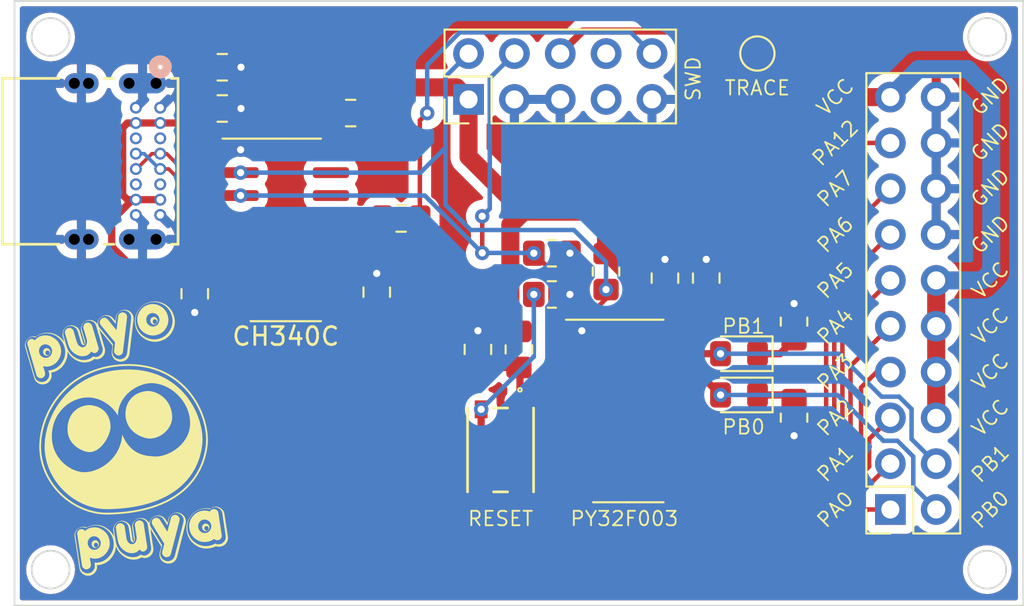
<source format=kicad_pcb>
(kicad_pcb (version 20221018) (generator pcbnew)
  (layers (0 "F.Cu" signal) (31 "B.Cu" signal) (34 "B.Paste" user) (35 "F.Paste" user) (36 "B.SilkS" user "B.Silkscreen") (37 "F.SilkS" user "F.Silkscreen") (38 "B.Mask" user) (39 "F.Mask" user) (44 "Edge.Cuts" user))
  (net 0 "")
  (net 1 "VCC")
  (net 2 "GND")
  (net 3 "/NRST")
  (net 4 "/PA0")
  (net 5 "/PA1")
  (net 6 "/PA2")
  (net 7 "/PA3")
  (net 8 "/PA4")
  (net 9 "/PA5")
  (net 10 "/PA6")
  (net 11 "/PA7")
  (net 12 "/PA12")
  (net 13 "/PA13{slash}SWDIO")
  (net 14 "/SWO")
  (net 18 "Net-(U2-V3)")
  (net 19 "Net-(U2-DTR)")
  (net 22 "/PY_TXD")
  (net 23 "/USB_D+")
  (net 25 "/USB_D-")
  (net 26 "Net-(R4-Pad1)")
  (net 27 "/PB0")
  (net 28 "/PB1")
  (net 29 "Net-(D1-K)")
  (net 30 "Net-(D2-K)")
  (footprint "Capacitor_SMD:C_0805_2012Metric_Pad1.18x1.45mm_HandSolder" (layer "F.Cu") (at 144.234 62.103 90)
    (fp_text reference "C1" hide)
    (fp_text value "0.1uF")
  )
  (footprint "Resistor_SMD:R_0805_2012Metric_Pad1.20x1.40mm_HandSolder" (layer "F.Cu") (at 136.144 66.056 -90)
    (fp_text reference "R3" hide)
    (fp_text value "10K")
  )
  (footprint "Puya:CONN16_USB4085-GF-A_GCT" (layer "F.Cu") (at 116.277566 52.654444 -90)
    (fp_text reference "J3" hide)
    (fp_text value "USB4085-GF-A")
  )
  (footprint "Capacitor_SMD:C_0805_2012Metric_Pad1.18x1.45mm_HandSolder" (layer "F.Cu") (at 118.19 62.9705 -90)
    (fp_text reference "C4" hide)
    (fp_text value "0.1uF")
  )
  (footprint "Resistor_SMD:R_0805_2012Metric_Pad1.20x1.40mm_HandSolder" (layer "F.Cu") (at 151.384 64.516 -90)
    (fp_text reference "R6" hide)
    (fp_text value "4.7K")
  )
  (footprint "Package_SO:SO-16_3.9x9.9mm_P1.27mm" (layer "F.Cu") (at 142.205 69.469)
    (fp_text reference "U1" hide)
    (fp_text value "PY32F003W16S6TU")
  )
  (footprint "Puya:SW4_PTS815 SJM 250 SMTR LFS_CNK" (layer "F.Cu") (at 135.128 71.628 -90)
    (fp_text reference "SW1" hide)
    (fp_text value "SW_Push")
  )
  (footprint "Capacitor_SMD:C_0805_2012Metric_Pad1.18x1.45mm_HandSolder" (layer "F.Cu") (at 119.714 52.7)
    (fp_text reference "C5" hide)
    (fp_text value "10uF")
  )
  (footprint "Capacitor_SMD:C_0805_2012Metric_Pad1.18x1.45mm_HandSolder" (layer "F.Cu") (at 128.27 62.8815 -90)
    (fp_text reference "C7" hide)
    (fp_text value "0.1uF")
  )
  (footprint "Resistor_SMD:R_0805_2012Metric_Pad1.20x1.40mm_HandSolder" (layer "F.Cu") (at 137.97 60.722)
    (fp_text reference "R2" hide)
    (fp_text value "100K")
  )
  (footprint "LED_SMD:LED_0805_2012Metric_Pad1.15x1.40mm_HandSolder" (layer "F.Cu") (at 148.336 68.58 180)
    (fp_text reference "D1" hide)
    (fp_text value "LED")
  )
  (footprint "TestPoint:TestPoint_Pad_D1.5mm" (layer "F.Cu") (at 149.352 49.652)
    (fp_text reference "TP1" hide)
    (fp_text value "TestPoint")
  )
  (footprint "Resistor_SMD:R_0805_2012Metric_Pad1.20x1.40mm_HandSolder" (layer "F.Cu") (at 151.384 69.842 90)
    (fp_text reference "R5" hide)
    (fp_text value "4.7K")
  )
  (footprint "Capacitor_SMD:C_0805_2012Metric_Pad1.18x1.45mm_HandSolder" (layer "F.Cu") (at 126.826 52.954)
    (fp_text reference "C6" hide)
    (fp_text value "0.1uF")
  )
  (footprint "Connector_PinSocket_2.54mm:PinSocket_2x10_P2.54mm_Vertical" (layer "F.Cu") (at 156.718 74.93 180)
    (fp_text reference "J1" hide)
    (fp_text value "Conn_02x10")
  )
  (footprint "Capacitor_SMD:C_0805_2012Metric_Pad1.18x1.45mm_HandSolder" (layer "F.Cu") (at 129.62 58.796)
    (fp_text reference "C8" hide)
    (fp_text value "100nF")
  )
  (footprint "Resistor_SMD:R_0805_2012Metric_Pad1.20x1.40mm_HandSolder" (layer "F.Cu") (at 137.97 63.008)
    (fp_text reference "R4" hide)
    (fp_text value "100R")
  )
  (footprint "Capacitor_SMD:C_0805_2012Metric_Pad1.18x1.45mm_HandSolder" (layer "F.Cu") (at 119.714 50.414)
    (fp_text reference "C9" hide)
    (fp_text value "0.1uF")
  )
  (footprint "LED_SMD:LED_0805_2012Metric_Pad1.15x1.40mm_HandSolder" (layer "F.Cu") (at 148.336 66.294 180)
    (fp_text reference "D2" hide)
    (fp_text value "LED")
  )
  (footprint "Capacitor_SMD:C_0805_2012Metric_Pad1.18x1.45mm_HandSolder" (layer "F.Cu") (at 146.52 62.103 90)
    (fp_text reference "C2" hide)
    (fp_text value "1uF")
  )
  (footprint "Connector_PinHeader_2.54mm:PinHeader_2x05_P2.54mm_Vertical" (layer "F.Cu") (at 133.355 52.197 90)
    (fp_text reference "J2" hide)
    (fp_text value "SWD")
  )
  (footprint "Package_SO:SOP-16_3.9x9.9mm_P1.27mm" (layer "F.Cu") (at 123.23 59.431)
    (fp_text reference "U2" hide)
    (fp_text value "CH340C")
  )
  (footprint "Resistor_SMD:R_0805_2012Metric_Pad1.20x1.40mm_HandSolder" (layer "F.Cu") (at 140.97 61.738 -90)
    (fp_text reference "R1" hide)
    (fp_text value "100K")
  )
  (footprint "Capacitor_SMD:C_0805_2012Metric_Pad1.18x1.45mm_HandSolder" (layer "F.Cu") (at 133.874 66.056 90)
    (fp_text reference "C3" hide)
    (fp_text value "100nF")
  )
  (gr_poly (pts (xy 110.085542 65.131202) (xy 110.142355 65.135772) (xy 110.199111 65.143615) (xy 110.255801 65.154733) (xy 110.312413 65.16913) (xy 110.368938 65.186808) (xy 110.425363 65.207771) (xy 110.481679 65.232022) (xy 110.537875 65.259564) (xy 110.59394 65.2904) (xy 110.649863 65.324534) (xy 110.690826 65.353781) (xy 110.729974 65.384116) (xy 110.767311 65.415539) (xy 110.802843 65.448046) (xy 110.836575 65.481638) (xy 110.868513 65.516312) (xy 110.898662 65.552067) (xy 110.927027 65.588901) (xy 110.953613 65.626812) (xy 110.978427 65.665799) (xy 111.001472 65.705861) (xy 111.022756 65.746996) (xy 111.042282 65.789202) (xy 111.060057 65.832478) (xy 111.076086 65.876822) (xy 111.090373 65.922233) (xy 111.099986 65.955148) (xy 111.11668 66.018833) (xy 111.129507 66.082339) (xy 111.138467 66.14566) (xy 111.143556 66.208792) (xy 111.144775 66.271729) (xy 111.142121 66.334465) (xy 111.135593 66.396996) (xy 111.125189 66.459316) (xy 111.110908 66.521419) (xy 111.092748 66.583301) (xy 111.070707 66.644955) (xy 111.044784 66.706377) (xy 111.014978 66.767561) (xy 110.981286 66.828502) (xy 110.943708 66.889194) (xy 110.902242 66.949632) (xy 110.874496 66.982992) (xy 110.845814 67.015038) (xy 110.8162 67.045764) (xy 110.785657 67.075161) (xy 110.75419 67.103224) (xy 110.721802 67.129945) (xy 110.688497 67.155318) (xy 110.654278 67.179336) (xy 110.61915 67.201991) (xy 110.583116 67.223277) (xy 110.54618 67.243186) (xy 110.508346 67.261713) (xy 110.469617 67.278849) (xy 110.429998 67.294589) (xy 110.389492 67.308925) (xy 110.348104 67.32185) (xy 110.313701 67.328921) (xy 110.283414 67.33479) (xy 110.257241 67.339457) (xy 110.235183 67.342923) (xy 110.248001 67.386809) (xy 110.25344 67.407501) (xy 110.25774 67.428432) (xy 110.2609 67.449603) (xy 110.262921 67.471014) (xy 110.263802 67.492665) (xy 110.263544 67.514555) (xy 110.262147 67.536686) (xy 110.259611 67.559055) (xy 110.255935 67.581665) (xy 110.251119 67.604514) (xy 110.245165 67.627603) (xy 110.238071 67.650932) (xy 110.229838 67.674501) (xy 110.220465 67.698309) (xy 110.209953 67.722357) (xy 110.198302 67.746645) (xy 110.181715 67.770095) (xy 110.165457 67.79196) (xy 110.14957 67.812229) (xy 110.134096 67.830889) (xy 110.119079 67.847927) (xy 110.104562 67.86333) (xy 110.090587 67.877087) (xy 110.077197 67.889184) (xy 110.05665 67.903558) (xy 110.036831 67.916603) (xy 110.01774 67.928319) (xy 109.999377 67.938706) (xy 109.990469 67.943401) (xy 109.981743 67.947763) (xy 109.973199 67.951794) (xy 109.964837 67.955492) (xy 109.956657 67.958858) (xy 109.948659 67.961892) (xy 109.940843 67.964594) (xy 109.933208 67.966963) (xy 109.882008 67.981917) (xy 109.862001 67.987158) (xy 109.841753 67.991272) (xy 109.821261 67.99427) (xy 109.800522 67.996167) (xy 109.779535 67.996973) (xy 109.758296 67.996701) (xy 109.736805 67.995363) (xy 109.715058 67.992972) (xy 109.693054 67.98954) (xy 109.670789 67.985079) (xy 109.648263 67.979602) (xy 109.625473 67.97312) (xy 109.602416 67.965646) (xy 109.57909 67.957193) (xy 109.555494 67.947772) (xy 109.531624 67.937396) (xy 109.512453 67.923831) (xy 109.494157 67.910376) (xy 109.47674 67.897025) (xy 109.460207 67.883771) (xy 109.44456 67.870607) (xy 109.429803 67.857525) (xy 109.415941 67.84452) (xy 109.402977 67.831584) (xy 109.390915 67.81871) (xy 109.379759 67.805891) (xy 109.369512 67.79312) (xy 109.360179 67.780391) (xy 109.351762 67.767696) (xy 109.344267 67.755029) (xy 109.337696 67.742383) (xy 109.332054 67.72975) (xy 109.324394 67.713506) (xy 109.320584 67.705053) (xy 109.316878 67.696476) (xy 109.313342 67.687849) (xy 109.310046 67.679245) (xy 109.307058 67.670738) (xy 109.304444 67.6624) (xy 108.798126 65.928889) (xy 108.794238 65.914303) (xy 108.790986 65.899345) (xy 108.788369 65.884015) (xy 108.786388 65.868314) (xy 108.785043 65.852241) (xy 108.784333 65.835797) (xy 108.784259 65.818981) (xy 108.784821 65.801793) (xy 108.786018 65.784233) (xy 108.787563 65.76912) (xy 108.821296 65.76912) (xy 108.821692 65.787039) (xy 108.822867 65.805078) (xy 108.824819 65.823227) (xy 108.827545 65.841477) (xy 108.83104 65.859815) (xy 108.835303 65.878232) (xy 108.84033 65.896716) (xy 109.324215 67.553427) (xy 109.334826 67.586098) (xy 109.347031 67.616921) (xy 109.360828 67.645906) (xy 109.368322 67.659714) (xy 109.376214 67.673067) (xy 109.384502 67.685967) (xy 109.393187 67.698415) (xy 109.402268 67.710414) (xy 109.411745 67.721964) (xy 109.421617 67.733066) (xy 109.431885 67.743724) (xy 109.442548 67.753937) (xy 109.453605 67.763709) (xy 109.465058 67.773039) (xy 109.476904 67.78193) (xy 109.489145 67.790383) (xy 109.501779 67.7984) (xy 109.514806 67.805983) (xy 109.528227 67.813132) (xy 109.556247 67.826137) (xy 109.585836 67.837428) (xy 109.616991 67.847017) (xy 109.649712 67.854917) (xy 109.683995 67.861139) (xy 109.703036 67.861329) (xy 109.721309 67.861279) (xy 109.738832 67.86089) (xy 109.755623 67.860064) (xy 109.771699 67.858702) (xy 109.779474 67.857789) (xy 109.787078 67.856706) (xy 109.794511 67.85544) (xy 109.801777 67.853979) (xy 109.808878 67.85231) (xy 109.815816 67.850421) (xy 109.826789 67.847216) (xy 109.828155 67.846825) (xy 109.828829 67.846647) (xy 109.829491 67.846489) (xy 109.830138 67.846359) (xy 109.830767 67.846264) (xy 109.831372 67.84621) (xy 109.831951 67.846205) (xy 109.832229 67.846223) (xy 109.832499 67.846255) (xy 109.832761 67.846303) (xy 109.833014 67.846368) (xy 109.833257 67.846449) (xy 109.83349 67.846549) (xy 109.833713 67.846668) (xy 109.833925 67.846807) (xy 109.834125 67.846966) (xy 109.834314 67.847148) (xy 109.83449 67.847351) (xy 109.834654 67.847578) (xy 109.834804 67.84783) (xy 109.83494 67.848106) (xy 109.835063 67.848408) (xy 109.83517 67.848737) (xy 109.835416 67.848305) (xy 109.835668 67.847893) (xy 109.835926 67.847502) (xy 109.836189 67.84713) (xy 109.836458 67.846776) (xy 109.836733 67.846441) (xy 109.837012 67.846123) (xy 109.837296 67.845822) (xy 109.837585 67.845537) (xy 109.837878 67.845267) (xy 109.838176 67.845012) (xy 109.838478 67.844771) (xy 109.838783 67.844544) (xy 109.839093 67.844329) (xy 109.839722 67.843935) (xy 109.840363 67.843584) (xy 109.841016 67.84327) (xy 109.841678 67.842989) (xy 109.842348 67.842734) (xy 109.843024 67.842501) (xy 109.843705 67.842283) (xy 109.845074 67.841876) (xy 109.856047 67.838671) (xy 109.876273 67.832112) (xy 109.895818 67.82445) (xy 109.91469 67.815682) (xy 109.932901 67.805805) (xy 109.950461 67.794815) (xy 109.967382 67.78271) (xy 109.983673 67.769486) (xy 109.999347 67.75514) (xy 110.014412 67.739669) (xy 110.028881 67.723071) (xy 110.042763 67.705341) (xy 110.05607 67.686477) (xy 110.068812 67.666475) (xy 110.081001 67.645333) (xy 110.092645 67.623047) (xy 110.103757 67.599614) (xy 110.10967 67.582908) (xy 110.11485 67.566218) (xy 110.119298 67.549533) (xy 110.123016 67.532839) (xy 110.126008 67.516126) (xy 110.128275 67.499379) (xy 110.12982 67.482588) (xy 110.130645 67.46574) (xy 110.130751 67.448822) (xy 110.130142 67.431823) (xy 110.128819 67.41473) (xy 110.126785 67.397531) (xy 110.124042 67.380213) (xy 110.120592 67.362764) (xy 110.116438 67.345172) (xy 110.111581 67.327425) (xy 110.081672 67.225024) (xy 110.080603 67.221367) (xy 110.108187 67.220202) (xy 110.134882 67.218227) (xy 110.160788 67.215459) (xy 110.186003 67.211916) (xy 110.210624 67.207616) (xy 110.234751 67.202578) (xy 110.258481 67.196817) (xy 110.281912 67.190354) (xy 110.341125 67.171246) (xy 110.398077 67.149176) (xy 110.452771 67.12415) (xy 110.505207 67.096172) (xy 110.555387 67.065248) (xy 110.603313 67.031384) (xy 110.648986 66.994584) (xy 110.692408 66.954855) (xy 110.73358 66.912201) (xy 110.772504 66.866628) (xy 110.809182 66.818141) (xy 110.843615 66.766746) (xy 110.875805 66.712447) (xy 110.905753 66.655251) (xy 110.933461 66.595163) (xy 110.95893 66.532187) (xy 110.970911 66.49422) (xy 110.981394 66.45622) (xy 110.990378 66.41818) (xy 110.99786 66.380097) (xy 111.003839 66.341964) (xy 111.008314 66.303776) (xy 111.011283 66.265528) (xy 111.012744 66.227215) (xy 111.012697 66.188831) (xy 111.011138 66.15037) (xy 111.008067 66.111828) (xy 111.003483 66.073199) (xy 110.997383 66.034478) (xy 110.989766 65.995659) (xy 110.98063 65.956737) (xy 110.969975 65.917707) (xy 110.966771 65.906735) (xy 110.949529 65.852791) (xy 110.929855 65.800674) (xy 110.90776 65.750381) (xy 110.883255 65.701908) (xy 110.85635 65.655252) (xy 110.827056 65.61041) (xy 110.795384 65.567379) (xy 110.761344 65.526156) (xy 110.724948 65.486737) (xy 110.686206 65.44912) (xy 110.645128 65.413302) (xy 110.601726 65.379278) (xy 110.55601 65.347047) (xy 110.50799 65.316605) (xy 110.457679 65.287949) (xy 110.405085 65.261075) (xy 110.362193 65.24258) (xy 110.319313 65.226039) (xy 110.276448 65.21146) (xy 110.2336 65.198847) (xy 110.190769 65.188206) (xy 110.147957 65.179541) (xy 110.105166 65.172859) (xy 110.062398 65.168165) (xy 110.019653 65.165464) (xy 109.976934 65.164761) (xy 109.934243 65.166062) (xy 109.891579 65.169372) (xy 109.848946 65.174697) (xy 109.806345 65.182042) (xy 109.763777 65.191412) (xy 109.721244 65.202812) (xy 109.710273 65.206017) (xy 109.702959 65.208153) (xy 109.691986 65.211357) (xy 109.677359 65.21563) (xy 109.658131 65.221616) (xy 109.638854 65.228349) (xy 109.619536 65.235816) (xy 109.600183 65.244001) (xy 109.580804 65.252892) (xy 109.561406 65.262475) (xy 109.541997 65.272735) (xy 109.522584 65.283659) (xy 109.503174 65.295233) (xy 109.483777 65.307444) (xy 109.464398 65.320277) (xy 109.445045 65.333718) (xy 109.425727 65.347754) (xy 109.406451 65.362371) (xy 109.387224 65.377555) (xy 109.368053 65.393292) (xy 109.352897 65.387581) (xy 109.337728 65.382443) (xy 109.322555 65.377888) (xy 109.307386 65.373925) (xy 109.29223 65.370562) (xy 109.277095 65.36781) (xy 109.26199 65.365677) (xy 109.246923 65.364173) (xy 109.231902 65.363306) (xy 109.216937 65.363086) (xy 109.202036 65.363521) (xy 109.187206 65.364622) (xy 109.172457 65.366397) (xy 109.157798 65.368855) (xy 109.143235 65.372005) (xy 109.128779 65.375857) (xy 109.117808 65.379062) (xy 109.11415 65.380129) (xy 109.095864 65.385471) (xy 109.076281 65.39184) (xy 109.057303 65.399323) (xy 109.038926 65.407909) (xy 109.021148 65.417589) (xy 109.003964 65.42835) (xy 108.987373 65.440183) (xy 108.971371 65.453076) (xy 108.955954 65.46702) (xy 108.94112 65.482002) (xy 108.926865 65.498013) (xy 108.913186 65.515042) (xy 108.900081 65.533078) (xy 108.887546 65.55211) (xy 108.875578 65.572127) (xy 108.864174 65.59312) (xy 108.85333 65.615077) (xy 108.846569 65.631422) (xy 108.840615 65.647986) (xy 108.835467 65.664756) (xy 108.831119 65.681722) (xy 108.82757 65.698874) (xy 108.824817 65.7162) (xy 108.822855 65.733691) (xy 108.821682 65.751334) (xy 108.821296 65.76912) (xy 108.787563 65.76912) (xy 108.787851 65.766301) (xy 108.790319 65.747998) (xy 108.793423 65.729323) (xy 108.797163 65.710277) (xy 108.801538 65.690858) (xy 108.806549 65.671068) (xy 108.812196 65.650906) (xy 108.820732 65.630924) (xy 108.829897 65.611502) (xy 108.839691 65.59264) (xy 108.850114 65.574339) (xy 108.861166 65.556599) (xy 108.872847 65.539419) (xy 108.885156 65.5228) (xy 108.898095 65.506741) (xy 108.911662 65.491243) (xy 108.925858 65.476305) (xy 108.940684 65.461928) (xy 108.956138 65.448112) (xy 108.97222 65.434856) (xy 108.988932 65.422161) (xy 109.006273 65.410026) (xy 109.024242 65.398451) (xy 109.037874 65.390369) (xy 109.050965 65.383142) (xy 109.063461 65.37674) (xy 109.075304 65.371134) (xy 109.086441 65.366292) (xy 109.096815 65.362184) (xy 109.106372 65.358781) (xy 109.115055 65.356051) (xy 109.155285 65.3443) (xy 109.169117 65.34054) (xy 109.183181 65.337277) (xy 109.197473 65.334516) (xy 109.21199 65.332265) (xy 109.226727 65.330532) (xy 109.241682 65.329322) (xy 109.25685 65.328643) (xy 109.272227 65.328502) (xy 109.28781 65.328905) (xy 109.303594 65.32986) (xy 109.319577 65.331373) (xy 109.335754 65.333452) (xy 109.352121 65.336103) (xy 109.368674 65.339334) (xy 109.385411 65.34315) (xy 109.402326 65.34756) (xy 109.420341 65.332948) (xy 109.438453 65.318953) (xy 109.456674 65.305566) (xy 109.475012 65.292778) (xy 109.493476 65.280582) (xy 109.512075 65.268968) (xy 109.530819 65.257928) (xy 109.549716 65.247454) (xy 109.568776 65.237537) (xy 109.588008 65.228168) (xy 109.607421 65.21934) (xy 109.627024 65.211044) (xy 109.646826 65.203271) (xy 109.666837 65.196012) (xy 109.687065 65.18926) (xy 109.707521 65.183005) (xy 109.744094 65.172323) (xy 109.801017 65.157325) (xy 109.857948 65.145581) (xy 109.914877 65.137094) (xy 109.971793 65.131866) (xy 110.028685 65.129901)) (fill solid) (layer "F.SilkS"))
  (gr_poly (pts (xy 115.270524 75.407016) (xy 115.300296 75.410743) (xy 115.329609 75.416401) (xy 115.358462 75.424003) (xy 115.386849 75.433562) (xy 115.414767 75.445088) (xy 115.442212 75.458595) (xy 115.46918 75.474092) (xy 115.495667 75.491594) (xy 115.52167 75.51111) (xy 115.547185 75.532654) (xy 115.572207 75.556237) (xy 115.596734 75.581871) (xy 115.607757 75.594693) (xy 115.618181 75.607692) (xy 115.62801 75.620859) (xy 115.637248 75.63419) (xy 115.6459 75.647677) (xy 115.65397 75.661315) (xy 115.661465 75.675096) (xy 115.668387 75.689015) (xy 115.674742 75.703066) (xy 115.680535 75.717241) (xy 115.68577 75.731534) (xy 115.690452 75.74594) (xy 115.694586 75.760452) (xy 115.698175 75.775063) (xy 115.701226 75.789767) (xy 115.703742 75.804558) (xy 115.897504 77.081531) (xy 115.89951 77.097124) (xy 115.900817 77.112835) (xy 115.901431 77.128674) (xy 115.901361 77.14465) (xy 115.900614 77.160775) (xy 115.899196 77.177057) (xy 115.897115 77.193508) (xy 115.894378 77.210138) (xy 115.890993 77.226956) (xy 115.886965 77.243973) (xy 115.882304 77.261199) (xy 115.877015 77.278645) (xy 115.871106 77.29632) (xy 115.864585 77.314235) (xy 115.857457 77.3324) (xy 115.849732 77.350825) (xy 115.839935 77.369293) (xy 115.829414 77.38716) (xy 115.818172 77.404437) (xy 115.806209 77.421134) (xy 115.793528 77.437263) (xy 115.78013 77.452834) (xy 115.766017 77.467859) (xy 115.75119 77.482349) (xy 115.735652 77.496315) (xy 115.719404 77.509767) (xy 115.702447 77.522717) (xy 115.684783 77.535176) (xy 115.666415 77.547155) (xy 115.647343 77.558665) (xy 115.627569 77.569717) (xy 115.607095 77.580322) (xy 115.592493 77.586519) (xy 115.578453 77.591954) (xy 115.564937 77.596677) (xy 115.551907 77.600739) (xy 115.539327 77.604191) (xy 115.527159 77.607083) (xy 115.515365 77.609467) (xy 115.503909 77.611393) (xy 115.466239 77.617109) (xy 115.452118 77.61898) (xy 115.43801 77.620301) (xy 115.423919 77.621067) (xy 115.40985 77.62127) (xy 115.395807 77.620905) (xy 115.381796 77.619965) (xy 115.36782 77.618443) (xy 115.353886 77.616334) (xy 115.339996 77.613631) (xy 115.326157 77.610328) (xy 115.312373 77.606418) (xy 115.298647 77.601895) (xy 115.284986 77.596753) (xy 115.271394 77.590985) (xy 115.257875 77.584585) (xy 115.244434 77.577546) (xy 115.22746 77.5892) (xy 115.210476 77.600229) (xy 115.193477 77.610638) (xy 115.176459 77.620436) (xy 115.159416 77.629627) (xy 115.142345 77.638219) (xy 115.12524 77.646218) (xy 115.108097 77.65363) (xy 115.090911 77.660461) (xy 115.073677 77.666718) (xy 115.056391 77.672407) (xy 115.039048 77.677534) (xy 115.021643 77.682107) (xy 115.004172 77.68613) (xy 114.98663 77.689611) (xy 114.969012 77.692556) (xy 114.927575 77.698843) (xy 114.883845 77.704394) (xy 114.840234 77.707753) (xy 114.796741 77.708915) (xy 114.753366 77.707875) (xy 114.710107 77.704627) (xy 114.666964 77.699166) (xy 114.623935 77.691486) (xy 114.581021 77.681581) (xy 114.53822 77.669446) (xy 114.495532 77.655076) (xy 114.452955 77.638464) (xy 114.410488 77.619607) (xy 114.368132 77.598497) (xy 114.325884 77.575129) (xy 114.283745 77.549499) (xy 114.241713 77.5216) (xy 114.193393 77.484404) (xy 114.14767 77.445911) (xy 114.104539 77.406122) (xy 114.063994 77.365038) (xy 114.02603 77.322658) (xy 113.990642 77.278984) (xy 113.957823 77.234018) (xy 113.927568 77.187759) (xy 113.899873 77.140209) (xy 113.87473 77.091368) (xy 113.852135 77.041237) (xy 113.832083 76.989817) (xy 113.814567 76.93711) (xy 113.799582 76.883115) (xy 113.787123 76.827833) (xy 113.777184 76.771267) (xy 113.675445 76.100761) (xy 113.673207 76.083035) (xy 113.67185 76.065164) (xy 113.671372 76.047137) (xy 113.671773 76.028943) (xy 113.67305 76.010571) (xy 113.675098 75.992897) (xy 113.715677 75.992897) (xy 113.715841 76.012722) (xy 113.716874 76.032923) (xy 113.718778 76.053511) (xy 113.721556 76.074497) (xy 113.813007 76.677197) (xy 113.82178 76.728161) (xy 113.832455 76.777933) (xy 113.845037 76.826512) (xy 113.859532 76.873897) (xy 113.875947 76.920089) (xy 113.894285 76.965085) (xy 113.914553 77.008885) (xy 113.936757 77.051488) (xy 113.960901 77.092894) (xy 113.986991 77.133101) (xy 114.015034 77.172109) (xy 114.045033 77.209916) (xy 114.076996 77.246523) (xy 114.110926 77.281928) (xy 114.146831 77.31613) (xy 114.184715 77.349128) (xy 114.225478 77.381463) (xy 114.266761 77.411275) (xy 114.308564 77.438558) (xy 114.350886 77.463307) (xy 114.393725 77.485516) (xy 114.437081 77.50518) (xy 114.480954 77.522293) (xy 114.525342 77.536849) (xy 114.570244 77.548844) (xy 114.61566 77.558272) (xy 114.661588 77.565126) (xy 114.708029 77.569402) (xy 114.75498 77.571095) (xy 114.802442 77.570197) (xy 114.850414 77.566705) (xy 114.898894 77.560613) (xy 114.91791 77.557367) (xy 114.93682 77.55342) (xy 114.955624 77.548778) (xy 114.974324 77.543447) (xy 114.99292 77.537431) (xy 115.011414 77.530736) (xy 115.029805 77.523369) (xy 115.048094 77.515333) (xy 115.066284 77.506636) (xy 115.084373 77.497281) (xy 115.102364 77.487276) (xy 115.120257 77.476625) (xy 115.138052 77.465334) (xy 115.155752 77.453408) (xy 115.173355 77.440854) (xy 115.190865 77.427676) (xy 115.194632 77.427106) (xy 115.20895 77.435454) (xy 115.223261 77.443166) (xy 115.237565 77.450235) (xy 115.251862 77.456657) (xy 115.266149 77.462425) (xy 115.280427 77.467534) (xy 115.294695 77.471978) (xy 115.308951 77.475752) (xy 115.323194 77.478851) (xy 115.337425 77.481269) (xy 115.351642 77.483) (xy 115.365845 77.484039) (xy 115.380032 77.484381) (xy 115.394202 77.484019) (xy 115.408355 77.482949) (xy 115.422491 77.481164) (xy 115.45096 77.475942) (xy 115.478444 77.469069) (xy 115.504934 77.460551) (xy 115.53042 77.450397) (xy 115.55489 77.438613) (xy 115.578335 77.425206) (xy 115.600745 77.410183) (xy 115.622109 77.393553) (xy 115.642417 77.375321) (xy 115.661659 77.355496) (xy 115.679825 77.334084) (xy 115.696905 77.311092) (xy 115.712888 77.286528) (xy 115.727764 77.2604) (xy 115.741523 77.232713) (xy 115.754155 77.203476) (xy 115.758008 77.191963) (xy 115.761482 77.180334) (xy 115.764577 77.168592) (xy 115.767296 77.156744) (xy 115.769637 77.144795) (xy 115.771603 77.132751) (xy 115.773194 77.120616) (xy 115.774411 77.108398) (xy 115.775254 77.0961) (xy 115.775726 77.083729) (xy 115.775825 77.07129) (xy 115.775554 77.058789) (xy 115.774914 77.046231) (xy 115.773904 77.033622) (xy 115.772526 77.020968) (xy 115.77078 77.008273) (xy 115.585591 75.787803) (xy 115.580029 75.757394) (xy 115.572778 75.728308) (xy 115.563839 75.700528) (xy 115.553215 75.674037) (xy 115.540911 75.648817) (xy 115.526928 75.62485) (xy 115.51127 75.60212) (xy 115.49394 75.580609) (xy 115.474941 75.5603) (xy 115.454275 75.541175) (xy 115.431946 75.523216) (xy 115.407957 75.506407) (xy 115.382311 75.490731) (xy 115.355011 75.476168) (xy 115.32606 75.462704) (xy 115.29546 75.450319) (xy 115.284185 75.447151) (xy 115.273046 75.444319) (xy 115.262036 75.441817) (xy 115.251149 75.439641) (xy 115.240378 75.437786) (xy 115.229717 75.436247) (xy 115.21916 75.43502) (xy 115.208701 75.4341) (xy 115.198332 75.433482) (xy 115.188048 75.433161) (xy 115.177843 75.433134) (xy 115.167709 75.433395) (xy 115.157641 75.43394) (xy 115.147633 75.434763) (xy 115.137677 75.435861) (xy 115.127768 75.437228) (xy 115.101399 75.441229) (xy 115.080431 75.444998) (xy 115.059909 75.44988) (xy 115.039838 75.455879) (xy 115.020225 75.462999) (xy 115.001076 75.471246) (xy 114.982398 75.480623) (xy 114.964198 75.491136) (xy 114.946481 75.50279) (xy 114.929253 75.515588) (xy 114.912522 75.529536) (xy 114.896293 75.544639) (xy 114.880574 75.5609) (xy 114.865369 75.578325) (xy 114.850686 75.596919) (xy 114.836531 75.616685) (xy 114.822911 75.63763) (xy 114.814033 75.652928) (xy 114.805926 75.668544) (xy 114.798587 75.684462) (xy 114.792013 75.700664) (xy 114.786203 75.717134) (xy 114.781154 75.733856) (xy 114.776862 75.750812) (xy 114.773327 75.767987) (xy 114.770544 75.785364) (xy 114.768513 75.802926) (xy 114.767229 75.820657) (xy 114.766691 75.83854) (xy 114.766896 75.856559) (xy 114.767842 75.874696) (xy 114.769526 75.892937) (xy 114.771946 75.911263) (xy 114.863968 76.517731) (xy 114.866304 76.535803) (xy 114.867747 76.5533) (xy 114.868301 76.570231) (xy 114.867976 76.586608) (xy 114.866778 76.602439) (xy 114.864713 76.617736) (xy 114.861791 76.632508) (xy 114.858016 76.646765) (xy 114.853398 76.660519) (xy 114.847943 76.673779) (xy 114.841657 76.686555) (xy 114.83455 76.698857) (xy 114.826626 76.710696) (xy 114.817895 76.722082) (xy 114.808362 76.733025) (xy 114.798036 76.743535) (xy 114.782969 76.745822) (xy 114.771667 76.747537) (xy 114.76846 76.7479) (xy 114.765195 76.748023) (xy 114.761874 76.747906) (xy 114.758498 76.747549) (xy 114.755069 76.746951) (xy 114.751587 76.746113) (xy 114.748056 76.745035) (xy 114.744474 76.743715) (xy 114.740845 76.742155) (xy 114.73717 76.740353) (xy 114.733449 76.73831) (xy 114.729684 76.736024) (xy 114.725878 76.733497) (xy 114.72203 76.730728) (xy 114.718142 76.727716) (xy 114.714217 76.724462) (xy 114.710254 76.720965) (xy 114.706256 76.717225) (xy 114.698159 76.709016) (xy 114.689937 76.699831) (xy 114.681601 76.689671) (xy 114.673161 76.678532) (xy 114.664629 76.666415) (xy 114.656016 76.653316) (xy 114.647333 76.639234) (xy 114.641674 76.620583) (xy 114.636581 76.603293) (xy 114.634358 76.59514) (xy 114.63241 76.587307) (xy 114.63078 76.579787) (xy 114.629512 76.572573) (xy 114.542632 76.000008) (xy 114.538691 75.975812) (xy 114.534372 75.952662) (xy 114.52968 75.930551) (xy 114.52462 75.909471) (xy 114.519196 75.889419) (xy 114.513413 75.870385) (xy 114.507276 75.852366) (xy 114.500789 75.835353) (xy 114.493958 75.819341) (xy 114.486786 75.804323) (xy 114.479278 75.790293) (xy 114.47144 75.777245) (xy 114.463276 75.765173) (xy 114.45479 75.754069) (xy 114.445987 75.743927) (xy 114.436872 75.734742) (xy 114.42659 75.722033) (xy 114.415574 75.709809) (xy 114.403831 75.698078) (xy 114.39137 75.686852) (xy 114.378196 75.676141) (xy 114.364317 75.665954) (xy 114.34974 75.656302) (xy 114.334472 75.647195) (xy 114.318521 75.638643) (xy 114.301894 75.630657) (xy 114.284598 75.623247) (xy 114.26664 75.616422) (xy 114.248028 75.610194) (xy 114.228767 75.604572) (xy 114.208867 75.599566) (xy 114.188334 75.595187) (xy 114.173769 75.59325) (xy 114.159619 75.591657) (xy 114.145888 75.590451) (xy 114.132584 75.589678) (xy 114.119714 75.58938) (xy 114.107283 75.589603) (xy 114.101235 75.589923) (xy 114.0953 75.59039) (xy 114.089478 75.591009) (xy 114.08377 75.591786) (xy 114.068703 75.594072) (xy 114.064935 75.594643) (xy 114.061169 75.595215) (xy 114.046101 75.597501) (xy 114.026543 75.601054) (xy 114.007417 75.605704) (xy 113.988716 75.611441) (xy 113.970432 75.618256) (xy 113.952558 75.626137) (xy 113.935087 75.635074) (xy 113.918012 75.645058) (xy 113.901326 75.656078) (xy 113.885021 75.668123) (xy 113.869091 75.681185) (xy 113.853527 75.695252) (xy 113.838324 75.710315) (xy 113.823473 75.726362) (xy 113.808968 75.743385) (xy 113.794801 75.761373) (xy 113.780965 75.780315) (xy 113.77082 75.796488) (xy 113.761524 75.812904) (xy 113.75308 75.829576) (xy 113.745489 75.846513) (xy 113.738753 75.863726) (xy 113.732873 75.881228) (xy 113.727852 75.899028) (xy 113.723691 75.917138) (xy 113.720391 75.935569) (xy 113.717954 75.954332) (xy 113.716383 75.973438) (xy 113.715677 75.992897) (xy 113.675098 75.992897) (xy 113.675201 75.992009) (xy 113.678225 75.973248) (xy 113.68212 75.954275) (xy 113.686884 75.93508) (xy 113.692516 75.915652) (xy 113.699015 75.895979) (xy 113.706378 75.876051) (xy 113.714603 75.855857) (xy 113.72369 75.835385) (xy 113.733636 75.814624) (xy 113.74444 75.793565) (xy 113.763235 75.768675) (xy 113.781249 75.746071) (xy 113.798436 75.725761) (xy 113.814753 75.70775) (xy 113.822571 75.699609) (xy 113.830156 75.692046) (xy 113.8375 75.685061) (xy 113.844599 75.678655) (xy 113.851448 75.672828) (xy 113.85804 75.667583) (xy 113.864371 75.662919) (xy 113.870434 75.658838) (xy 113.883433 75.649866) (xy 113.896323 75.641362) (xy 113.909104 75.633326) (xy 113.921775 75.625759) (xy 113.934336 75.61866) (xy 113.946787 75.612029) (xy 113.959129 75.605866) (xy 113.971361 75.600171) (xy 113.983484 75.594945) (xy 113.995497 75.590187) (xy 114.0074 75.585897) (xy 114.019194 75.582075) (xy 114.030878 75.578721) (xy 114.042453 75.575836) (xy 114.053918 75.573419) (xy 114.065273 75.57147) (xy 114.121776 75.562896) (xy 114.137462 75.560922) (xy 114.153438 75.559711) (xy 114.1697 75.559258) (xy 114.186239 75.559558) (xy 114.20305 75.560608) (xy 114.220126 75.562402) (xy 114.237461 75.564936) (xy 114.255049 75.568205) (xy 114.272884 75.572204) (xy 114.290958 75.576929) (xy 114.309266 75.582375) (xy 114.327801 75.588537) (xy 114.346556 75.59541) (xy 114.365527 75.602991) (xy 114.384705 75.611274) (xy 114.404086 75.620254) (xy 114.415747 75.627154) (xy 114.426976 75.634107) (xy 114.437782 75.641102) (xy 114.448175 75.648126) (xy 114.458164 75.655167) (xy 114.467759 75.66221) (xy 114.485802 75.676257) (xy 114.502378 75.690165) (xy 114.517563 75.703832) (xy 114.531432 75.717157) (xy 114.544059 75.730037) (xy 114.555117 75.743082) (xy 114.565642 75.756749) (xy 114.57564 75.771038) (xy 114.585118 75.785947) (xy 114.59408 75.801477) (xy 114.602531 75.817626) (xy 114.610479 75.834394) (xy 114.617927 75.851779) (xy 114.624882 75.869781) (xy 114.631348 75.888399) (xy 114.637333 75.907632) (xy 114.64284 75.92748) (xy 114.647876 75.94794) (xy 114.652446 75.969014) (xy 114.656556 75.990699) (xy 114.660211 76.012995) (xy 114.749377 76.600628) (xy 114.750782 76.608996) (xy 114.752426 76.617153) (xy 114.75431 76.625104) (xy 114.756434 76.632855) (xy 114.7588 76.640411) (xy 114.761408 76.647778) (xy 114.764259 76.654962) (xy 114.767355 76.661967) (xy 114.770695 76.6688) (xy 114.77428 76.675465) (xy 114.778112 76.681969) (xy 114.782191 76.688317) (xy 114.786519 76.694514) (xy 114.791095 76.700567) (xy 114.795921 76.70648) (xy 114.800998 76.712259) (xy 114.804764 76.711686) (xy 114.807811 76.704086) (xy 114.810617 76.696686) (xy 114.81318 76.68947) (xy 114.815497 76.68242) (xy 114.817567 76.675521) (xy 114.819385 76.668757) (xy 114.820951 76.662109) (xy 114.822261 76.655563) (xy 114.823312 76.649101) (xy 114.824103 76.642706) (xy 114.824631 76.636363) (xy 114.824893 76.630055) (xy 114.824887 76.623764) (xy 114.82461 76.617475) (xy 114.824059 76.611172) (xy 114.823233 76.604836) (xy 114.737499 76.039805) (xy 114.731134 75.992006) (xy 114.728789 75.969348) (xy 114.726989 75.947528) (xy 114.725724 75.926552) (xy 114.724983 75.906429) (xy 114.724756 75.887164) (xy 114.725034 75.868765) (xy 114.725805 75.85124) (xy 114.727059 75.834595) (xy 114.728787 75.818839) (xy 114.730979 75.803977) (xy 114.733623 75.790017) (xy 114.73671 75.776967) (xy 114.74023 75.764833) (xy 114.744172 75.753624) (xy 114.75144 75.731884) (xy 114.759679 75.710635) (xy 114.768886 75.689883) (xy 114.779056 75.669633) (xy 114.790183 75.649893) (xy 114.802264 75.630669) (xy 114.815293 75.611967) (xy 114.829266 75.593794) (xy 114.844178 75.576155) (xy 114.860025 75.559058) (xy 114.876802 75.542508) (xy 114.894503 75.526512) (xy 114.913126 75.511077) (xy 114.932664 75.496208) (xy 114.953113 75.481912) (xy 114.974468 75.468195) (xy 114.984447 75.462525) (xy 114.994483 75.457196) (xy 115.004581 75.452196) (xy 115.014743 75.447513) (xy 115.024975 75.443137) (xy 115.035279 75.439054) (xy 115.04566 75.435253) (xy 115.056122 75.431721) (xy 115.066668 75.428449) (xy 115.077302 75.425422) (xy 115.088028 75.42263) (xy 115.098849 75.42006) (xy 115.120796 75.415541) (xy 115.143172 75.411769) (xy 115.14694 75.411197) (xy 115.178503 75.407313) (xy 115.209624 75.405313) (xy 115.240299 75.405211)) (fill solid) (layer "F.SilkS"))
  (gr_poly (pts (xy 112.447693 69.149832) (xy 112.552576 69.164256) (xy 112.661198 69.188342) (xy 112.771537 69.222914) (xy 112.82672 69.244391) (xy 112.881575 69.2688) (xy 112.935849 69.296243) (xy 112.989291 69.326824) (xy 113.041647 69.360645) (xy 113.092665 69.397811) (xy 113.142093 69.438424) (xy 113.189678 69.482588) (xy 113.235168 69.530406) (xy 113.27831 69.58198) (xy 113.318851 69.637415) (xy 113.35654 69.696813) (xy 113.391123 69.760277) (xy 113.422349 69.827911) (xy 113.449964 69.899818) (xy 113.473716 69.976101) (xy 113.493353 70.056863) (xy 113.508622 70.142208) (xy 113.519271 70.232238) (xy 113.525048 70.327057) (xy 113.524943 70.370726) (xy 113.521848 70.417068) (xy 113.506953 70.516723) (xy 113.480906 70.623927) (xy 113.444249 70.736585) (xy 113.397525 70.852603) (xy 113.341274 70.969883) (xy 113.276039 71.086333) (xy 113.202363 71.199855) (xy 113.120788 71.308356) (xy 113.031855 71.409739) (xy 112.984799 71.457107) (xy 112.936106 71.50191) (xy 112.885846 71.543885) (xy 112.834085 71.582773) (xy 112.780891 71.618309) (xy 112.726332 71.650233) (xy 112.670476 71.678282) (xy 112.613391 71.702195) (xy 112.555144 71.721709) (xy 112.495803 71.736563) (xy 112.435435 71.746496) (xy 112.37411 71.751244) (xy 112.314146 71.749133) (xy 112.24247 71.739046) (xy 112.161115 71.720703) (xy 112.072115 71.693829) (xy 111.977506 71.658145) (xy 111.879321 71.613374) (xy 111.779595 71.559239) (xy 111.680362 71.495462) (xy 111.631566 71.459872) (xy 111.583657 71.421767) (xy 111.536887 71.381113) (xy 111.491512 71.337875) (xy 111.447787 71.292019) (xy 111.405964 71.24351) (xy 111.366299 71.192313) (xy 111.329046 71.138393) (xy 111.294459 71.081716) (xy 111.262792 71.022248) (xy 111.2343 70.959953) (xy 111.209237 70.894798) (xy 111.187857 70.826746) (xy 111.170415 70.755764) (xy 111.157165 70.681817) (xy 111.14836 70.60487) (xy 111.142637 70.483131) (xy 111.145684 70.361722) (xy 111.157619 70.241464) (xy 111.178561 70.123177) (xy 111.208628 70.007682) (xy 111.247941 69.8958) (xy 111.271101 69.841471) (xy 111.296617 69.788352) (xy 111.324504 69.736547) (xy 111.354776 69.686159) (xy 111.387449 69.637289) (xy 111.422536 69.590041) (xy 111.460054 69.544517) (xy 111.500016 69.500819) (xy 111.542438 69.459051) (xy 111.587335 69.419314) (xy 111.634721 69.381713) (xy 111.684612 69.346348) (xy 111.737021 69.313323) (xy 111.791965 69.28274) (xy 111.849458 69.254702) (xy 111.909514 69.229311) (xy 111.972148 69.206671) (xy 112.037377 69.186883) (xy 112.105213 69.170051) (xy 112.175673 69.156276) (xy 112.257222 69.146668) (xy 112.348568 69.144245)) (fill solid) (layer "F.SilkS"))
  (gr_poly (pts (xy 119.273351 74.905535) (xy 119.288452 74.907002) (xy 119.303401 74.909554) (xy 119.318187 74.913186) (xy 119.332797 74.917894) (xy 119.34722 74.923675) (xy 119.361444 74.930526) (xy 119.375457 74.938441) (xy 119.389247 74.947417) (xy 119.402803 74.957451) (xy 119.416112 74.968538) (xy 119.429162 74.980675) (xy 119.441942 74.993858) (xy 119.45444 75.008082) (xy 119.458905 75.014588) (xy 119.4631 75.021061) (xy 119.467033 75.027518) (xy 119.470712 75.033973) (xy 119.474145 75.040443) (xy 119.47734 75.046944) (xy 119.480304 75.053491) (xy 119.483047 75.0601) (xy 119.485576 75.066787) (xy 119.487898 75.073567) (xy 119.490023 75.080456) (xy 119.491957 75.08747) (xy 119.49371 75.094624) (xy 119.495289 75.101935) (xy 119.496702 75.109417) (xy 119.497957 75.117087) (xy 119.68486 76.348857) (xy 119.687152 76.368424) (xy 119.688031 76.387567) (xy 119.687502 76.40628) (xy 119.685568 76.424558) (xy 119.682235 76.442392) (xy 119.677507 76.459778) (xy 119.67139 76.476709) (xy 119.663887 76.493178) (xy 119.655003 76.50918) (xy 119.644744 76.524707) (xy 119.633113 76.539753) (xy 119.620115 76.554312) (xy 119.605756 76.568378) (xy 119.590039 76.581945) (xy 119.57297 76.595005) (xy 119.554553 76.607553) (xy 119.5297 76.616382) (xy 119.518981 76.619996) (xy 119.509224 76.623102) (xy 119.500296 76.625721) (xy 119.492065 76.627873) (xy 119.484398 76.629578) (xy 119.477163 76.630857) (xy 119.461742 76.63279) (xy 119.446559 76.633875) (xy 119.43162 76.63411) (xy 119.41693 76.633494) (xy 119.402494 76.632026) (xy 119.388319 76.629706) (xy 119.374409 76.626533) (xy 119.36077 76.622506) (xy 119.347409 76.617624) (xy 119.334329 76.611887) (xy 119.321537 76.605292) (xy 119.309039 76.597841) (xy 119.296839 76.589531) (xy 119.284944 76.580362) (xy 119.273358 76.570334) (xy 119.262088 76.559444) (xy 119.238865 76.575447) (xy 119.216201 76.590372) (xy 119.19411 76.604306) (xy 119.172604 76.617339) (xy 119.151698 76.629558) (xy 119.131404 76.641052) (xy 119.092708 76.662218) (xy 119.065442 76.673046) (xy 119.037977 76.682866) (xy 119.010276 76.691728) (xy 118.982303 76.699683) (xy 118.954019 76.706782) (xy 118.925387 76.713076) (xy 118.89637 76.718615) (xy 118.86693 76.723451) (xy 118.824765 76.728899) (xy 118.783023 76.732374) (xy 118.741702 76.733866) (xy 118.700802 76.733364) (xy 118.660319 76.730857) (xy 118.620254 76.726333) (xy 118.580603 76.719782) (xy 118.541366 76.711193) (xy 118.50254 76.700554) (xy 118.464124 76.687854) (xy 118.426117 76.673083) (xy 118.388516 76.65623) (xy 118.35132 76.637282) (xy 118.314527 76.616231) (xy 118.278136 76.593063) (xy 118.242144 76.567769) (xy 118.20645 76.540263) (xy 118.172583 76.511668) (xy 118.140549 76.481982) (xy 118.110354 76.451203) (xy 118.082002 76.419333) (xy 118.055499 76.386368) (xy 118.030851 76.35231) (xy 118.008064 76.317156) (xy 117.987143 76.280907) (xy 117.968093 76.24356) (xy 117.95092 76.205116) (xy 117.935629 76.165573) (xy 117.922226 76.124931) (xy 117.910717 76.083189) (xy 117.901107 76.040346) (xy 117.893402 75.996401) (xy 117.891115 75.981332) (xy 117.884269 75.925202) (xy 117.88088 75.869829) (xy 117.880885 75.865423) (xy 118.378967 75.865423) (xy 118.379283 75.883477) (xy 118.379752 75.892357) (xy 118.380442 75.901131) (xy 118.381362 75.909791) (xy 118.382525 75.918329) (xy 118.386386 75.939917) (xy 118.391323 75.960889) (xy 118.39733 75.981248) (xy 118.404401 76.000994) (xy 118.412531 76.020127) (xy 118.421713 76.038649) (xy 118.431943 76.056561) (xy 118.443216 76.073862) (xy 118.455525 76.090555) (xy 118.468865 76.10664) (xy 118.48323 76.122118) (xy 118.498616 76.136989) (xy 118.515016 76.151255) (xy 118.532425 76.164916) (xy 118.550838 76.177973) (xy 118.570249 76.190427) (xy 118.584267 76.197378) (xy 118.598121 76.203728) (xy 118.611827 76.209478) (xy 118.625403 76.214633) (xy 118.638867 76.219196) (xy 118.652236 76.223169) (xy 118.665527 76.226555) (xy 118.678758 76.229358) (xy 118.691946 76.23158) (xy 118.705109 76.233225) (xy 118.718263 76.234295) (xy 118.731427 76.234793) (xy 118.744617 76.234723) (xy 118.757851 76.234088) (xy 118.771147 76.23289) (xy 118.784521 76.231132) (xy 118.810886 76.227132) (xy 118.833152 76.222986) (xy 118.854743 76.217407) (xy 118.875654 76.210395) (xy 118.89588 76.201952) (xy 118.915414 76.192079) (xy 118.934251 76.180776) (xy 118.952386 76.168044) (xy 118.969814 76.153884) (xy 118.986528 76.138297) (xy 119.002523 76.121283) (xy 119.017794 76.102844) (xy 119.032335 76.08298) (xy 119.04614 76.061693) (xy 119.059204 76.038982) (xy 119.071522 76.014849) (xy 119.083088 75.989295) (xy 119.086948 75.977827) (xy 119.090442 75.96633) (xy 119.093572 75.954809) (xy 119.096337 75.943269) (xy 119.098739 75.931718) (xy 119.100778 75.920159) (xy 119.102456 75.908598) (xy 119.103773 75.897042) (xy 119.104731 75.885495) (xy 119.105329 75.873962) (xy 119.105569 75.862451) (xy 119.105452 75.850965) (xy 119.104978 75.839511) (xy 119.104149 75.828094) (xy 119.102965 75.81672) (xy 119.101426 75.805393) (xy 119.096865 75.780391) (xy 119.090898 75.756239) (xy 119.083525 75.732945) (xy 119.074747 75.710512) (xy 119.064566 75.688948) (xy 119.052981 75.668256) (xy 119.039995 75.648444) (xy 119.025607 75.629516) (xy 119.009819 75.611478) (xy 118.992631 75.594335) (xy 118.974045 75.578094) (xy 118.954061 75.562758) (xy 118.932679 75.548335) (xy 118.909902 75.534829) (xy 118.885729 75.522246) (xy 118.860162 75.510591) (xy 118.849399 75.506625) (xy 118.838601 75.503024) (xy 118.827769 75.499791) (xy 118.816902 75.496924) (xy 118.806 75.494423) (xy 118.795064 75.492289) (xy 118.784093 75.490522) (xy 118.773087 75.489121) (xy 118.762047 75.488087) (xy 118.750971 75.487419) (xy 118.739862 75.487118) (xy 118.728717 75.487183) (xy 118.717538 75.487615) (xy 118.706324 75.488413) (xy 118.695076 75.489578) (xy 118.683793 75.49111) (xy 118.656822 75.496106) (xy 118.630997 75.502741) (xy 118.606314 75.51102) (xy 118.594399 75.515778) (xy 118.582768 75.520949) (xy 118.57142 75.526535) (xy 118.560354 75.532536) (xy 118.54957 75.538953) (xy 118.539067 75.545787) (xy 118.528845 75.553038) (xy 118.518902 75.560707) (xy 118.50924 75.568796) (xy 118.499856 75.577304) (xy 118.490751 75.586233) (xy 118.481923 75.595584) (xy 118.465099 75.615552) (xy 118.449379 75.637216) (xy 118.434758 75.660581) (xy 118.421231 75.685655) (xy 118.408795 75.712443) (xy 118.397444 75.740951) (xy 118.387173 75.771187) (xy 118.384499 75.790371) (xy 118.38226 75.809445) (xy 118.380537 75.82835) (xy 118.379412 75.847028) (xy 118.378967 75.865423) (xy 117.880885 75.865423) (xy 117.880949 75.815229) (xy 117.884481 75.761419) (xy 117.891476 75.708416) (xy 117.901939 75.656236) (xy 117.91587 75.604895) (xy 117.933273 75.554411) (xy 117.954151 75.5048) (xy 117.978505 75.456077) (xy 118.006338 75.408261) (xy 118.037654 75.361367) (xy 118.072453 75.315413) (xy 118.110739 75.270413) (xy 118.152515 75.226386) (xy 118.197783 75.183347) (xy 118.220372 75.165242) (xy 118.243207 75.148087) (xy 118.266298 75.131876) (xy 118.289655 75.116601) (xy 118.313289 75.102254) (xy 118.337209 75.08883) (xy 118.361426 75.07632) (xy 118.385951 75.064717) (xy 118.410792 75.054015) (xy 118.435961 75.044206) (xy 118.461467 75.035283) (xy 118.487322 75.027238) (xy 118.513534 75.020065) (xy 118.540115 75.013755) (xy 118.567073 75.008304) (xy 118.594421 75.003701) (xy 118.63209 74.997986) (xy 118.656123 74.994746) (xy 118.680204 74.992311) (xy 118.704351 74.990679) (xy 118.72858 74.989848) (xy 118.752908 74.989814) (xy 118.77735 74.990576) (xy 118.801924 74.992131) (xy 118.826646 74.994476) (xy 118.851533 74.997609) (xy 118.876602 75.001528) (xy 118.901868 75.006229) (xy 118.927348 75.011711) (xy 118.95306 75.017971) (xy 118.979019 75.025006) (xy 119.005242 75.032813) (xy 119.031746 75.041391) (xy 119.039233 75.027656) (xy 119.047184 75.014663) (xy 119.055586 75.002414) (xy 119.064428 74.990911) (xy 119.073701 74.980156) (xy 119.083391 74.970151) (xy 119.09349 74.960896) (xy 119.103984 74.952395) (xy 119.114864 74.944647) (xy 119.126119 74.937656) (xy 119.137737 74.931422) (xy 119.149707 74.925948) (xy 119.162018 74.921235) (xy 119.17466 74.917284) (xy 119.18762 74.914098) (xy 119.200889 74.911678) (xy 119.227256 74.907678) (xy 119.242741 74.905869) (xy 119.25811 74.905156)) (fill solid) (layer "F.SilkS"))
  (gr_poly (pts (xy 112.700444 75.920483) (xy 112.747448 75.926008) (xy 112.793927 75.93444) (xy 112.839889 75.945785) (xy 112.885339 75.960047) (xy 112.930285 75.97723) (xy 112.974731 75.99734) (xy 113.018686 76.020381) (xy 113.062154 76.046358) (xy 113.105143 76.075275) (xy 113.147658 76.107137) (xy 113.189707 76.141948) (xy 113.231295 76.179715) (xy 113.254615 76.203949) (xy 113.276869 76.228978) (xy 113.298048 76.254802) (xy 113.31814 76.281423) (xy 113.337133 76.308843) (xy 113.355018 76.337064) (xy 113.371782 76.366087) (xy 113.387415 76.395913) (xy 113.401906 76.426546) (xy 113.415244 76.457985) (xy 113.427417 76.490233) (xy 113.438415 76.523292) (xy 113.448226 76.557164) (xy 113.45684 76.591849) (xy 113.464246 76.627349) (xy 113.470432 76.663667) (xy 113.476976 76.716321) (xy 113.480532 76.768327) (xy 113.481097 76.819669) (xy 113.478669 76.870331) (xy 113.473244 76.920296) (xy 113.464821 76.969548) (xy 113.453397 77.018069) (xy 113.43897 77.065844) (xy 113.421536 77.112856) (xy 113.401094 77.159087) (xy 113.377641 77.204523) (xy 113.351175 77.249146) (xy 113.321692 77.292939) (xy 113.289191 77.335887) (xy 113.253669 77.377971) (xy 113.215123 77.419177) (xy 113.190972 77.442441) (xy 113.166203 77.464534) (xy 113.140828 77.485455) (xy 113.114856 77.505201) (xy 113.088299 77.523772) (xy 113.061169 77.541166) (xy 113.033476 77.55738) (xy 113.005231 77.572414) (xy 112.976446 77.586265) (xy 112.947131 77.598932) (xy 112.917297 77.610414) (xy 112.886955 77.620708) (xy 112.856117 77.629813) (xy 112.824794 77.637727) (xy 112.792996 77.644448) (xy 112.760735 77.649976) (xy 112.736079 77.653267) (xy 112.71155 77.65564) (xy 112.687142 77.657104) (xy 112.662851 77.657663) (xy 112.638673 77.657325) (xy 112.614602 77.656096) (xy 112.590633 77.653981) (xy 112.566763 77.650988) (xy 112.542986 77.647123) (xy 112.519298 77.642392) (xy 112.495694 77.636801) (xy 112.47217 77.630358) (xy 112.44872 77.623067) (xy 112.42534 77.614936) (xy 112.402026 77.605971) (xy 112.378772 77.596178) (xy 112.433642 77.957799) (xy 112.435934 77.977366) (xy 112.436814 77.996509) (xy 112.436284 78.015222) (xy 112.434351 78.0335) (xy 112.431018 78.051334) (xy 112.42629 78.06872) (xy 112.420172 78.085651) (xy 112.412669 78.10212) (xy 112.403786 78.118121) (xy 112.393526 78.133648) (xy 112.381895 78.148694) (xy 112.368898 78.163253) (xy 112.354539 78.177319) (xy 112.338822 78.190886) (xy 112.321753 78.203946) (xy 112.303336 78.216494) (xy 112.291567 78.222262) (xy 112.280403 78.22726) (xy 112.269852 78.231533) (xy 112.259921 78.235124) (xy 112.250615 78.238079) (xy 112.241941 78.240442) (xy 112.233908 78.242256) (xy 112.22652 78.243565) (xy 112.208335 78.245738) (xy 112.190512 78.246688) (xy 112.173057 78.246419) (xy 112.155977 78.244936) (xy 112.139278 78.242243) (xy 112.122967 78.238346) (xy 112.107049 78.233249) (xy 112.091531 78.226957) (xy 112.07642 78.219473) (xy 112.061721 78.210804) (xy 112.047442 78.200954) (xy 112.033588 78.189927) (xy 112.020165 78.177728) (xy 112.007181 78.164361) (xy 111.994642 78.149832) (xy 111.982553 78.134146) (xy 111.978952 78.128866) (xy 111.975514 78.123465) (xy 111.972236 78.117938) (xy 111.96912 78.11228) (xy 111.966163 78.106484) (xy 111.963365 78.100546) (xy 111.960726 78.09446) (xy 111.958243 78.088219) (xy 111.955918 78.08182) (xy 111.953747 78.075256) (xy 111.951732 78.068521) (xy 111.949871 78.061611) (xy 111.948162 78.05452) (xy 111.946606 78.047241) (xy 111.945202 78.039771) (xy 111.943948 78.032102) (xy 111.753911 76.779674) (xy 112.25996 76.779674) (xy 112.259979 76.790184) (xy 112.260295 76.800682) (xy 112.260905 76.811181) (xy 112.261805 76.821693) (xy 112.26299 76.832229) (xy 112.264458 76.842801) (xy 112.269263 76.869125) (xy 112.275528 76.894425) (xy 112.283242 76.918715) (xy 112.292397 76.942007) (xy 112.302983 76.964315) (xy 112.31499 76.98565) (xy 112.32841 77.006026) (xy 112.343234 77.025456) (xy 112.35945 77.043951) (xy 112.377052 77.061525) (xy 112.396028 77.07819) (xy 112.41637 77.093959) (xy 112.438068 77.108846) (xy 112.461112 77.122861) (xy 112.485495 77.136019) (xy 112.511205 77.148332) (xy 112.533085 77.153141) (xy 112.553833 77.157038) (xy 112.573537 77.160009) (xy 112.592285 77.162042) (xy 112.601329 77.162702) (xy 112.610167 77.163122) (xy 112.61881 77.163301) (xy 112.627269 77.163236) (xy 112.635556 77.162927) (xy 112.643682 77.162372) (xy 112.651657 77.161568) (xy 112.659492 77.160514) (xy 112.689626 77.155943) (xy 112.709796 77.152251) (xy 112.729349 77.147394) (xy 112.748296 77.141376) (xy 112.766651 77.1342) (xy 112.784423 77.12587) (xy 112.801627 77.116391) (xy 112.818272 77.105766) (xy 112.834371 77.093998) (xy 112.849937 77.081093) (xy 112.86498 77.067053) (xy 112.879514 77.051882) (xy 112.893548 77.035585) (xy 112.907097 77.018164) (xy 112.920171 76.999625) (xy 112.932782 76.97997) (xy 112.944942 76.959204) (xy 112.950667 76.94605) (xy 112.955944 76.932953) (xy 112.960765 76.919902) (xy 112.965123 76.906888) (xy 112.96901 76.8939) (xy 112.972421 76.880928) (xy 112.975346 76.867962) (xy 112.97778 76.854991) (xy 112.979715 76.842006) (xy 112.981144 76.828996) (xy 112.982059 76.81595) (xy 112.982454 76.80286) (xy 112.982322 76.789715) (xy 112.981654 76.776503) (xy 112.980444 76.763216) (xy 112.978685 76.749843) (xy 112.976971 76.738542) (xy 112.980737 76.73797) (xy 112.975827 76.731009) (xy 112.974113 76.719708) (xy 112.970005 76.697393) (xy 112.964547 76.675661) (xy 112.957745 76.654528) (xy 112.949609 76.63401) (xy 112.940145 76.614122) (xy 112.929363 76.59488) (xy 112.91727 76.5763) (xy 112.903875 76.558398) (xy 112.889184 76.541189) (xy 112.873207 76.524689) (xy 112.855951 76.508913) (xy 112.837425 76.493877) (xy 112.817635 76.479598) (xy 112.796592 76.466091) (xy 112.774301 76.453371) (xy 112.750772 76.441454) (xy 112.739203 76.436931) (xy 112.727611 76.432858) (xy 112.715996 76.429228) (xy 112.704357 76.426037) (xy 112.692694 76.423279) (xy 112.681005 76.420948) (xy 112.66929 76.419038) (xy 112.657548 76.417545) (xy 112.645778 76.416462) (xy 112.633979 76.415785) (xy 112.62215 76.415507) (xy 112.610291 76.415623) (xy 112.5984 76.416128) (xy 112.586477 76.417016) (xy 112.574522 76.418282) (xy 112.562532 76.419919) (xy 112.537538 76.424525) (xy 112.513419 76.430623) (xy 112.490193 76.438212) (xy 112.467876 76.447288) (xy 112.446484 76.45785) (xy 112.426034 76.469895) (xy 112.406542 76.48342) (xy 112.388025 76.498422) (xy 112.3705 76.5149) (xy 112.353983 76.532851) (xy 112.338491 76.552272) (xy 112.324039 76.573161) (xy 112.310646 76.595514) (xy 112.298327 76.619331) (xy 112.287099 76.644608) (xy 112.276978 76.671343) (xy 112.273811 76.682618) (xy 112.270979 76.693764) (xy 112.26848 76.704791) (xy 112.266309 76.715713) (xy 112.264462 76.72654) (xy 112.262936 76.737284) (xy 112.261727 76.747958) (xy 112.26083 76.758573) (xy 112.260243 76.769141) (xy 112.25996 76.779674) (xy 111.753911 76.779674) (xy 111.680456 76.29557) (xy 111.678327 76.277378) (xy 111.677516 76.259527) (xy 111.67802 76.242019) (xy 111.679841 76.224853) (xy 111.682978 76.20803) (xy 111.687432 76.191548) (xy 111.693202 76.175408) (xy 111.700288 76.159611) (xy 111.708691 76.144156) (xy 111.71841 76.129043) (xy 111.729446 76.114272) (xy 111.741798 76.099844) (xy 111.755466 76.085757) (xy 111.770451 76.072013) (xy 111.786752 76.058611) (xy 111.80437 76.045551) (xy 111.813849 76.041403) (xy 111.823337 76.037615) (xy 111.832791 76.034194) (xy 111.842165 76.031146) (xy 111.851417 76.028478) (xy 111.860502 76.026196) (xy 111.869375 76.024307) (xy 111.877993 76.022818) (xy 111.904362 76.018819) (xy 111.916391 76.017446) (xy 111.928461 76.016976) (xy 111.940567 76.017415) (xy 111.952705 76.018769) (xy 111.964869 76.021045) (xy 111.977057 76.024249) (xy 111.989261 76.028387) (xy 112.001479 76.033466) (xy 112.013705 76.039492) (xy 112.025934 76.046472) (xy 112.038162 76.054411) (xy 112.050385 76.063317) (xy 112.062597 76.073195) (xy 112.074794 76.084052) (xy 112.086971 76.095894) (xy 112.099123 76.108728) (xy 112.100036 76.10999) (xy 112.100931 76.111171) (xy 112.101803 76.112275) (xy 112.102648 76.113311) (xy 112.10566 76.116888) (xy 112.106297 76.117673) (xy 112.106879 76.118427) (xy 112.107401 76.119156) (xy 112.107858 76.119867) (xy 112.108245 76.120565) (xy 112.108558 76.121258) (xy 112.108793 76.121952) (xy 112.108879 76.122301) (xy 112.108943 76.122653) (xy 112.130522 76.103258) (xy 112.15216 76.084853) (xy 112.173859 76.067443) (xy 112.19562 76.051035) (xy 112.217444 76.035633) (xy 112.23933 76.021243) (xy 112.261281 76.007871) (xy 112.283296 75.995522) (xy 112.305378 75.984202) (xy 112.327525 75.973916) (xy 112.349741 75.964669) (xy 112.372024 75.956468) (xy 112.394377 75.949318) (xy 112.4168 75.943224) (xy 112.439293 75.938191) (xy 112.461858 75.934226) (xy 112.507061 75.927367) (xy 112.556225 75.921308) (xy 112.604839 75.918138) (xy 112.65291 75.917861)) (fill solid) (layer "F.SilkS"))
  (gr_poly (pts (xy 115.725274 68.369218) (xy 115.827052 68.3879) (xy 115.935095 68.417492) (xy 116.047255 68.458509) (xy 116.161383 68.511467) (xy 116.218514 68.542585) (xy 116.275331 68.576881) (xy 116.331565 68.61442) (xy 116.386948 68.655266) (xy 116.441212 68.699484) (xy 116.494087 68.747137) (xy 116.545306 68.798291) (xy 116.5946 68.85301) (xy 116.641699 68.911358) (xy 116.686336 68.973399) (xy 116.728242 69.039198) (xy 116.767147 69.108819) (xy 116.802785 69.182327) (xy 116.834886 69.259786) (xy 116.863181 69.341261) (xy 116.887402 69.426816) (xy 116.90728 69.516514) (xy 116.922547 69.610422) (xy 116.932934 69.708602) (xy 116.938173 69.81112) (xy 116.937746 69.86463) (xy 116.933905 69.918259) (xy 116.926745 69.971889) (xy 116.916363 70.025403) (xy 116.902854 70.078682) (xy 116.886315 70.131608) (xy 116.866841 70.184064) (xy 116.844531 70.235931) (xy 116.819478 70.28709) (xy 116.79178 70.337425) (xy 116.761533 70.386817) (xy 116.728834 70.435148) (xy 116.693777 70.4823) (xy 116.65646 70.528155) (xy 116.616978 70.572595) (xy 116.575428 70.615501) (xy 116.531906 70.656757) (xy 116.486509 70.696243) (xy 116.439332 70.733842) (xy 116.390471 70.769435) (xy 116.340024 70.802906) (xy 116.288085 70.834135) (xy 116.234752 70.863004) (xy 116.18012 70.889396) (xy 116.124285 70.913193) (xy 116.067345 70.934276) (xy 116.009394 70.952528) (xy 115.95053 70.96783) (xy 115.890848 70.980064) (xy 115.830445 70.989113) (xy 115.769417 70.994858) (xy 115.707859 70.997181) (xy 115.627225 70.99364) (xy 115.538031 70.9815) (xy 115.442014 70.960588) (xy 115.340911 70.93073) (xy 115.236458 70.89175) (xy 115.130391 70.843475) (xy 115.024448 70.78573) (xy 114.920365 70.718341) (xy 114.869564 70.680976) (xy 114.819879 70.641134) (xy 114.771527 70.598794) (xy 114.724725 70.553934) (xy 114.679691 70.506532) (xy 114.636641 70.456566) (xy 114.595793 70.404016) (xy 114.557364 70.348857) (xy 114.52157 70.29107) (xy 114.488629 70.230633) (xy 114.458758 70.167522) (xy 114.432174 70.101718) (xy 114.409094 70.033197) (xy 114.389735 69.961938) (xy 114.374314 69.88792) (xy 114.363048 69.81112) (xy 114.356587 69.743106) (xy 114.353102 69.675638) (xy 114.352576 69.608809) (xy 114.354992 69.54271) (xy 114.360334 69.477434) (xy 114.368585 69.413073) (xy 114.379729 69.349719) (xy 114.393747 69.287463) (xy 114.410624 69.226399) (xy 114.430343 69.166618) (xy 114.452886 69.108212) (xy 114.478238 69.051273) (xy 114.506381 68.995894) (xy 114.537298 68.942167) (xy 114.570973 68.890184) (xy 114.607389 68.840036) (xy 114.64653 68.791817) (xy 114.688377 68.745617) (xy 114.732915 68.70153) (xy 114.780127 68.659648) (xy 114.829996 68.620061) (xy 114.882505 68.582864) (xy 114.937637 68.548147) (xy 114.995376 68.516003) (xy 115.055705 68.486524) (xy 115.118607 68.459802) (xy 115.184065 68.435929) (xy 115.252062 68.414997) (xy 115.322582 68.397099) (xy 115.395608 68.382326) (xy 115.471122 68.370771) (xy 115.549109 68.362526) (xy 115.63191 68.360932)) (fill solid) (layer "F.SilkS"))
  (gr_poly (pts (xy 112.426094 64.426853) (xy 112.455702 64.430545) (xy 112.485109 64.436238) (xy 112.514314 64.443943) (xy 112.543313 64.453673) (xy 112.572105 64.465441) (xy 112.600687 64.479259) (xy 112.629058 64.495138) (xy 112.657215 64.513092) (xy 112.685156 64.533132) (xy 112.712878 64.555271) (xy 112.725511 64.566511) (xy 112.737573 64.578005) (xy 112.749068 64.589746) (xy 112.759999 64.601728) (xy 112.770371 64.613943) (xy 112.780186 64.626384) (xy 112.789449 64.639044) (xy 112.798164 64.651918) (xy 112.806334 64.664996) (xy 112.813963 64.678274) (xy 112.821055 64.691743) (xy 112.827614 64.705397) (xy 112.833643 64.719229) (xy 112.839147 64.733231) (xy 112.844128 64.747398) (xy 112.848592 64.761722) (xy 113.210705 66.001512) (xy 113.21477 66.016699) (xy 113.218157 66.032096) (xy 113.220876 66.047712) (xy 113.222935 66.063555) (xy 113.224341 66.079635) (xy 113.225105 66.095962) (xy 113.225233 66.112543) (xy 113.224736 66.129389) (xy 113.22362 66.146508) (xy 113.221895 66.16391) (xy 113.21957 66.181604) (xy 113.216651 66.199598) (xy 113.213149 66.217903) (xy 113.209072 66.236527) (xy 113.204428 66.255479) (xy 113.199225 66.274769) (xy 113.191975 66.294378) (xy 113.183928 66.313487) (xy 113.175086 66.332107) (xy 113.165454 66.350248) (xy 113.155034 66.367922) (xy 113.14383 66.385139) (xy 113.131843 66.40191) (xy 113.119079 66.418246) (xy 113.105539 66.434156) (xy 113.091227 66.449653) (xy 113.076146 66.464746) (xy 113.0603 66.479447) (xy 113.04369 66.493766) (xy 113.026321 66.507713) (xy 113.008196 66.521301) (xy 112.989317 66.534538) (xy 112.97567 66.542625) (xy 112.962478 66.549881) (xy 112.949712 66.556362) (xy 112.937339 66.562123) (xy 112.925331 66.567219) (xy 112.913657 66.571707) (xy 112.902286 66.57564) (xy 112.891188 66.579075) (xy 112.854616 66.589757) (xy 112.84087 66.593492) (xy 112.827063 66.596681) (xy 112.813199 66.599316) (xy 112.799282 66.601392) (xy 112.785316 66.6029) (xy 112.771304 66.603834) (xy 112.75725 66.604188) (xy 112.743159 66.603954) (xy 112.729033 66.603125) (xy 112.714877 66.601694) (xy 112.700695 66.599655) (xy 112.68649 66.597) (xy 112.672265 66.593723) (xy 112.658026 66.589817) (xy 112.643775 66.585274) (xy 112.629517 66.580088) (xy 112.614246 66.593899) (xy 112.598882 66.607091) (xy 112.583421 66.619672) (xy 112.56786 66.631649) (xy 112.552193 66.643029) (xy 112.536418 66.653818) (xy 112.520531 66.664023) (xy 112.504527 66.673652) (xy 112.488404 66.682711) (xy 112.472157 66.691208) (xy 112.455783 66.699149) (xy 112.439277 66.70654) (xy 112.422636 66.71339) (xy 112.405856 66.719705) (xy 112.388934 66.725492) (xy 112.371865 66.730757) (xy 112.331636 66.742507) (xy 112.289035 66.753833) (xy 112.24626 66.762971) (xy 112.203309 66.769915) (xy 112.160182 66.774662) (xy 112.116876 66.777204) (xy 112.07339 66.777538) (xy 112.029722 66.775656) (xy 111.985871 66.771555) (xy 111.941835 66.765229) (xy 111.897613 66.756673) (xy 111.853203 66.74588) (xy 111.808603 66.732846) (xy 111.763813 66.717565) (xy 111.718829 66.700033) (xy 111.673652 66.680243) (xy 111.628279 66.65819) (xy 111.575435 66.627762) (xy 111.524992 66.595702) (xy 111.476946 66.562012) (xy 111.43129 66.526693) (xy 111.38802 66.489748) (xy 111.34713 66.451177) (xy 111.308615 66.410982) (xy 111.272468 66.369165) (xy 111.238686 66.325727) (xy 111.207263 66.28067) (xy 111.178192 66.233995) (xy 111.15147 66.185704) (xy 111.12709 66.135799) (xy 111.105047 66.084281) (xy 111.085336 66.031151) (xy 111.067952 65.976412) (xy 110.877815 65.325431) (xy 110.873236 65.308161) (xy 110.869511 65.29063) (xy 110.866637 65.272827) (xy 110.864611 65.254742) (xy 110.86343 65.236363) (xy 110.863089 65.21768) (xy 110.863588 65.198683) (xy 110.864921 65.17936) (xy 110.867087 65.159702) (xy 110.867682 65.155724) (xy 110.900361 65.155724) (xy 110.900445 65.174644) (xy 110.901431 65.193789) (xy 110.903324 65.213169) (xy 110.906126 65.232796) (xy 110.909841 65.252679) (xy 110.914471 65.27283) (xy 110.920019 65.293259) (xy 111.090927 65.87841) (xy 111.106409 65.927751) (xy 111.123618 65.975658) (xy 111.142559 66.022128) (xy 111.163236 66.067161) (xy 111.185656 66.110755) (xy 111.209824 66.152907) (xy 111.235746 66.193618) (xy 111.263426 66.232884) (xy 111.292869 66.270705) (xy 111.324083 66.307079) (xy 111.35707 66.342005) (xy 111.391838 66.37548) (xy 111.428392 66.407503) (xy 111.466736 66.438073) (xy 111.506876 66.467188) (xy 111.548818 66.494847) (xy 111.593524 66.521465) (xy 111.63841 66.545512) (xy 111.683474 66.566985) (xy 111.728714 66.585876) (xy 111.77413 66.602182) (xy 111.819719 66.615896) (xy 111.86548 66.627013) (xy 111.911411 66.635528) (xy 111.95751 66.641436) (xy 112.003777 66.64473) (xy 112.050209 66.645407) (xy 112.096806 66.643459) (xy 112.143565 66.638883) (xy 112.190484 66.631673) (xy 112.237563 66.621823) (xy 112.2848 66.609327) (xy 112.303214 66.603578) (xy 112.32143 66.597148) (xy 112.339449 66.590043) (xy 112.357272 66.582268) (xy 112.374901 66.573829) (xy 112.392338 66.564731) (xy 112.409584 66.55498) (xy 112.42664 66.54458) (xy 112.443509 66.533537) (xy 112.460192 66.521857) (xy 112.47669 66.509545) (xy 112.493005 66.496606) (xy 112.509138 66.483045) (xy 112.525091 66.468869) (xy 112.540866 66.454082) (xy 112.556464 66.438689) (xy 112.560122 66.437621) (xy 112.575424 66.443988) (xy 112.590635 66.449725) (xy 112.605754 66.454826) (xy 112.620778 66.459286) (xy 112.635706 66.4631) (xy 112.650537 66.466262) (xy 112.665269 66.468766) (xy 112.679901 66.470608) (xy 112.694431 66.471782) (xy 112.708857 66.472283) (xy 112.723178 66.472106) (xy 112.737392 66.471244) (xy 112.751498 66.469693) (xy 112.765494 66.467447) (xy 112.779378 66.464501) (xy 112.79315 66.46085) (xy 112.82067 66.451883) (xy 112.846994 66.44141) (xy 112.872114 66.42944) (xy 112.89602 66.415982) (xy 112.918703 66.401043) (xy 112.940153 66.384633) (xy 112.960362 66.36676) (xy 112.979321 66.347432) (xy 112.99702 66.326658) (xy 113.013451 66.304447) (xy 113.028603 66.280806) (xy 113.042468 66.255745) (xy 113.055038 66.229271) (xy 113.066301 66.201394) (xy 113.07625 66.172121) (xy 113.084876 66.141462) (xy 113.087161 66.129539) (xy 113.089055 66.11755) (xy 113.090559 66.105501) (xy 113.091675 66.093396) (xy 113.092404 66.081242) (xy 113.092748 66.069043) (xy 113.092708 66.056805) (xy 113.092287 66.044533) (xy 113.091485 66.032233) (xy 113.090305 66.019909) (xy 113.088747 66.007568) (xy 113.086813 65.995215) (xy 113.084505 65.982854) (xy 113.081825 65.970492) (xy 113.078774 65.958134) (xy 113.075353 65.945785) (xy 112.729262 64.760853) (xy 112.7197 64.731455) (xy 112.708639 64.703594) (xy 112.69608 64.677253) (xy 112.682023 64.652412) (xy 112.674433 64.640549) (xy 112.666469 64.629055) (xy 112.658131 64.617928) (xy 112.649419 64.607165) (xy 112.640333 64.596764) (xy 112.630873 64.586723) (xy 112.62104 64.577039) (xy 112.610832 64.567712) (xy 112.589297 64.550114) (xy 112.566269 64.533911) (xy 112.541747 64.519087) (xy 112.515733 64.505623) (xy 112.488227 64.493502) (xy 112.45923 64.482705) (xy 112.428743 64.473217) (xy 112.396767 64.465018) (xy 112.385171 64.46338) (xy 112.373754 64.462057) (xy 112.362509 64.461043) (xy 112.351429 64.460337) (xy 112.340507 64.459932) (xy 112.329736 64.459827) (xy 112.31911 64.460017) (xy 112.308621 64.460498) (xy 112.298263 64.461267) (xy 112.288028 64.462319) (xy 112.27791 64.463651) (xy 112.267901 64.465259) (xy 112.257995 64.46714) (xy 112.248186 64.469289) (xy 112.238465 64.471702) (xy 112.228826 64.474377) (xy 112.203225 64.481854) (xy 112.182946 64.488383) (xy 112.163256 64.495955) (xy 112.144163 64.504573) (xy 112.125673 64.514242) (xy 112.107794 64.524966) (xy 112.090531 64.536748) (xy 112.073893 64.549591) (xy 112.057886 64.5635) (xy 112.042517 64.578479) (xy 112.027792 64.594531) (xy 112.01372 64.611661) (xy 112.000306 64.629871) (xy 111.987558 64.649166) (xy 111.975482 64.669549) (xy 111.964086 64.691025) (xy 111.953377 64.713596) (xy 111.946615 64.729941) (xy 111.94066 64.746498) (xy 111.935506 64.763251) (xy 111.931149 64.780185) (xy 111.927584 64.797282) (xy 111.924807 64.814527) (xy 111.922812 64.831904) (xy 111.921595 64.849397) (xy 111.921152 64.86699) (xy 111.921477 64.884666) (xy 111.922566 64.902409) (xy 111.924415 64.920205) (xy 111.927018 64.938035) (xy 111.930371 64.955885) (xy 111.93447 64.973739) (xy 111.939309 64.991579) (xy 112.111286 65.580388) (xy 112.116008 65.597988) (xy 112.119768 65.615137) (xy 112.122573 65.631844) (xy 112.124431 65.648118) (xy 112.125352 65.663968) (xy 112.125344 65.679403) (xy 112.124414 65.694433) (xy 112.122573 65.709067) (xy 112.119828 65.723313) (xy 112.116187 65.737181) (xy 112.111659 65.750681) (xy 112.106254 65.76382) (xy 112.099978 65.776609) (xy 112.092841 65.789057) (xy 112.084851 65.801172) (xy 112.076016 65.812964) (xy 112.061386 65.817236) (xy 112.050416 65.820441) (xy 112.047285 65.821227) (xy 112.044066 65.821784) (xy 112.040758 65.82211) (xy 112.037365 65.822206) (xy 112.033887 65.822071) (xy 112.030325 65.821704) (xy 112.02668 65.821106) (xy 112.022955 65.820275) (xy 112.019151 65.819212) (xy 112.015268 65.817916) (xy 112.011308 65.816386) (xy 112.007273 65.814623) (xy 112.003163 65.812625) (xy 111.998981 65.810393) (xy 111.994727 65.807926) (xy 111.990403 65.805224) (xy 111.981549 65.799111) (xy 111.972431 65.792053) (xy 111.963059 65.784046) (xy 111.953443 65.775086) (xy 111.943596 65.765171) (xy 111.933526 65.754298) (xy 111.923245 65.742462) (xy 111.912764 65.729662) (xy 111.904671 65.711932) (xy 111.897321 65.695474) (xy 111.894032 65.68769) (xy 111.891057 65.680186) (xy 111.88844 65.67295) (xy 111.886223 65.665969) (xy 111.723859 65.110075) (xy 111.71673 65.08662) (xy 111.709366 65.064252) (xy 111.701771 65.042962) (xy 111.693948 65.022745) (xy 111.685902 65.003593) (xy 111.677635 64.9855) (xy 111.669153 64.968458) (xy 111.660458 64.952461) (xy 111.651555 64.937501) (xy 111.642446 64.923573) (xy 111.633137 64.910668) (xy 111.623631 64.89878) (xy 111.613931 64.887902) (xy 111.604042 64.878027) (xy 111.593967 64.869149) (xy 111.58371 64.86126) (xy 111.571827 64.850034) (xy 111.559281 64.839385) (xy 111.546081 64.829323) (xy 111.532236 64.819857) (xy 111.517753 64.810995) (xy 111.502641 64.802747) (xy 111.486908 64.795123) (xy 111.470564 64.788131) (xy 111.453616 64.78178) (xy 111.436073 64.776079) (xy 111.417944 64.771039) (xy 111.399237 64.766667) (xy 111.37996 64.762973) (xy 111.360123 64.759966) (xy 111.339733 64.757656) (xy 111.318798 64.756051) (xy 111.304106 64.756071) (xy 111.289869 64.756376) (xy 111.2761 64.75701) (xy 111.262812 64.758015) (xy 111.250016 64.759434) (xy 111.237726 64.76131) (xy 111.231775 64.762433) (xy 111.225955 64.763687) (xy 111.220267 64.765075) (xy 111.214713 64.766605) (xy 111.200085 64.770878) (xy 111.196429 64.771946) (xy 111.19277 64.773015) (xy 111.178143 64.777287) (xy 111.159232 64.783413) (xy 111.140896 64.790569) (xy 111.123125 64.798746) (xy 111.105912 64.807935) (xy 111.089247 64.818126) (xy 111.073122 64.829311) (xy 111.057529 64.84148) (xy 111.042459 64.854625) (xy 111.027904 64.868735) (xy 111.013855 64.883802) (xy 111.000304 64.899817) (xy 110.987243 64.91677) (xy 110.974662 64.934653) (xy 110.962553 64.953455) (xy 110.950908 64.97317) (xy 110.939719 64.993786) (xy 110.931817 65.011166) (xy 110.924791 65.028674) (xy 110.918642 65.046321) (xy 110.913375 65.064118) (xy 110.908991 65.082076) (xy 110.905495 65.100204) (xy 110.902889 65.118515) (xy 110.901176 65.137018) (xy 110.900361 65.155724) (xy 110.867682 65.155724) (xy 110.870081 65.139696) (xy 110.873902 65.119333) (xy 110.878545 65.098602) (xy 110.884008 65.077492) (xy 110.890287 65.055992) (xy 110.897379 65.034092) (xy 110.905282 65.011781) (xy 110.920595 64.98461) (xy 110.935438 64.959809) (xy 110.949767 64.93739) (xy 110.96354 64.917367) (xy 110.976713 64.899751) (xy 110.983062 64.89185) (xy 110.989245 64.884555) (xy 110.995256 64.877869) (xy 111.001091 64.871792) (xy 111.006744 64.866327) (xy 111.01221 64.861475) (xy 111.023899 64.850851) (xy 111.035541 64.840706) (xy 111.047137 64.83104) (xy 111.058687 64.821852) (xy 111.07019 64.813143) (xy 111.081647 64.804913) (xy 111.093058 64.797161) (xy 111.104423 64.789888) (xy 111.115741 64.783094) (xy 111.127014 64.776778) (xy 111.13824 64.770941) (xy 111.149419 64.765582) (xy 111.160553 64.760703) (xy 111.17164 64.756301) (xy 111.182681 64.752379) (xy 111.193676 64.748935) (xy 111.248534 64.732912) (xy 111.263817 64.728866) (xy 111.27949 64.725538) (xy 111.295546 64.722923) (xy 111.311978 64.721018) (xy 111.328779 64.719819) (xy 111.345942 64.719323) (xy 111.36346 64.719525) (xy 111.381327 64.720423) (xy 111.399535 64.722011) (xy 111.418077 64.724286) (xy 111.436947 64.727245) (xy 111.456138 64.730884) (xy 111.475642 64.735198) (xy 111.495453 64.740185) (xy 111.515564 64.74584) (xy 111.535968 64.752159) (xy 111.548444 64.757444) (xy 111.560499 64.76284) (xy 111.572141 64.768333) (xy 111.583377 64.77391) (xy 111.604662 64.78526) (xy 111.624414 64.796779) (xy 111.642695 64.808355) (xy 111.659565 64.819878) (xy 111.675085 64.831237) (xy 111.689316 64.842322) (xy 111.702012 64.853777) (xy 111.714264 64.865921) (xy 111.726076 64.87875) (xy 111.737455 64.892265) (xy 111.748406 64.906463) (xy 111.758933 64.921342) (xy 111.769043 64.936902) (xy 111.778741 64.95314) (xy 111.788031 64.970056) (xy 111.79692 64.987646) (xy 111.805413 65.005911) (xy 111.813515 65.024848) (xy 111.821231 65.044456) (xy 111.828567 65.064733) (xy 111.835529 65.085677) (xy 111.842121 65.107288) (xy 112.008757 65.67781) (xy 112.011264 65.685917) (xy 112.01398 65.693782) (xy 112.016906 65.701411) (xy 112.020043 65.70881) (xy 112.023395 65.715984) (xy 112.026961 65.722938) (xy 112.030743 65.729677) (xy 112.034744 65.736208) (xy 112.038964 65.742534) (xy 112.043405 65.748663) (xy 112.048069 65.754598) (xy 112.052957 65.760346) (xy 112.058071 65.765912) (xy 112.063413 65.771301) (xy 112.068984 65.776518) (xy 112.074785 65.781569) (xy 112.078442 65.780502) (xy 112.08045 65.772563) (xy 112.082245 65.764855) (xy 112.083824 65.757362) (xy 112.085182 65.750067) (xy 112.086313 65.742954) (xy 112.087215 65.736007) (xy 112.087881 65.72921) (xy 112.088307 65.722548) (xy 112.088489 65.716003) (xy 112.088421 65.70956) (xy 112.088099 65.703203) (xy 112.087519 65.696916) (xy 112.086675 65.690683) (xy 112.085563 65.684487) (xy 112.084179 65.678313) (xy 112.082516 65.672144) (xy 111.922289 65.123564) (xy 111.915617 65.099931) (xy 111.909615 65.077039) (xy 111.904273 65.054896) (xy 111.899583 65.033509) (xy 111.895535 65.012889) (xy 111.892121 64.993043) (xy 111.88933 64.973981) (xy 111.887154 64.955709) (xy 111.885585 64.938237) (xy 111.884611 64.921574) (xy 111.884225 64.905728) (xy 111.884418 64.890707) (xy 111.88518 64.876519) (xy 111.886501 64.863174) (xy 111.888374 64.85068) (xy 111.890788 64.839045) (xy 111.895095 64.816531) (xy 111.900431 64.794374) (xy 111.906792 64.77258) (xy 111.914174 64.751156) (xy 111.922573 64.73011) (xy 111.931986 64.709448) (xy 111.942408 64.689178) (xy 111.953836 64.669305) (xy 111.966266 64.649837) (xy 111.979694 64.630782) (xy 111.994117 64.612145) (xy 112.009531 64.593934) (xy 112.025932 64.576156) (xy 112.043316 64.558817) (xy 112.061679 64.541925) (xy 112.081017 64.525486) (xy 112.090152 64.518537) (xy 112.099388 64.511919) (xy 112.10873 64.505618) (xy 112.118178 64.499624) (xy 112.127736 64.493924) (xy 112.137404 64.488504) (xy 112.147187 64.483355) (xy 112.157085 64.478462) (xy 112.167101 64.473813) (xy 112.177237 64.469397) (xy 112.187495 64.465201) (xy 112.197879 64.461213) (xy 112.208389 64.457421) (xy 112.219028 64.453811) (xy 112.240702 64.447093) (xy 112.24436 64.446025) (xy 112.275125 64.437972) (xy 112.305702 64.431845) (xy 112.33609 64.427658) (xy 112.366286 64.425422) (xy 112.396288 64.425149)) (fill solid) (layer "F.SilkS"))
  (gr_poly (pts (xy 116.02779 63.395614) (xy 116.084499 63.400215) (xy 116.141216 63.408069) (xy 116.197952 63.419173) (xy 116.254718 63.433525) (xy 116.311525 63.451121) (xy 116.368383 63.471958) (xy 116.425303 63.496033) (xy 116.482295 63.523342) (xy 116.539371 63.553883) (xy 116.596541 63.587653) (xy 116.636861 63.617088) (xy 116.675445 63.647588) (xy 116.712293 63.679153) (xy 116.747406 63.711783) (xy 116.780783 63.745478) (xy 116.812425 63.780238) (xy 116.842332 63.816064) (xy 116.870503 63.852954) (xy 116.896938 63.890909) (xy 116.921638 63.92993) (xy 116.944603 63.970016) (xy 116.965832 64.011166) (xy 116.985325 64.053382) (xy 117.003083 64.096663) (xy 117.019105 64.141009) (xy 117.033392 64.18642) (xy 117.044074 64.222992) (xy 117.059805 64.282586) (xy 117.072149 64.342046) (xy 117.081103 64.401369) (xy 117.086666 64.460549) (xy 117.088837 64.519579) (xy 117.087614 64.578456) (xy 117.082995 64.637173) (xy 117.07498 64.695725) (xy 117.063565 64.754107) (xy 117.04875 64.812314) (xy 117.030534 64.870339) (xy 117.008914 64.928179) (xy 116.983889 64.985827) (xy 116.955458 65.043277) (xy 116.923618 65.100526) (xy 116.888369 65.157567) (xy 116.860106 65.196801) (xy 116.830786 65.234303) (xy 116.800414 65.270078) (xy 116.768997 65.304128) (xy 116.736544 65.336458) (xy 116.70306 65.367071) (xy 116.668552 65.395972) (xy 116.633028 65.423163) (xy 116.596494 65.44865) (xy 116.558957 65.472434) (xy 116.520425 65.494522) (xy 116.480903 65.514915) (xy 116.4404 65.533619) (xy 116.398921 65.550636) (xy 116.356474 65.565971) (xy 116.313066 65.579627) (xy 116.272836 65.591377) (xy 116.220045 65.605401) (xy 116.167275 65.616627) (xy 116.114526 65.625057) (xy 116.061796 65.63069) (xy 116.009087 65.633527) (xy 115.956398 65.633566) (xy 115.90373 65.630809) (xy 115.851082 65.625255) (xy 115.798455 65.616904) (xy 115.745847 65.605756) (xy 115.69326 65.591812) (xy 115.640694 65.575071) (xy 115.588148 65.555533) (xy 115.535622 65.533198) (xy 115.483117 65.508067) (xy 115.430632 65.480138) (xy 115.383687 65.450313) (xy 115.338776 65.419149) (xy 115.295904 65.386645) (xy 115.255077 65.3528) (xy 115.216299 65.317613) (xy 115.179576 65.28108) (xy 115.144914 65.243202) (xy 115.112317 65.203976) (xy 115.081792 65.163401) (xy 115.053343 65.121475) (xy 115.026976 65.078197) (xy 115.002696 65.033565) (xy 114.980509 64.987578) (xy 114.960419 64.940234) (xy 114.942434 64.891531) (xy 114.926556 64.841468) (xy 114.915876 64.804896) (xy 114.899988 64.744604) (xy 114.887579 64.684418) (xy 114.878656 64.624342) (xy 114.873225 64.56438) (xy 114.871294 64.504535) (xy 114.872869 64.444811) (xy 114.873594 64.436318) (xy 114.908017 64.436318) (xy 114.908217 64.4809) (xy 114.910443 64.52561) (xy 114.914687 64.570441) (xy 114.92094 64.615382) (xy 114.929194 64.660426) (xy 114.93944 64.705561) (xy 114.951669 64.750781) (xy 114.971299 64.811937) (xy 114.99374 64.870615) (xy 115.018997 64.926832) (xy 115.047075 64.980602) (xy 115.077978 65.031942) (xy 115.111711 65.080868) (xy 115.148278 65.127397) (xy 115.187686 65.171544) (xy 115.229937 65.213325) (xy 115.275037 65.252757) (xy 115.32299 65.289855) (xy 115.373802 65.324635) (xy 115.427477 65.357115) (xy 115.484019 65.387309) (xy 115.543434 65.415234) (xy 115.605725 65.440906) (xy 115.643893 65.453572) (xy 115.682092 65.464735) (xy 115.720326 65.474387) (xy 115.758601 65.482522) (xy 115.796918 65.489133) (xy 115.835282 65.494212) (xy 115.873697 65.497753) (xy 115.912167 65.499749) (xy 115.950695 65.500193) (xy 115.989285 65.499079) (xy 116.027941 65.496398) (xy 116.066666 65.492145) (xy 116.105466 65.486312) (xy 116.144342 65.478892) (xy 116.1833 65.469879) (xy 116.222342 65.459265) (xy 116.279578 65.440875) (xy 116.334715 65.419754) (xy 116.387753 65.395909) (xy 116.438695 65.369344) (xy 116.487541 65.340066) (xy 116.534295 65.308079) (xy 116.578956 65.273389) (xy 116.621527 65.236001) (xy 116.662009 65.195921) (xy 116.700404 65.153154) (xy 116.736713 65.107705) (xy 116.770938 65.05958) (xy 116.803081 65.008784) (xy 116.833142 64.955322) (xy 116.861124 64.8992) (xy 116.887029 64.840423) (xy 116.901887 64.800037) (xy 116.914949 64.759536) (xy 116.926225 64.718929) (xy 116.935722 64.678225) (xy 116.943449 64.637433) (xy 116.949415 64.596563) (xy 116.953628 64.555623) (xy 116.956096 64.514623) (xy 116.956828 64.473572) (xy 116.955833 64.432479) (xy 116.953119 64.391353) (xy 116.948695 64.350203) (xy 116.942569 64.309039) (xy 116.934749 64.267869) (xy 116.925244 64.226704) (xy 116.914062 64.185551) (xy 116.910858 64.174579) (xy 116.890918 64.112681) (xy 116.867954 64.053166) (xy 116.841968 63.996045) (xy 116.812963 63.94133) (xy 116.780942 63.88903) (xy 116.745909 63.839157) (xy 116.707867 63.79172) (xy 116.666819 63.746732) (xy 116.622767 63.704202) (xy 116.575716 63.664142) (xy 116.525668 63.626561) (xy 116.472626 63.591471) (xy 116.416594 63.558883) (xy 116.357574 63.528807) (xy 116.29557 63.501254) (xy 116.230585 63.476234) (xy 116.193968 63.465999) (xy 116.157457 63.457041) (xy 116.121063 63.449362) (xy 116.0848 63.442966) (xy 116.048679 63.437853) (xy 116.012713 63.434027) (xy 115.976914 63.431489) (xy 115.941294 63.430242) (xy 115.905866 63.430288) (xy 115.870641 63.431629) (xy 115.835633 63.434268) (xy 115.800853 63.438206) (xy 115.766314 63.443446) (xy 115.732028 63.44999) (xy 115.698007 63.45784) (xy 115.664263 63.466999) (xy 115.656949 63.469135) (xy 115.645979 63.47234) (xy 115.631349 63.476613) (xy 115.624035 63.478749) (xy 115.572105 63.495405) (xy 115.521914 63.51453) (xy 115.473457 63.536125) (xy 115.426727 63.560193) (xy 115.38172 63.586734) (xy 115.33843 63.615751) (xy 115.296851 63.647245) (xy 115.25698 63.681217) (xy 115.218809 63.71767) (xy 115.182335 63.756603) (xy 115.14755 63.79802) (xy 115.114451 63.841922) (xy 115.083032 63.88831) (xy 115.053287 63.937186) (xy 115.025211 63.988551) (xy 114.998798 64.042407) (xy 114.980381 64.085415) (xy 114.964065 64.128633) (xy 114.949844 64.172054) (xy 114.937708 64.215669) (xy 114.92765 64.259467) (xy 114.91966 64.30344) (xy 114.91373 64.34758) (xy 114.909852 64.391875) (xy 114.908017 64.436318) (xy 114.873594 64.436318) (xy 114.877958 64.385212) (xy 114.886567 64.325742) (xy 114.898704 64.266405) (xy 114.914374 64.207204) (xy 114.933586 64.148144) (xy 114.956346 64.089227) (xy 114.982661 64.030458) (xy 115.012537 63.971841) (xy 115.045983 63.913379) (xy 115.083004 63.855076) (xy 115.110968 63.817371) (xy 115.13996 63.781314) (xy 115.169967 63.746902) (xy 115.200978 63.714133) (xy 115.232979 63.683005) (xy 115.265959 63.653516) (xy 115.299906 63.625663) (xy 115.334806 63.599445) (xy 115.370649 63.574858) (xy 115.40742 63.551901) (xy 115.445109 63.530572) (xy 115.483703 63.510868) (xy 115.52319 63.492787) (xy 115.563557 63.476327) (xy 115.604792 63.461485) (xy 115.646883 63.44826) (xy 115.687112 63.43651) (xy 115.743996 63.421524) (xy 115.800824 63.40981) (xy 115.857606 63.401365) (xy 115.914354 63.396186) (xy 115.971079 63.39427)) (fill solid) (layer "F.SilkS"))
  (gr_poly (pts (xy 115.950342 64.254862) (xy 115.964584 64.25693) (xy 115.978644 64.260203) (xy 115.992511 64.264689) (xy 116.006177 64.270397) (xy 116.019632 64.277335) (xy 116.032868 64.285511) (xy 116.045874 64.294935) (xy 116.058643 64.305614) (xy 116.071165 64.317557) (xy 116.083431 64.330773) (xy 116.095431 64.34527) (xy 116.100758 64.353955) (xy 116.105655 64.36244) (xy 116.110134 64.370768) (xy 116.114207 64.378981) (xy 116.117888 64.387124) (xy 116.121188 64.395238) (xy 116.12412 64.403366) (xy 116.125452 64.407449) (xy 116.126697 64.411551) (xy 116.130528 64.426574) (xy 116.133218 64.44147) (xy 116.134779 64.456243) (xy 116.135223 64.470894) (xy 116.134562 64.485426) (xy 116.132808 64.499841) (xy 116.129975 64.514141) (xy 116.126074 64.528329) (xy 116.121117 64.542406) (xy 116.115117 64.556375) (xy 116.108086 64.570238) (xy 116.100037 64.583997) (xy 116.090981 64.597656) (xy 116.080931 64.611214) (xy 116.069899 64.624676) (xy 116.057898 64.638044) (xy 116.054172 64.640574) (xy 116.050427 64.643017) (xy 116.046668 64.645371) (xy 116.0429 64.647634) (xy 116.035357 64.651884) (xy 116.027844 64.655753) (xy 116.020401 64.659229) (xy 116.01672 64.660816) (xy 116.013073 64.6623) (xy 116.009465 64.663679) (xy 116.005901 64.664953) (xy 116.002388 64.666119) (xy 115.99893 64.667175) (xy 115.991616 64.669311) (xy 115.975295 64.673472) (xy 115.959248 64.676339) (xy 115.943472 64.677905) (xy 115.927966 64.678165) (xy 115.920314 64.677804) (xy 115.912728 64.677114) (xy 115.905209 64.676096) (xy 115.897757 64.674747) (xy 115.890371 64.673068) (xy 115.883051 64.671059) (xy 115.875797 64.668717) (xy 115.868609 64.666043) (xy 115.861486 64.663036) (xy 115.854428 64.659695) (xy 115.840509 64.652009) (xy 115.826848 64.64298) (xy 115.813444 64.632602) (xy 115.800296 64.620871) (xy 115.787403 64.607781) (xy 115.774762 64.593326) (xy 115.762372 64.577501) (xy 115.754294 64.559828) (xy 115.747061 64.543769) (xy 115.743899 64.536421) (xy 115.741115 64.529567) (xy 115.738763 64.523238) (xy 115.737505 64.519341) (xy 115.862972 64.519341) (xy 115.862992 64.52124) (xy 115.863083 64.5232) (xy 115.863246 64.525209) (xy 115.863484 64.527254) (xy 115.863799 64.529323) (xy 115.864192 64.531404) (xy 115.864667 64.533484) (xy 115.865225 64.535552) (xy 115.870567 64.553837) (xy 115.872042 64.55857) (xy 115.873663 64.563167) (xy 115.875429 64.567631) (xy 115.877341 64.571961) (xy 115.879397 64.576159) (xy 115.881597 64.580225) (xy 115.88394 64.584161) (xy 115.886427 64.587967) (xy 115.889056 64.591644) (xy 115.891827 64.595193) (xy 115.89474 64.598615) (xy 115.897794 64.601911) (xy 115.900989 64.605081) (xy 115.904324 64.608127) (xy 115.907799 64.611049) (xy 115.911413 64.613849) (xy 115.915166 64.616526) (xy 115.919057 64.619082) (xy 115.923086 64.621519) (xy 115.927253 64.623835) (xy 115.931556 64.626034) (xy 115.935996 64.628114) (xy 115.940572 64.630078) (xy 115.945284 64.631926) (xy 115.955111 64.635278) (xy 115.965475 64.638177) (xy 115.976371 64.640629) (xy 115.987796 64.642642) (xy 116.010807 64.639891) (xy 116.021778 64.636686) (xy 116.026164 64.635301) (xy 116.03041 64.633748) (xy 116.034515 64.632031) (xy 116.038482 64.630148) (xy 116.042311 64.628103) (xy 116.046003 64.625895) (xy 116.049559 64.623527) (xy 116.052981 64.620999) (xy 116.056269 64.618312) (xy 116.059425 64.615467) (xy 116.062449 64.612466) (xy 116.065343 64.60931) (xy 116.068107 64.606) (xy 116.070744 64.602537) (xy 116.073253 64.598922) (xy 116.075636 64.595156) (xy 116.077894 64.591241) (xy 116.080028 64.587177) (xy 116.082038 64.582966) (xy 116.083927 64.578609) (xy 116.085696 64.574108) (xy 116.087344 64.569462) (xy 116.088874 64.564674) (xy 116.090286 64.559744) (xy 116.091581 64.554674) (xy 116.092761 64.549464) (xy 116.094779 64.538632) (xy 116.096347 64.527257) (xy 116.097475 64.515348) (xy 116.097706 64.513747) (xy 116.097835 64.512095) (xy 116.09787 64.5104) (xy 116.09782 64.508673) (xy 116.097693 64.506921) (xy 116.097498 64.505154) (xy 116.097243 64.503381) (xy 116.096936 64.501612) (xy 116.096203 64.498121) (xy 116.095367 64.494753) (xy 116.094495 64.491581) (xy 116.093655 64.488679) (xy 116.089383 64.47405) (xy 116.086327 64.464709) (xy 116.084607 64.460232) (xy 116.082759 64.455883) (xy 116.080779 64.451663) (xy 116.078666 64.447571) (xy 116.076419 64.443607) (xy 116.074037 64.439771) (xy 116.071517 64.436062) (xy 116.068859 64.43248) (xy 116.06606 64.429024) (xy 116.063119 64.425695) (xy 116.060035 64.422492) (xy 116.056806 64.419416) (xy 116.053431 64.416464) (xy 116.049907 64.413638) (xy 116.046234 64.410938) (xy 116.04241 64.408362) (xy 116.038434 64.40591) (xy 116.034303 64.403583) (xy 116.030017 64.40138) (xy 116.025573 64.3993) (xy 116.020971 64.397344) (xy 116.016208 64.395511) (xy 116.011284 64.3938) (xy 116.006196 64.392213) (xy 115.995524 64.389404) (xy 115.98418 64.387082) (xy 115.972153 64.385245) (xy 115.945486 64.389065) (xy 115.940432 64.390634) (xy 115.935555 64.392337) (xy 115.930855 64.394175) (xy 115.926329 64.396149) (xy 115.921976 64.398257) (xy 115.917795 64.400502) (xy 115.913785 64.402882) (xy 115.909944 64.405399) (xy 115.906271 64.408054) (xy 115.902765 64.410845) (xy 115.899424 64.413775) (xy 115.896247 64.416842) (xy 115.893232 64.420049) (xy 115.890379 64.423394) (xy 115.887686 64.426878) (xy 115.885151 64.430502) (xy 115.882773 64.434267) (xy 115.880551 64.438172) (xy 115.878484 64.442218) (xy 115.87657 64.446405) (xy 115.874808 64.450733) (xy 115.873196 64.455204) (xy 115.871734 64.459818) (xy 115.870419 64.464574) (xy 115.869251 64.469474) (xy 115.868228 64.474517) (xy 115.867349 64.479704) (xy 115.866612 64.485036) (xy 115.865561 64.496134) (xy 115.865063 64.507815) (xy 115.864603 64.508785) (xy 115.864195 64.509913) (xy 115.863842 64.511189) (xy 115.863546 64.512599) (xy 115.863308 64.514132) (xy 115.863132 64.515775) (xy 115.863019 64.517515) (xy 115.862972 64.519341) (xy 115.737505 64.519341) (xy 115.736899 64.517465) (xy 115.732881 64.5018) (xy 115.730036 64.486351) (xy 115.728359 64.471119) (xy 115.727845 64.456106) (xy 115.728489 64.441312) (xy 115.730285 64.426741) (xy 115.733227 64.412392) (xy 115.737311 64.398269) (xy 115.74253 64.384371) (xy 115.74888 64.370702) (xy 115.756355 64.357262) (xy 115.764951 64.344054) (xy 115.77466 64.331078) (xy 115.785479 64.318336) (xy 115.797402 64.30583) (xy 115.810423 64.293561) (xy 115.813547 64.291207) (xy 115.816857 64.288891) (xy 115.820343 64.286617) (xy 115.823992 64.284388) (xy 115.827795 64.282208) (xy 115.831742 64.280078) (xy 115.83582 64.278003) (xy 115.84002 64.275986) (xy 115.84433 64.274029) (xy 115.84874 64.272136) (xy 115.85324 64.27031) (xy 115.857819 64.268554) (xy 115.862465 64.266872) (xy 115.867169 64.265265) (xy 115.871919 64.263738) (xy 115.876704 64.262294) (xy 115.891725 64.258466) (xy 115.906608 64.2558) (xy 115.921345 64.254306) (xy 115.935926 64.25399)) (fill solid) (layer "F.SilkS"))
  (gr_poly (pts (xy 112.696937 76.635975) (xy 112.711031 76.637877) (xy 112.724872 76.640945) (xy 112.738443 76.645172) (xy 112.751726 76.65055) (xy 112.764702 76.657069) (xy 112.777353 76.664721) (xy 112.789662 76.673498) (xy 112.801609 76.683391) (xy 112.813176 76.694392) (xy 112.824346 76.706491) (xy 112.8351 76.719681) (xy 112.84542 76.733953) (xy 112.855287 76.749299) (xy 112.859598 76.759852) (xy 112.863455 76.769796) (xy 112.866866 76.779176) (xy 112.869836 76.788036) (xy 112.872372 76.796419) (xy 112.874482 76.804371) (xy 112.876171 76.811934) (xy 112.877447 76.819154) (xy 112.879385 76.835209) (xy 112.880268 76.850888) (xy 112.880089 76.866197) (xy 112.878844 76.881142) (xy 112.87653 76.895731) (xy 112.87314 76.909969) (xy 112.868671 76.923863) (xy 112.863118 76.937419) (xy 112.856476 76.950643) (xy 112.84874 76.963543) (xy 112.839905 76.976123) (xy 112.829968 76.988391) (xy 112.818923 77.000353) (xy 112.806765 77.012015) (xy 112.793491 77.023384) (xy 112.779094 77.034466) (xy 112.772282 77.038375) (xy 112.765102 77.042249) (xy 112.761371 77.044146) (xy 112.757543 77.046001) (xy 112.753617 77.047803) (xy 112.74959 77.049541) (xy 112.745462 77.051204) (xy 112.741231 77.052781) (xy 112.736895 77.054261) (xy 112.732451 77.055634) (xy 112.7279 77.056887) (xy 112.723238 77.05801) (xy 112.718465 77.058992) (xy 112.713578 77.059823) (xy 112.706044 77.060966) (xy 112.692064 77.062589) (xy 112.678365 77.063171) (xy 112.664937 77.062707) (xy 112.651767 77.061193) (xy 112.638844 77.058625) (xy 112.626155 77.055) (xy 112.613689 77.050314) (xy 112.601435 77.044564) (xy 112.589379 77.037744) (xy 112.577511 77.029851) (xy 112.565817 77.020882) (xy 112.554288 77.010833) (xy 112.54291 76.999699) (xy 112.531671 76.987477) (xy 112.520561 76.974164) (xy 112.509567 76.959754) (xy 112.506879 76.955738) (xy 112.504337 76.951531) (xy 112.501938 76.947144) (xy 112.499676 76.942589) (xy 112.49755 76.937878) (xy 112.495553 76.933024) (xy 112.493684 76.928037) (xy 112.491937 76.92293) (xy 112.491738 76.922293) (xy 112.604076 76.922293) (xy 112.605026 76.927884) (xy 112.60616 76.933354) (xy 112.607478 76.938702) (xy 112.608977 76.943926) (xy 112.610658 76.949024) (xy 112.612519 76.953993) (xy 112.614559 76.958832) (xy 112.616778 76.963538) (xy 112.619173 76.968111) (xy 112.621745 76.972548) (xy 112.624492 76.976846) (xy 112.627414 76.981004) (xy 112.630508 76.985021) (xy 112.633775 76.988893) (xy 112.637213 76.99262) (xy 112.640821 76.996198) (xy 112.644598 76.999627) (xy 112.648544 77.002904) (xy 112.652656 77.006027) (xy 112.656935 77.008994) (xy 112.661379 77.011804) (xy 112.665987 77.014454) (xy 112.670759 77.016942) (xy 112.675692 77.019267) (xy 112.680787 77.021426) (xy 112.686041 77.023418) (xy 112.691455 77.02524) (xy 112.697027 77.02689) (xy 112.702757 77.028367) (xy 112.708642 77.029669) (xy 112.714682 77.030794) (xy 112.720877 77.031739) (xy 112.751013 77.027167) (xy 112.754521 77.026555) (xy 112.757984 77.025792) (xy 112.761399 77.024876) (xy 112.764766 77.023808) (xy 112.768084 77.022586) (xy 112.771353 77.02121) (xy 112.774572 77.019679) (xy 112.77774 77.017993) (xy 112.780856 77.016151) (xy 112.783919 77.014153) (xy 112.786929 77.011998) (xy 112.789884 77.009685) (xy 112.792784 77.007214) (xy 112.795629 77.004584) (xy 112.798417 77.001795) (xy 112.801147 76.998846) (xy 112.80382 76.995736) (xy 112.806433 76.992466) (xy 112.808986 76.989033) (xy 112.811479 76.985439) (xy 112.813911 76.981681) (xy 112.81628 76.97776) (xy 112.820829 76.969426) (xy 112.825119 76.960431) (xy 112.829145 76.95077) (xy 112.832899 76.94044) (xy 112.836377 76.929434) (xy 112.835 76.89496) (xy 112.832141 76.876127) (xy 112.831258 76.870898) (xy 112.830215 76.865806) (xy 112.829014 76.860852) (xy 112.827655 76.856034) (xy 112.826139 76.851353) (xy 112.824467 76.846809) (xy 112.822639 76.842401) (xy 112.820656 76.838129) (xy 112.818518 76.833994) (xy 112.816228 76.829995) (xy 112.813784 76.826132) (xy 112.811188 76.822405) (xy 112.80844 76.818814) (xy 112.805541 76.815359) (xy 112.802493 76.81204) (xy 112.799294 76.808856) (xy 112.795947 76.805807) (xy 112.792452 76.802894) (xy 112.78881 76.800116) (xy 112.785021 76.797474) (xy 112.781085 76.794966) (xy 112.777005 76.792594) (xy 112.77278 76.790356) (xy 112.76841 76.788253) (xy 112.759243 76.78445) (xy 112.749508 76.781186) (xy 112.739211 76.778458) (xy 112.728357 76.776267) (xy 112.705184 76.775928) (xy 112.693883 76.777643) (xy 112.689349 76.778421) (xy 112.684931 76.779363) (xy 112.680628 76.780467) (xy 112.67644 76.781735) (xy 112.672367 76.783166) (xy 112.668409 76.78476) (xy 112.664566 76.786517) (xy 112.660838 76.788438) (xy 112.657225 76.790521) (xy 112.653728 76.792768) (xy 112.650345 76.795178) (xy 112.647078 76.797751) (xy 112.643925 76.800487) (xy 112.640888 76.803387) (xy 112.637966 76.80645) (xy 112.635159 76.809675) (xy 112.632466 76.813064) (xy 112.629889 76.816617) (xy 112.627427 76.820332) (xy 112.625081 76.82421) (xy 112.622849 76.828252) (xy 112.620732 76.832457) (xy 112.618731 76.836825) (xy 112.616844 76.841356) (xy 112.615073 76.846051) (xy 112.613416 76.850908) (xy 112.610449 76.861113) (xy 112.607942 76.87197) (xy 112.605895 76.883481) (xy 112.605851 76.891623) (xy 112.605918 76.898711) (xy 112.606057 76.909949) (xy 112.605967 76.914216) (xy 112.605846 76.916036) (xy 112.605661 76.917657) (xy 112.605402 76.919086) (xy 112.605058 76.92033) (xy 112.60462 76.921397) (xy 112.604076 76.922293) (xy 112.491738 76.922293) (xy 112.490309 76.917714) (xy 112.488797 76.912403) (xy 112.487396 76.907006) (xy 112.486102 76.901537) (xy 112.484912 76.896007) (xy 112.483822 76.890427) (xy 112.481926 76.87917) (xy 112.47988 76.862411) (xy 112.478893 76.846039) (xy 112.47897 76.830058) (xy 112.480117 76.814475) (xy 112.482341 76.799292) (xy 112.485649 76.784515) (xy 112.490046 76.770148) (xy 112.49554 76.756197) (xy 112.502135 76.742665) (xy 112.50984 76.729558) (xy 112.518659 76.71688) (xy 112.5286 76.704636) (xy 112.539669 76.69283) (xy 112.551872 76.681467) (xy 112.565215 76.670553) (xy 112.579705 76.660091) (xy 112.583073 76.65818) (xy 112.586543 76.656344) (xy 112.590114 76.654583) (xy 112.593787 76.652896) (xy 112.597562 76.651285) (xy 112.601438 76.649749) (xy 112.605416 76.648287) (xy 112.609496 76.6469) (xy 112.613677 76.645588) (xy 112.617961 76.644351) (xy 112.622345 76.643189) (xy 112.626832 76.642102) (xy 112.63142 76.64109) (xy 112.63611 76.640153) (xy 112.640901 76.63929) (xy 112.645795 76.638503) (xy 112.653328 76.63736) (xy 112.668068 76.635709) (xy 112.68261 76.63525)) (fill solid) (layer "F.SilkS"))
  (gr_poly (pts (xy 114.866264 66.879353) (xy 115.163396 66.907851) (xy 115.448248 66.952563) (xy 115.720933 67.012646) (xy 115.981566 67.087259) (xy 116.230262 67.17556) (xy 116.467133 67.276709) (xy 116.692295 67.389862) (xy 116.905862 67.514179) (xy 117.107949 67.648818) (xy 117.298668 67.792936) (xy 117.478136 67.945693) (xy 117.646466 68.106247) (xy 117.803772 68.273756) (xy 117.950169 68.447379) (xy 118.08577 68.626273) (xy 118.210691 68.809597) (xy 118.325046 68.99651) (xy 118.428948 69.186169) (xy 118.522513 69.377734) (xy 118.605853 69.570362) (xy 118.742321 69.955442) (xy 118.839266 70.334676) (xy 118.897603 70.70133) (xy 118.918245 71.048671) (xy 118.914716 71.212995) (xy 118.902107 71.369967) (xy 118.852002 71.699849) (xy 118.773395 72.032758) (xy 118.664014 72.365476) (xy 118.521588 72.694784) (xy 118.343845 73.017461) (xy 118.128513 73.330288) (xy 117.87332 73.630047) (xy 117.730066 73.774019) (xy 117.575995 73.913517) (xy 117.410823 74.048138) (xy 117.234265 74.17748) (xy 117.046039 74.301139) (xy 116.84586 74.418715) (xy 116.633443 74.529804) (xy 116.408506 74.634005) (xy 116.170764 74.730913) (xy 115.919933 74.820128) (xy 115.655729 74.901247) (xy 115.377869 74.973867) (xy 115.086067 75.037586) (xy 114.780041 75.092001) (xy 114.459506 75.136711) (xy 114.124178 75.171312) (xy 113.773774 75.195402) (xy 113.408009 75.208579) (xy 113.220166 75.207157) (xy 113.033485 75.19541) (xy 112.84829 75.173603) (xy 112.664902 75.142002) (xy 112.483646 75.100871) (xy 112.304844 75.050475) (xy 112.12882 74.99108) (xy 111.955897 74.922951) (xy 111.786398 74.846353) (xy 111.620646 74.761552) (xy 111.458964 74.668811) (xy 111.301675 74.568397) (xy 111.149103 74.460574) (xy 111.00157 74.345608) (xy 110.8594 74.223764) (xy 110.722916 74.095306) (xy 110.592441 73.960501) (xy 110.468299 73.819612) (xy 110.350811 73.672906) (xy 110.240303 73.520648) (xy 110.137095 73.363102) (xy 110.041513 73.200533) (xy 109.953878 73.033207) (xy 109.874515 72.86139) (xy 109.803746 72.685345) (xy 109.741894 72.505339) (xy 109.689282 72.321635) (xy 109.646234 72.134501) (xy 109.613073 71.9442) (xy 109.590122 71.750997) (xy 109.577703 71.555159) (xy 109.576157 71.358932) (xy 109.675359 71.358932) (xy 109.676876 71.551922) (xy 109.688961 71.742604) (xy 109.711301 71.930721) (xy 109.743582 72.116014) (xy 109.785487 72.298226) (xy 109.836704 72.477097) (xy 109.896917 72.65237) (xy 109.965812 72.823786) (xy 110.043074 72.991088) (xy 110.128389 73.154016) (xy 110.221442 73.312314) (xy 110.321918 73.465721) (xy 110.429504 73.613981) (xy 110.543884 73.756835) (xy 110.664744 73.894025) (xy 110.79177 74.025293) (xy 110.924646 74.150379) (xy 111.063058 74.269027) (xy 111.206692 74.380978) (xy 111.355234 74.485973) (xy 111.508367 74.583755) (xy 111.665779 74.674065) (xy 111.827154 74.756644) (xy 111.992178 74.831236) (xy 112.160537 74.897581) (xy 112.331915 74.955421) (xy 112.505999 75.004498) (xy 112.682473 75.044554) (xy 112.861023 75.075331) (xy 113.041335 75.09657) (xy 113.223093 75.108013) (xy 113.405985 75.109401) (xy 113.764702 75.096517) (xy 114.10841 75.073008) (xy 114.437382 75.039262) (xy 114.751894 74.99567) (xy 115.05222 74.94262) (xy 115.338636 74.880504) (xy 115.611416 74.809709) (xy 115.870836 74.730626) (xy 116.117169 74.643644) (xy 116.350692 74.549153) (xy 116.571679 74.447542) (xy 116.780405 74.339201) (xy 116.977145 74.22452) (xy 117.162174 74.103887) (xy 117.335766 73.977693) (xy 117.498197 73.846326) (xy 117.649742 73.710177) (xy 117.790675 73.569636) (xy 117.921271 73.42509) (xy 118.041806 73.276931) (xy 118.152554 73.125548) (xy 118.253791 72.971329) (xy 118.34579 72.814666) (xy 118.428827 72.655947) (xy 118.503177 72.495561) (xy 118.569116 72.333899) (xy 118.626916 72.17135) (xy 118.676855 72.008303) (xy 118.754245 71.682276) (xy 118.803484 71.358932) (xy 118.819187 71.045175) (xy 118.798859 70.706092) (xy 118.741621 70.348242) (xy 118.646596 69.978186) (xy 118.512906 69.602485) (xy 118.431288 69.414567) (xy 118.339674 69.227698) (xy 118.237955 69.042698) (xy 118.126022 68.860388) (xy 118.003763 68.681586) (xy 117.871071 68.507113) (xy 117.727835 68.337789) (xy 117.573945 68.174434) (xy 117.409292 68.017869) (xy 117.233766 67.868913) (xy 117.047257 67.728386) (xy 116.849656 67.597108) (xy 116.640852 67.4759) (xy 116.420737 67.365582) (xy 116.1892 67.266973) (xy 115.946132 67.180894) (xy 115.691423 67.108164) (xy 115.424963 67.049605) (xy 115.146643 67.006035) (xy 114.856352 66.978274) (xy 114.553982 66.967144) (xy 114.239422 66.973464) (xy 113.949219 66.99429) (xy 113.669324 67.02818) (xy 113.399657 67.074578) (xy 113.140141 67.132926) (xy 112.890696 67.202667) (xy 112.651244 67.283247) (xy 112.421706 67.374107) (xy 112.202004 67.474692) (xy 111.992059 67.584444) (xy 111.791792 67.702807) (xy 111.601124 67.829226) (xy 111.419978 67.963142) (xy 111.248274 68.103999) (xy 111.085934 68.251242) (xy 110.932879 68.404313) (xy 110.789031 68.562655) (xy 110.65431 68.725713) (xy 110.528639 68.89293) (xy 110.411938 69.063748) (xy 110.304128 69.237612) (xy 110.205133 69.413965) (xy 110.114871 69.59225) (xy 109.960238 69.95239) (xy 109.839599 70.313582) (xy 109.752326 70.671371) (xy 109.697789 71.021305) (xy 109.675359 71.358932) (xy 109.576157 71.358932) (xy 109.576141 71.356949) (xy 109.599016 71.01206) (xy 109.65462 70.654533) (xy 109.743607 70.288926) (xy 109.866626 69.919796) (xy 110.02433 69.5517) (xy 110.217372 69.189197) (xy 110.327347 69.011466) (xy 110.446402 68.836843) (xy 110.574616 68.665896) (xy 110.712072 68.499196) (xy 110.858851 68.337311) (xy 111.015035 68.180813) (xy 111.180704 68.03027) (xy 111.355941 67.886252) (xy 111.540827 67.749329) (xy 111.735443 67.620071) (xy 111.939871 67.499047) (xy 112.154192 67.386826) (xy 112.378488 67.283979) (xy 112.612841 67.191076) (xy 112.857331 67.108685) (xy 113.11204 67.037377) (xy 113.37705 66.977721) (xy 113.652443 66.930288) (xy 113.938298 66.895645) (xy 114.234699 66.874365) (xy 114.556736 66.867911)) (fill solid) (layer "F.SilkS"))
  (gr_poly (pts (xy 114.319679 63.857673) (xy 114.342293 63.858929) (xy 114.36505 63.861352) (xy 114.387962 63.86494) (xy 114.411038 63.869689) (xy 114.43429 63.875596) (xy 114.457727 63.882658) (xy 114.481362 63.890872) (xy 114.505204 63.900235) (xy 114.529265 63.910743) (xy 114.553555 63.922394) (xy 114.571479 63.934231) (xy 114.588615 63.946217) (xy 114.604972 63.958361) (xy 114.620558 63.970672) (xy 114.635381 63.98316) (xy 114.64945 63.995832) (xy 114.662774 64.008699) (xy 114.67536 64.02177) (xy 114.687218 64.035054) (xy 114.698356 64.048559) (xy 114.708782 64.062296) (xy 114.718505 64.076272) (xy 114.727534 64.090499) (xy 114.735876 64.104983) (xy 114.743541 64.119736) (xy 114.750536 64.134765) (xy 114.765445 64.167125) (xy 114.768538 64.174238) (xy 114.771341 64.181156) (xy 114.773838 64.187978) (xy 114.776009 64.194801) (xy 114.78669 64.231373) (xy 114.790422 64.245586) (xy 114.793602 64.260798) (xy 114.796226 64.277009) (xy 114.798287 64.294222) (xy 114.799781 64.312438) (xy 114.800702 64.331658) (xy 114.801044 64.351885) (xy 114.800803 64.373119) (xy 114.799973 64.395362) (xy 114.798549 64.418617) (xy 114.796525 64.442883) (xy 114.793896 64.468164) (xy 114.790656 64.49446) (xy 114.786801 64.521774) (xy 114.782324 64.550106) (xy 114.777221 64.579458) (xy 114.714768 65.118158) (xy 114.568791 66.339146) (xy 114.558772 66.375237) (xy 114.547315 66.409608) (xy 114.534414 66.442261) (xy 114.520064 66.473198) (xy 114.50426 66.50242) (xy 114.486996 66.529929) (xy 114.468267 66.555726) (xy 114.448067 66.579813) (xy 114.426392 66.602191) (xy 114.403235 66.622862) (xy 114.378592 66.641828) (xy 114.352457 66.65909) (xy 114.324824 66.674649) (xy 114.295689 66.688508) (xy 114.265046 66.700667) (xy 114.23289 66.711129) (xy 114.203632 66.719675) (xy 114.182243 66.725272) (xy 114.16059 66.729649) (xy 114.138676 66.732812) (xy 114.116501 66.734767) (xy 114.094068 66.735517) (xy 114.071378 66.735069) (xy 114.048433 66.733429) (xy 114.025234 66.730601) (xy 114.001782 66.72659) (xy 113.97808 66.721403) (xy 113.954129 66.715044) (xy 113.92993 66.707519) (xy 113.905485 66.698834) (xy 113.880795 66.688993) (xy 113.855863 66.678002) (xy 113.83069 66.665866) (xy 113.809342 66.651867) (xy 113.789024 66.637289) (xy 113.769723 66.622135) (xy 113.751429 66.606407) (xy 113.734131 66.59011) (xy 113.717819 66.573245) (xy 113.702482 66.555817) (xy 113.688109 66.537827) (xy 113.67469 66.519281) (xy 113.662213 66.500179) (xy 113.650669 66.480527) (xy 113.640045 66.460326) (xy 113.630333 66.43958) (xy 113.62152 66.418293) (xy 113.613596 66.396466) (xy 113.606551 66.374104) (xy 113.602602 66.359305) (xy 113.599172 66.343716) (xy 113.596269 66.327344) (xy 113.593902 66.310199) (xy 113.592079 66.29229) (xy 113.59081 66.273627) (xy 113.590101 66.254219) (xy 113.589963 66.234074) (xy 113.590403 66.213202) (xy 113.59143 66.191613) (xy 113.593052 66.169314) (xy 113.595278 66.146316) (xy 113.598117 66.122627) (xy 113.601576 66.098257) (xy 113.605664 66.073215) (xy 113.610391 66.047509) (xy 113.610302 66.046093) (xy 113.61043 66.043211) (xy 113.611312 66.033038) (xy 113.615381 65.994949) (xy 113.622156 65.932998) (xy 113.631194 65.846944) (xy 113.085731 65.178685) (xy 112.940445 64.999341) (xy 112.881037 64.92292) (xy 112.870785 64.906929) (xy 112.861407 64.891381) (xy 112.852889 64.876232) (xy 112.84522 64.861441) (xy 112.838386 64.846963) (xy 112.835279 64.839828) (xy 112.832376 64.832756) (xy 112.829676 64.825741) (xy 112.827177 64.818778) (xy 112.824878 64.811861) (xy 112.822776 64.804985) (xy 112.812095 64.768413) (xy 112.807159 64.74976) (xy 112.80317 64.730824) (xy 112.800132 64.711599) (xy 112.798048 64.692078) (xy 112.796921 64.672254) (xy 112.796757 64.65212) (xy 112.797558 64.631669) (xy 112.799251 64.611806) (xy 112.832948 64.611806) (xy 112.833763 64.633024) (xy 112.835763 64.654244) (xy 112.838958 64.67547) (xy 112.843353 64.696705) (xy 112.848956 64.717955) (xy 112.853004 64.730539) (xy 112.857934 64.743597) (xy 112.863744 64.75712) (xy 112.870431 64.771096) (xy 112.877991 64.785515) (xy 112.886422 64.800365) (xy 112.89572 64.815637) (xy 112.905882 64.831319) (xy 112.916905 64.847401) (xy 112.928786 64.863872) (xy 112.941521 64.880721) (xy 112.955108 64.897937) (xy 112.969544 64.915511) (xy 112.984825 64.933431) (xy 113.000948 64.951686) (xy 113.01791 64.970266) (xy 113.505531 65.569585) (xy 113.668961 65.772406) (xy 113.637104 66.06253) (xy 113.622792 66.198685) (xy 113.623773 66.211601) (xy 113.624985 66.224031) (xy 113.626415 66.235932) (xy 113.628049 66.247261) (xy 113.629877 66.257976) (xy 113.631884 66.268034) (xy 113.634059 66.277391) (xy 113.636388 66.286006) (xy 113.647071 66.322577) (xy 113.652536 66.33954) (xy 113.658914 66.356144) (xy 113.666198 66.372389) (xy 113.674385 66.388278) (xy 113.683468 66.403812) (xy 113.693442 66.418993) (xy 113.704301 66.433822) (xy 113.716041 66.448301) (xy 113.728656 66.462431) (xy 113.74214 66.476215) (xy 113.756489 66.489652) (xy 113.771697 66.502746) (xy 113.787758 66.515498) (xy 113.804668 66.527909) (xy 113.82242 66.53998) (xy 113.84101 66.551714) (xy 113.860948 66.561054) (xy 113.880805 66.56948) (xy 113.90058 66.576989) (xy 113.920272 66.583574) (xy 113.939879 66.589231) (xy 113.959398 66.593953) (xy 113.97883 66.597737) (xy 113.998171 66.600575) (xy 114.017421 66.602464) (xy 114.036579 66.603397) (xy 114.055641 66.603369) (xy 114.074608 66.602375) (xy 114.093476 66.60041) (xy 114.112246 66.597467) (xy 114.130915 66.593543) (xy 114.149481 66.588631) (xy 114.167051 66.583173) (xy 114.184101 66.577217) (xy 114.200633 66.57076) (xy 114.216644 66.563804) (xy 114.232135 66.55635) (xy 114.247104 66.548396) (xy 114.261551 66.539944) (xy 114.275475 66.530993) (xy 114.288876 66.521544) (xy 114.301752 66.511597) (xy 114.314104 66.501151) (xy 114.32593 66.490208) (xy 114.33723 66.478768) (xy 114.348004 66.46683) (xy 114.35825 66.454395) (xy 114.367967 66.441464) (xy 114.377156 66.428035) (xy 114.385815 66.41411) (xy 114.393945 66.399689) (xy 114.401543 66.384771) (xy 114.40861 66.369358) (xy 114.415144 66.353448) (xy 114.421146 66.337043) (xy 114.426615 66.320143) (xy 114.431549 66.302748) (xy 114.435948 66.284857) (xy 114.439812 66.266472) (xy 114.443139 66.247593) (xy 114.44593 66.228218) (xy 114.448183 66.20835) (xy 114.451074 66.167132) (xy 114.610098 64.839629) (xy 114.651506 64.47986) (xy 114.666329 64.322097) (xy 114.66779 64.314833) (xy 114.668924 64.307385) (xy 114.669736 64.299752) (xy 114.670233 64.291932) (xy 114.670418 64.283924) (xy 114.670298 64.275726) (xy 114.669878 64.267337) (xy 114.669163 64.258754) (xy 114.668159 64.249977) (xy 114.66687 64.241004) (xy 114.665303 64.231834) (xy 114.663463 64.222464) (xy 114.661354 64.212893) (xy 114.658984 64.20312) (xy 114.656355 64.193143) (xy 114.653475 64.18296) (xy 114.64719 64.163352) (xy 114.639949 64.144296) (xy 114.631753 64.125787) (xy 114.622597 64.10782) (xy 114.612483 64.090388) (xy 114.601407 64.073488) (xy 114.589368 64.057112) (xy 114.576364 64.041257) (xy 114.562395 64.025917) (xy 114.547458 64.011086) (xy 114.531552 63.996759) (xy 114.514675 63.98293) (xy 114.496826 63.969595) (xy 114.478003 63.956748) (xy 114.458205 63.944384) (xy 114.43743 63.932496) (xy 114.418208 63.925133) (xy 114.399291 63.918518) (xy 114.380675 63.912652) (xy 114.362354 63.907538) (xy 114.344322 63.903176) (xy 114.326575 63.899569) (xy 114.309106 63.896717) (xy 114.291911 63.894622) (xy 114.274985 63.893287) (xy 114.258321 63.892712) (xy 114.241914 63.892899) (xy 114.22576 63.89385) (xy 114.209853 63.895565) (xy 114.194187 63.898048) (xy 114.178756 63.901299) (xy 114.163557 63.90532) (xy 114.156242 63.907456) (xy 114.148927 63.909593) (xy 114.137957 63.912797) (xy 114.126985 63.916002) (xy 114.109308 63.921724) (xy 114.091945 63.928476) (xy 114.074906 63.936262) (xy 114.058204 63.945083) (xy 114.041852 63.954942) (xy 114.025862 63.96584) (xy 114.010245 63.977781) (xy 113.995016 63.990765) (xy 113.980185 64.004796) (xy 113.965764 64.019876) (xy 113.951767 64.036006) (xy 113.938206 64.05319) (xy 113.925092 64.071428) (xy 113.912438 64.090725) (xy 113.900257 64.111081) (xy 113.88856 64.132499) (xy 113.884391 64.141951) (xy 113.880226 64.152988) (xy 113.876072 64.165616) (xy 113.871936 64.179837) (xy 113.867824 64.195656) (xy 113.863744 64.213077) (xy 113.859703 64.232102) (xy 113.855707 64.252736) (xy 113.851763 64.274983) (xy 113.847879 64.298846) (xy 113.840316 64.351438) (xy 113.833073 64.41054) (xy 113.826206 64.476185) (xy 113.80935 64.635906) (xy 113.802036 64.638042) (xy 113.692857 64.503969) (xy 113.607064 64.400277) (xy 113.544315 64.327065) (xy 113.521474 64.301921) (xy 113.504265 64.284435) (xy 113.495444 64.277476) (xy 113.486537 64.270821) (xy 113.477555 64.264468) (xy 113.468508 64.258412) (xy 113.459409 64.25265) (xy 113.450266 64.247181) (xy 113.441092 64.242) (xy 113.431896 64.237104) (xy 113.422689 64.23249) (xy 113.413483 64.228155) (xy 113.404287 64.224097) (xy 113.395113 64.220311) (xy 113.385971 64.216794) (xy 113.376872 64.213545) (xy 113.367827 64.210558) (xy 113.358846 64.207832) (xy 113.327764 64.201476) (xy 113.312773 64.198849) (xy 113.298137 64.196601) (xy 113.283847 64.194741) (xy 113.269893 64.193276) (xy 113.256267 64.192216) (xy 113.242959 64.191569) (xy 113.22996 64.191343) (xy 113.217262 64.191547) (xy 113.204854 64.19219) (xy 113.192727 64.193279) (xy 113.180873 64.194823) (xy 113.169283 64.196832) (xy 113.157947 64.199312) (xy 113.146856 64.202274) (xy 113.132227 64.206546) (xy 113.124913 64.208682) (xy 113.117599 64.210819) (xy 113.106627 64.214023) (xy 113.092941 64.218438) (xy 113.079318 64.223667) (xy 113.065767 64.229699) (xy 113.052297 64.236528) (xy 113.038918 64.244144) (xy 113.025639 64.252539) (xy 113.012469 64.261705) (xy 112.999416 64.271633) (xy 112.98649 64.282315) (xy 112.973701 64.293741) (xy 112.961057 64.305905) (xy 112.948568 64.318796) (xy 112.936242 64.332407) (xy 112.924089 64.34673) (xy 112.912118 64.361755) (xy 112.900339 64.377474) (xy 112.888556 64.398918) (xy 112.877883 64.420322) (xy 112.868328 64.44169) (xy 112.859897 64.463026) (xy 112.852598 64.484334) (xy 112.846437 64.505618) (xy 112.841421 64.526882) (xy 112.837557 64.548128) (xy 112.834853 64.569362) (xy 112.833314 64.590587) (xy 112.832948 64.611806) (xy 112.799251 64.611806) (xy 112.799329 64.610894) (xy 112.802073 64.589788) (xy 112.805794 64.568345) (xy 112.810495 64.546556) (xy 112.816182 64.524417) (xy 112.822856 64.501919) (xy 112.830523 64.479056) (xy 112.839186 64.45582) (xy 112.848848 64.432205) (xy 112.862703 64.407972) (xy 112.877084 64.384886) (xy 112.891998 64.362948) (xy 112.90745 64.342155) (xy 112.923446 64.322506) (xy 112.93999 64.303998) (xy 112.957088 64.286632) (xy 112.974746 64.270404) (xy 112.992968 64.255314) (xy 113.011761 64.241359) (xy 113.031129 64.228539) (xy 113.051078 64.216852) (xy 113.071613 64.206296) (xy 113.09274 64.196869) (xy 113.114464 64.188571) (xy 113.13679 64.181399) (xy 113.173362 64.170717) (xy 113.189235 64.166453) (xy 113.20532 64.162871) (xy 113.221626 64.159969) (xy 113.238165 64.157743) (xy 113.254947 64.15619) (xy 113.271983 64.155308) (xy 113.289283 64.155092) (xy 113.306858 64.155541) (xy 113.32472 64.15665) (xy 113.342878 64.158416) (xy 113.361344 64.160837) (xy 113.380128 64.163909) (xy 113.39924 64.16763) (xy 113.418693 64.171995) (xy 113.438496 64.177003) (xy 113.458659 64.182649) (xy 113.476058 64.189196) (xy 113.493433 64.19668) (xy 113.51077 64.205105) (xy 113.528051 64.214477) (xy 113.545262 64.2248) (xy 113.562385 64.236078) (xy 113.579405 64.248317) (xy 113.596306 64.261521) (xy 113.613071 64.275695) (xy 113.629685 64.290843) (xy 113.646132 64.306971) (xy 113.662395 64.324082) (xy 113.678458 64.342183) (xy 113.694306 64.361276) (xy 113.709921 64.381367) (xy 113.72529 64.402461) (xy 113.774899 64.461898) (xy 113.788219 64.478411) (xy 113.791814 64.483261) (xy 113.792821 64.48482) (xy 113.793291 64.485798) (xy 113.796948 64.48473) (xy 113.803013 64.415041) (xy 113.810283 64.352023) (xy 113.818745 64.295634) (xy 113.828386 64.245832) (xy 113.833645 64.223387) (xy 113.839194 64.202572) (xy 113.845032 64.183383) (xy 113.851157 64.165813) (xy 113.857567 64.149858) (xy 113.864261 64.135511) (xy 113.871238 64.122769) (xy 113.878495 64.111625) (xy 113.886395 64.096942) (xy 113.894967 64.082611) (xy 113.904219 64.068615) (xy 113.914159 64.054942) (xy 113.924793 64.041578) (xy 113.936129 64.028509) (xy 113.948176 64.01572) (xy 113.96094 64.003199) (xy 113.974429 63.990931) (xy 113.988651 63.978903) (xy 114.003614 63.9671) (xy 114.019324 63.955509) (xy 114.03579 63.944116) (xy 114.05302 63.932907) (xy 114.071019 63.921868) (xy 114.089798 63.910986) (xy 114.10747 63.90291) (xy 114.123528 63.895676) (xy 114.130877 63.892515) (xy 114.13773 63.88973) (xy 114.144059 63.887377) (xy 114.149833 63.885513) (xy 114.186404 63.874831) (xy 114.208383 63.869016) (xy 114.230441 63.864388) (xy 114.252589 63.860942) (xy 114.274838 63.858677) (xy 114.297197 63.857588)) (fill solid) (layer "F.SilkS"))
  (gr_poly (pts (xy 117.12453 75.231206) (xy 117.139348 75.232435) (xy 117.15396 75.234689) (xy 117.168367 75.237967) (xy 117.182567 75.24227) (xy 117.196562 75.247598) (xy 117.210352 75.25395) (xy 117.223935 75.261327) (xy 117.237312 75.269729) (xy 117.250484 75.279156) (xy 117.26345 75.289608) (xy 117.276211 75.301084) (xy 117.288765 75.313585) (xy 117.301114 75.32711) (xy 117.306499 75.334919) (xy 117.311605 75.342679) (xy 117.316433 75.350391) (xy 117.320983 75.358056) (xy 117.325255 75.365672) (xy 117.329248 75.373239) (xy 117.332963 75.380759) (xy 117.3364 75.388231) (xy 117.339559 75.395655) (xy 117.342439 75.40303) (xy 117.345041 75.410358) (xy 117.347365 75.417637) (xy 117.349411 75.424868) (xy 117.351178 75.432051) (xy 117.352667 75.439186) (xy 117.353878 75.446273) (xy 117.354703 75.453779) (xy 117.35504 75.462166) (xy 117.3549 75.471427) (xy 117.354294 75.481555) (xy 117.35323 75.492542) (xy 117.351721 75.504382) (xy 117.349775 75.517067) (xy 117.347403 75.53059) (xy 117.344615 75.544944) (xy 117.341422 75.560121) (xy 117.333859 75.592918) (xy 117.324796 75.628923) (xy 117.314315 75.668079) (xy 116.995812 76.902355) (xy 116.861735 77.409216) (xy 116.855336 77.426265) (xy 116.848165 77.442353) (xy 116.840228 77.457484) (xy 116.831531 77.471664) (xy 116.82208 77.484897) (xy 116.817075 77.49116) (xy 116.811883 77.497187) (xy 116.806506 77.502981) (xy 116.800945 77.50854) (xy 116.7952 77.513867) (xy 116.789273 77.51896) (xy 116.783163 77.523822) (xy 116.776872 77.528452) (xy 116.763751 77.537021) (xy 116.749914 77.54467) (xy 116.735368 77.551406) (xy 116.720119 77.557231) (xy 116.704175 77.562152) (xy 116.687541 77.566173) (xy 116.670223 77.569299) (xy 116.654752 77.571194) (xy 116.639422 77.572158) (xy 116.624243 77.572186) (xy 116.609226 77.571269) (xy 116.59438 77.569399) (xy 116.579716 77.566571) (xy 116.565245 77.562777) (xy 116.550975 77.558009) (xy 116.536919 77.552261) (xy 116.523085 77.545525) (xy 116.509483 77.537793) (xy 116.496125 77.52906) (xy 116.48302 77.519317) (xy 116.470179 77.508558) (xy 116.457611 77.496775) (xy 116.445327 77.483961) (xy 116.43861 77.476311) (xy 116.432323 77.468601) (xy 116.426458 77.460838) (xy 116.421004 77.45303) (xy 116.41595 77.445183) (xy 116.411287 77.437306) (xy 116.407004 77.429405) (xy 116.403091 77.421487) (xy 116.399538 77.413559) (xy 116.396334 77.40563) (xy 116.39347 77.397705) (xy 116.390935 77.389793) (xy 116.38872 77.3819) (xy 116.386813 77.374033) (xy 116.385205 77.3662) (xy 116.383885 77.358408) (xy 116.382915 77.349343) (xy 116.382573 77.339098) (xy 116.382854 77.327675) (xy 116.383753 77.315075) (xy 116.385263 77.301298) (xy 116.387379 77.286345) (xy 116.390096 77.270217) (xy 116.393408 77.252915) (xy 116.39731 77.23444) (xy 116.401797 77.214793) (xy 116.412499 77.171983) (xy 116.425473 77.124494) (xy 116.440673 77.072332) (xy 116.499978 76.828263) (xy 116.499406 76.824497) (xy 116.006001 76.029893) (xy 115.876205 75.817347) (xy 115.82442 75.728442) (xy 115.822132 75.721745) (xy 115.820206 75.715354) (xy 115.818599 75.709275) (xy 115.817266 75.703517) (xy 115.816163 75.698084) (xy 115.815246 75.692985) (xy 115.813794 75.683812) (xy 115.81208 75.672511) (xy 115.81007 75.655701) (xy 115.809181 75.639172) (xy 115.809407 75.622925) (xy 115.810744 75.606961) (xy 115.813185 75.591282) (xy 115.816724 75.575888) (xy 115.821357 75.560779) (xy 115.827078 75.545956) (xy 115.833881 75.531422) (xy 115.84176 75.517175) (xy 115.850711 75.503217) (xy 115.860728 75.48955) (xy 115.871805 75.476173) (xy 115.883936 75.463087) (xy 115.897117 75.450294) (xy 115.911341 75.437794) (xy 115.917844 75.433329) (xy 115.924298 75.429137) (xy 115.930702 75.425212) (xy 115.937056 75.421549) (xy 115.943358 75.418142) (xy 115.949608 75.414985) (xy 115.955804 75.412074) (xy 115.961947 75.409403) (xy 115.968035 75.406965) (xy 115.974068 75.404756) (xy 115.980043 75.40277) (xy 115.985962 75.401002) (xy 115.991822 75.399445) (xy 115.997624 75.398096) (xy 116.003365 75.396947) (xy 116.009046 75.395993) (xy 116.031648 75.392565) (xy 116.046414 75.390778) (xy 116.061045 75.389925) (xy 116.075538 75.39002) (xy 116.089888 75.391073) (xy 116.104092 75.393097) (xy 116.118146 75.396103) (xy 116.132046 75.400104) (xy 116.145788 75.40511) (xy 116.159369 75.411135) (xy 116.172784 75.41819) (xy 116.186029 75.426286) (xy 116.199102 75.435436) (xy 116.211997 75.445652) (xy 116.224712 75.456945) (xy 116.237241 75.469327) (xy 116.249583 75.482811) (xy 116.315879 75.586795) (xy 116.408778 75.735152) (xy 116.527821 75.927231) (xy 116.672546 76.162379) (xy 116.81851 75.597354) (xy 116.859661 75.441964) (xy 116.880132 75.371721) (xy 116.888846 75.35712) (xy 116.897876 75.34337) (xy 116.907225 75.330463) (xy 116.916899 75.318393) (xy 116.926902 75.307154) (xy 116.937239 75.296739) (xy 116.947915 75.287142) (xy 116.958934 75.278356) (xy 116.970301 75.270376) (xy 116.98202 75.263194) (xy 116.994097 75.256805) (xy 117.006536 75.251202) (xy 117.019342 75.246379) (xy 117.032519 75.24233) (xy 117.046072 75.239047) (xy 117.060005 75.236526) (xy 117.078841 75.233668) (xy 117.094276 75.231823) (xy 117.109506 75.231002)) (fill solid) (layer "F.SilkS"))
  (gr_poly (pts (xy 112.29396 64.571105) (xy 112.311231 64.5734) (xy 112.328303 64.577125) (xy 112.345185 64.58229) (xy 112.361886 64.588903) (xy 112.378414 64.596974) (xy 112.394776 64.606511) (xy 112.410983 64.617524) (xy 112.427042 64.630023) (xy 112.442962 64.644015) (xy 112.458751 64.659511) (xy 112.474418 64.67652) (xy 112.479792 64.685362) (xy 112.48481 64.694261) (xy 112.48946 64.703174) (xy 112.493729 64.71206) (xy 112.497606 64.720873) (xy 112.501078 64.729573) (xy 112.504131 64.738116) (xy 112.506754 64.746459) (xy 112.857116 65.946019) (xy 112.861795 65.964421) (xy 112.865025 65.982602) (xy 112.86682 66.000562) (xy 112.86719 66.018305) (xy 112.866148 66.035832) (xy 112.863706 66.053146) (xy 112.859877 66.070249) (xy 112.854674 66.087142) (xy 112.848107 66.103829) (xy 112.84019 66.120312) (xy 112.830934 66.136592) (xy 112.820353 66.152673) (xy 112.808458 66.168556) (xy 112.795262 66.184243) (xy 112.780777 66.199737) (xy 112.765015 66.215039) (xy 112.759504 66.21879) (xy 112.754111 66.222325) (xy 112.748832 66.225653) (xy 112.743663 66.22878) (xy 112.7386 66.231714) (xy 112.733639 66.23446) (xy 112.728777 66.237027) (xy 112.72401 66.23942) (xy 112.714745 66.243715) (xy 112.705813 66.247402) (xy 112.697185 66.250534) (xy 112.68883 66.253168) (xy 112.67444 66.256767) (xy 112.660072 66.259149) (xy 112.645732 66.260314) (xy 112.631426 66.26026) (xy 112.617158 66.258985) (xy 112.602935 66.256488) (xy 112.588761 66.252767) (xy 112.574642 66.24782) (xy 112.560584 66.241647) (xy 112.546591 66.234245) (xy 112.532669 66.225613) (xy 112.518823 66.215749) (xy 112.505059 66.204652) (xy 112.491382 66.192321) (xy 112.477798 66.178753) (xy 112.464311 66.163947) (xy 112.449384 66.187052) (xy 112.43396 66.209092) (xy 112.418039 66.230069) (xy 112.401621 66.249981) (xy 112.384707 66.268829) (xy 112.367295 66.286613) (xy 112.349387 66.303332) (xy 112.330982 66.318988) (xy 112.312079 66.333579) (xy 112.29268 66.347106) (xy 112.272784 66.359568) (xy 112.252391 66.370967) (xy 112.231502 66.381301) (xy 112.210115 66.390571) (xy 112.188232 66.398776) (xy 112.165851 66.405918) (xy 112.119954 66.417743) (xy 112.074149 66.426383) (xy 112.02844 66.431845) (xy 111.982827 66.434133) (xy 111.937311 66.433253) (xy 111.891896 66.42921) (xy 111.846581 66.422009) (xy 111.801369 66.411656) (xy 111.756261 66.398156) (xy 111.711259 66.381515) (xy 111.666365 66.361738) (xy 111.621579 66.338829) (xy 111.576904 66.312796) (xy 111.53234 66.283642) (xy 111.487891 66.251373) (xy 111.443556 66.215996) (xy 111.420637 66.194223) (xy 111.398641 66.171809) (xy 111.377563 66.148755) (xy 111.357397 66.125062) (xy 111.338138 66.100732) (xy 111.319781 66.075767) (xy 111.30232 66.050167) (xy 111.285749 66.023936) (xy 111.270065 65.997073) (xy 111.255261 65.969582) (xy 111.241332 65.941463) (xy 111.228272 65.912717) (xy 111.216076 65.883348) (xy 111.204739 65.853355) (xy 111.194256 65.822741) (xy 111.184621 65.791507) (xy 111.005166 65.177098) (xy 111.000936 65.160704) (xy 110.99786 65.144439) (xy 110.995938 65.128302) (xy 110.995169 65.112293) (xy 110.995554 65.096413) (xy 110.997093 65.08066) (xy 110.999786 65.065036) (xy 111.003632 65.049539) (xy 111.008633 65.034171) (xy 111.014787 65.018931) (xy 111.022094 65.00382) (xy 111.030556 64.988836) (xy 111.040171 64.973981) (xy 111.05094 64.959253) (xy 111.062862 64.944654) (xy 111.075939 64.930183) (xy 111.080691 64.925912) (xy 111.085573 64.921788) (xy 111.09058 64.917814) (xy 111.095707 64.91399) (xy 111.100948 64.91032) (xy 111.106299 64.906804) (xy 111.111752 64.903443) (xy 111.117305 64.90024) (xy 111.12295 64.897196) (xy 111.128682 64.894312) (xy 111.134497 64.89159) (xy 111.140389 64.889032) (xy 111.146352 64.886639) (xy 111.152381 64.884413) (xy 111.158471 64.882355) (xy 111.164617 64.880467) (xy 111.18656 64.874059) (xy 111.202965 64.86987) (xy 111.219266 64.866917) (xy 111.235461 64.865191) (xy 111.251548 64.86469) (xy 111.267526 64.865406) (xy 111.283392 64.867335) (xy 111.299146 64.870471) (xy 111.314786 64.87481) (xy 111.33031 64.880345) (xy 111.345717 64.887071) (xy 111.361006 64.894983) (xy 111.376174 64.904076) (xy 111.39122 64.914344) (xy 111.406142 64.925782) (xy 111.42094 64.938384) (xy 111.435611 64.952146) (xy 111.443104 64.963175) (xy 111.450124 64.974017) (xy 111.45664 64.984726) (xy 111.4597 64.990049) (xy 111.462622 64.99536) (xy 111.465403 65.000665) (xy 111.468039 65.005972) (xy 111.470527 65.011287) (xy 111.472862 65.016618) (xy 111.475041 65.021971) (xy 111.47706 65.027354) (xy 111.478915 65.032772) (xy 111.480602 65.038234) (xy 111.639761 65.583156) (xy 111.647047 65.607308) (xy 111.654487 65.630392) (xy 111.662081 65.652408) (xy 111.669827 65.673356) (xy 111.677727 65.693236) (xy 111.685779 65.712048) (xy 111.693985 65.729792) (xy 111.702345 65.746468) (xy 111.710857 65.762075) (xy 111.719523 65.776615) (xy 111.728341 65.790086) (xy 111.737313 65.80249) (xy 111.746438 65.813825) (xy 111.755716 65.824093) (xy 111.765148 65.833292) (xy 111.774732 65.841424) (xy 111.791667 65.855921) (xy 111.808349 65.869196) (xy 111.824791 65.88125) (xy 111.841005 65.892086) (xy 111.857003 65.901706) (xy 111.872798 65.910111) (xy 111.888402 65.917305) (xy 111.903827 65.92329) (xy 111.919085 65.928067) (xy 111.934189 65.93164) (xy 111.949151 65.934009) (xy 111.963984 65.935178) (xy 111.978699 65.935149) (xy 111.993309 65.933924) (xy 112.007826 65.931504) (xy 112.022262 65.927893) (xy 112.047863 65.920416) (xy 112.055995 65.917844) (xy 112.063937 65.914932) (xy 112.071688 65.911682) (xy 112.079249 65.908094) (xy 112.086622 65.904169) (xy 112.093807 65.899906) (xy 112.100806 65.895308) (xy 112.107618 65.890373) (xy 112.114245 65.885103) (xy 112.120688 65.879499) (xy 112.126947 65.873559) (xy 112.133023 65.867286) (xy 112.138918 65.860679) (xy 112.144632 65.853738) (xy 112.150166 65.846466) (xy 112.155521 65.838861) (xy 112.160698 65.830924) (xy 112.165697 65.822656) (xy 112.17052 65.814058) (xy 112.175167 65.805129) (xy 112.179639 65.795871) (xy 112.183937 65.786283) (xy 112.192015 65.766121) (xy 112.199408 65.744648) (xy 112.206122 65.721867) (xy 112.212164 65.697782) (xy 112.217542 65.672397) (xy 112.219304 65.661229) (xy 112.220601 65.64972) (xy 112.221434 65.637858) (xy 112.221806 65.62563) (xy 112.221719 65.613026) (xy 112.221174 65.600031) (xy 112.220176 65.586634) (xy 112.218724 65.572823) (xy 112.216822 65.558585) (xy 112.214473 65.543908) (xy 112.211677 65.52878) (xy 112.208438 65.513188) (xy 112.204758 65.497121) (xy 112.200638 65.480565) (xy 112.196082 65.463509) (xy 112.191091 65.445941) (xy 112.026593 64.882733) (xy 112.022072 64.865026) (xy 112.018922 64.847553) (xy 112.017138 64.830297) (xy 112.016715 64.813242) (xy 112.017649 64.796373) (xy 112.019934 64.779673) (xy 112.023567 64.763125) (xy 112.028542 64.746715) (xy 112.034854 64.730426) (xy 112.0425 64.714242) (xy 112.051474 64.698146) (xy 112.061772 64.682123) (xy 112.073388 64.666157) (xy 112.086319 64.650231) (xy 112.100559 64.63433) (xy 112.116104 64.618438) (xy 112.12616 64.61271) (xy 112.136017 64.607412) (xy 112.145716 64.602532) (xy 112.155301 64.598058) (xy 112.164815 64.593977) (xy 112.174301 64.590276) (xy 112.183801 64.586943) (xy 112.193358 64.583966) (xy 112.204329 64.580761) (xy 112.22272 64.576043) (xy 112.24087 64.572709) (xy 112.258788 64.570769) (xy 112.276482 64.570231)) (fill solid) (layer "F.SilkS"))
  (gr_poly (pts (xy 115.9346 63.542528) (xy 115.982859 63.548388) (xy 116.031011 63.557348) (xy 116.079046 63.569412) (xy 116.126954 63.584584) (xy 116.174724 63.602865) (xy 116.222345 63.62426) (xy 116.269807 63.648772) (xy 116.317098 63.676403) (xy 116.364209 63.707157) (xy 116.411127 63.741037) (xy 116.436261 63.762909) (xy 116.460383 63.78546) (xy 116.483498 63.8087) (xy 116.505607 63.832642) (xy 116.526715 63.857294) (xy 116.546825 63.882668) (xy 116.565939 63.908775) (xy 116.584061 63.935625) (xy 116.601194 63.963229) (xy 116.61734 63.991598) (xy 116.632504 64.020742) (xy 116.646688 64.050673) (xy 116.659896 64.0814) (xy 116.67213 64.112935) (xy 116.683394 64.145289) (xy 116.69369 64.178471) (xy 116.707491 64.231139) (xy 116.71805 64.283532) (xy 116.725362 64.335641) (xy 116.729425 64.387455) (xy 116.730236 64.438963) (xy 116.727792 64.490154) (xy 116.722089 64.541018) (xy 116.713124 64.591544) (xy 116.700895 64.64172) (xy 116.685397 64.691538) (xy 116.666628 64.740985) (xy 116.644586 64.790051) (xy 116.619265 64.838726) (xy 116.590665 64.886998) (xy 116.55878 64.934857) (xy 116.523609 64.982292) (xy 116.50291 65.00634) (xy 116.481538 65.02938) (xy 116.459491 65.051421) (xy 116.436764 65.072467) (xy 116.413353 65.092528) (xy 116.389255 65.111609) (xy 116.364466 65.129717) (xy 116.338982 65.146859) (xy 116.312799 65.163043) (xy 116.285914 65.178274) (xy 116.258323 65.192561) (xy 116.230022 65.20591) (xy 116.201006 65.218327) (xy 116.171274 65.229821) (xy 116.140819 65.240397) (xy 116.10964 65.250063) (xy 116.056357 65.263997) (xy 116.003479 65.274558) (xy 115.950999 65.281746) (xy 115.898913 65.285563) (xy 115.847214 65.286011) (xy 115.795899 65.283092) (xy 115.74496 65.276806) (xy 115.694394 65.267155) (xy 115.644195 65.254141) (xy 115.594356 65.237766) (xy 115.544874 65.218031) (xy 115.495742 65.194938) (xy 115.446956 65.168488) (xy 115.398509 65.138682) (xy 115.350397 65.105523) (xy 115.302614 65.069012) (xy 115.280054 65.048621) (xy 115.258339 65.0276) (xy 115.237471 65.005936) (xy 115.217452 64.983616) (xy 115.198285 64.96063) (xy 115.179972 64.936964) (xy 115.162515 64.912606) (xy 115.145916 64.887543) (xy 115.130178 64.861765) (xy 115.115303 64.835257) (xy 115.101292 64.808008) (xy 115.088149 64.780006) (xy 115.075876 64.751239) (xy 115.064474 64.721694) (xy 115.053946 64.691358) (xy 115.044294 64.66022) (xy 115.040021 64.64559) (xy 115.02576 64.590872) (xy 115.015026 64.536444) (xy 115.007823 64.482321) (xy 115.004156 64.42852) (xy 115.004067 64.390618) (xy 115.503576 64.390618) (xy 115.503897 64.40982) (xy 115.504708 64.428786) (xy 115.50608 64.447448) (xy 115.508089 64.465738) (xy 115.510807 64.483588) (xy 115.512454 64.492328) (xy 115.514306 64.500932) (xy 115.516372 64.509392) (xy 115.518661 64.517699) (xy 115.525364 64.53858) (xy 115.53305 64.558708) (xy 115.541715 64.578086) (xy 115.551353 64.596714) (xy 115.561958 64.614594) (xy 115.573526 64.631728) (xy 115.58605 64.648117) (xy 115.599527 64.663763) (xy 115.613949 64.678668) (xy 115.629312 64.692833) (xy 115.645611 64.706259) (xy 115.662841 64.718949) (xy 115.680995 64.730903) (xy 115.700068 64.742123) (xy 115.720056 64.752612) (xy 115.740952 64.762369) (xy 115.755772 64.767391) (xy 115.770347 64.771839) (xy 115.784698 64.775713) (xy 115.79884 64.779014) (xy 115.812791 64.781743) (xy 115.82657 64.7839) (xy 115.840194 64.785486) (xy 115.85368 64.786502) (xy 115.867047 64.786948) (xy 115.880311 64.786825) (xy 115.89349 64.786133) (xy 115.906603 64.784874) (xy 115.919666 64.783048) (xy 115.932698 64.780656) (xy 115.945716 64.777698) (xy 115.958737 64.774175) (xy 115.984337 64.766698) (xy 116.005853 64.759623) (xy 116.026508 64.751217) (xy 116.046299 64.741483) (xy 116.055868 64.736118) (xy 116.06522 64.730422) (xy 116.074352 64.724394) (xy 116.083264 64.718035) (xy 116.091957 64.711344) (xy 116.100428 64.704323) (xy 116.116706 64.689289) (xy 116.132092 64.672935) (xy 116.146581 64.65526) (xy 116.160167 64.636268) (xy 116.172846 64.615959) (xy 116.184612 64.594336) (xy 116.195459 64.571399) (xy 116.205382 64.547151) (xy 116.214376 64.521593) (xy 116.222436 64.494726) (xy 116.224734 64.482846) (xy 116.226665 64.470986) (xy 116.228232 64.459151) (xy 116.229435 64.447346) (xy 116.230277 64.435577) (xy 116.230759 64.42385) (xy 116.230882 64.412169) (xy 116.230648 64.40054) (xy 116.230059 64.388968) (xy 116.229116 64.377459) (xy 116.227821 64.366018) (xy 116.226175 64.35465) (xy 116.22418 64.343361) (xy 116.221838 64.332156) (xy 116.21915 64.32104) (xy 116.216117 64.310019) (xy 116.208266 64.285847) (xy 116.199135 64.262706) (xy 116.188725 64.240601) (xy 116.177037 64.219537) (xy 116.164074 64.199521) (xy 116.149837 64.180557) (xy 116.134328 64.162651) (xy 116.117547 64.145808) (xy 116.099498 64.130033) (xy 116.08018 64.115332) (xy 116.059596 64.101711) (xy 116.037747 64.089174) (xy 116.014636 64.077727) (xy 115.990262 64.067375) (xy 115.964629 64.058123) (xy 115.937737 64.049978) (xy 115.926542 64.04748) (xy 115.915361 64.04535) (xy 115.904195 64.043588) (xy 115.893043 64.042194) (xy 115.881905 64.041168) (xy 115.870782 64.040509) (xy 115.859674 64.040219) (xy 115.848579 64.040296) (xy 115.8375 64.040742) (xy 115.826434 64.041555) (xy 115.815383 64.042736) (xy 115.804347 64.044285) (xy 115.793325 64.046202) (xy 115.782317 64.048487) (xy 115.771324 64.051139) (xy 115.760345 64.05416) (xy 115.734281 64.062704) (xy 115.721756 64.067527) (xy 115.70957 64.072719) (xy 115.697721 64.07828) (xy 115.686209 64.084212) (xy 115.675034 64.090515) (xy 115.664195 64.097189) (xy 115.653692 64.104237) (xy 115.643524 64.111659) (xy 115.63369 64.119455) (xy 115.624191 64.127626) (xy 115.615026 64.136174) (xy 115.606194 64.1451) (xy 115.597694 64.154403) (xy 115.589528 64.164085) (xy 115.581693 64.174148) (xy 115.574189 64.18459) (xy 115.567016 64.195415) (xy 115.560174 64.206622) (xy 115.553662 64.218212) (xy 115.547479 64.230186) (xy 115.541626 64.242546) (xy 115.5361 64.255291) (xy 115.526034 64.281942) (xy 115.517276 64.310148) (xy 115.509824 64.339914) (xy 115.503672 64.371249) (xy 115.503576 64.390618) (xy 115.004067 64.390618) (xy 115.00403 64.375057) (xy 115.007449 64.321949) (xy 115.014419 64.26921) (xy 115.024943 64.216858) (xy 115.039027 64.164907) (xy 115.056675 64.113376) (xy 115.077892 64.062278) (xy 115.102683 64.011631) (xy 115.131052 63.961451) (xy 115.163004 63.911753) (xy 115.198543 63.862554) (xy 115.237675 63.81387) (xy 115.257652 63.792917) (xy 115.277998 63.772874) (xy 115.298725 63.753732) (xy 115.319839 63.735481) (xy 115.341352 63.718115) (xy 115.363271 63.701625) (xy 115.385606 63.686001) (xy 115.408366 63.671235) (xy 115.431561 63.65732) (xy 115.455199 63.644246) (xy 115.47929 63.632005) (xy 115.503842 63.620588) (xy 115.528866 63.609987) (xy 115.554369 63.600194) (xy 115.580362 63.5912) (xy 115.606853 63.582997) (xy 115.643426 63.572315) (xy 115.692095 63.559635) (xy 115.740722 63.550037) (xy 115.789297 63.543524) (xy 115.837809 63.5401) (xy 115.886247 63.539767)) (fill solid) (layer "F.SilkS"))
  (gr_poly (pts (xy 114.836556 67.176123) (xy 115.113157 67.202411) (xy 115.37841 67.243701) (xy 115.632415 67.299217) (xy 115.875274 67.368182) (xy 116.107086 67.449819) (xy 116.327952 67.543351) (xy 116.537973 67.648001) (xy 116.737248 67.762993) (xy 116.92588 67.88755) (xy 117.103967 68.020894) (xy 117.271611 68.162249) (xy 117.428912 68.310838) (xy 117.575971 68.465885) (xy 117.712887 68.626612) (xy 117.839763 68.792242) (xy 117.956698 68.961999) (xy 118.063792 69.135106) (xy 118.161146 69.310786) (xy 118.248861 69.488262) (xy 118.327038 69.666758) (xy 118.455176 70.023699) (xy 118.546365 70.375395) (xy 118.601408 70.715632) (xy 118.621111 71.038193) (xy 118.606277 71.336866) (xy 118.558757 71.647138) (xy 118.483794 71.959407) (xy 118.435379 72.11538) (xy 118.379332 72.27076) (xy 118.315397 72.425185) (xy 118.243317 72.578289) (xy 118.162835 72.72971) (xy 118.073694 72.879083) (xy 117.975637 73.026045) (xy 117.868407 73.170232) (xy 117.751747 73.31128) (xy 117.625401 73.448826) (xy 117.489112 73.582505) (xy 117.342622 73.711954) (xy 117.185676 73.836809) (xy 117.018015 73.956707) (xy 116.839383 74.071283) (xy 116.649523 74.180173) (xy 116.448179 74.283015) (xy 116.235093 74.379444) (xy 116.010009 74.469097) (xy 115.77267 74.551609) (xy 115.522818 74.626617) (xy 115.260197 74.693757) (xy 114.984551 74.752666) (xy 114.695621 74.802979) (xy 114.393152 74.844333) (xy 114.076886 74.876365) (xy 113.746566 74.898709) (xy 113.401937 74.911003) (xy 113.228945 74.909688) (xy 113.057028 74.89886) (xy 112.886483 74.878764) (xy 112.717606 74.849643) (xy 112.550696 74.811741) (xy 112.386049 74.765305) (xy 112.223963 74.710577) (xy 112.064735 74.647804) (xy 111.908663 74.577228) (xy 111.756043 74.499094) (xy 111.607174 74.413647) (xy 111.462352 74.321132) (xy 111.321875 74.221793) (xy 111.18604 74.115874) (xy 111.055144 74.00362) (xy 110.929485 73.885275) (xy 110.80936 73.761083) (xy 110.695067 73.63129) (xy 110.586902 73.49614) (xy 110.485164 73.355877) (xy 110.390149 73.210745) (xy 110.302154 73.06099) (xy 110.221478 72.906854) (xy 110.148416 72.748584) (xy 110.083268 72.586424) (xy 110.026329 72.420617) (xy 109.977898 72.251409) (xy 109.938272 72.079044) (xy 109.907747 71.903766) (xy 109.886621 71.72582) (xy 109.875193 71.54545) (xy 109.873758 71.362901) (xy 109.895298 71.039792) (xy 109.913833 70.921393) (xy 110.274507 70.921393) (xy 110.279962 71.036465) (xy 110.291349 71.148479) (xy 110.308411 71.257391) (xy 110.330895 71.363153) (xy 110.358545 71.465721) (xy 110.391107 71.56505) (xy 110.428326 71.661093) (xy 110.469947 71.753806) (xy 110.515717 71.843143) (xy 110.565379 71.929059) (xy 110.61868 72.011508) (xy 110.675365 72.090445) (xy 110.735179 72.165824) (xy 110.797868 72.2376) (xy 110.863177 72.305727) (xy 110.93085 72.370161) (xy 111.000635 72.430855) (xy 111.072275 72.487764) (xy 111.145516 72.540843) (xy 111.220104 72.590047) (xy 111.295784 72.635329) (xy 111.372301 72.676644) (xy 111.449401 72.713948) (xy 111.526828 72.747194) (xy 111.604329 72.776338) (xy 111.681648 72.801333) (xy 111.758531 72.822134) (xy 111.834724 72.838696) (xy 111.90997 72.850974) (xy 111.984017 72.858921) (xy 112.056609 72.862494) (xy 112.210266 72.856755) (xy 112.371768 72.833937) (xy 112.538823 72.794136) (xy 112.709138 72.737452) (xy 112.880421 72.663984) (xy 113.05038 72.573831) (xy 113.216721 72.46709) (xy 113.297819 72.407531) (xy 113.377152 72.343862) (xy 113.454435 72.276096) (xy 113.529381 72.204245) (xy 113.601704 72.128321) (xy 113.671116 72.048337) (xy 113.737331 71.964305) (xy 113.800063 71.876237) (xy 113.859024 71.784146) (xy 113.91393 71.688044) (xy 113.964492 71.587944) (xy 114.010424 71.483858) (xy 114.05144 71.375797) (xy 114.087254 71.263776) (xy 114.117578 71.147805) (xy 114.142126 71.027897) (xy 114.160611 70.904065) (xy 114.172748 70.77632) (xy 114.217675 70.877676) (xy 114.264309 70.973175) (xy 114.312562 71.062992) (xy 114.362346 71.147305) (xy 114.413576 71.22629) (xy 114.466164 71.300122) (xy 114.520023 71.36898) (xy 114.575067 71.433038) (xy 114.631208 71.492474) (xy 114.688359 71.547463) (xy 114.746434 71.598183) (xy 114.805346 71.644809) (xy 114.865007 71.687518) (xy 114.925331 71.726487) (xy 114.98623 71.761891) (xy 115.047618 71.793908) (xy 115.109409 71.822713) (xy 115.171514 71.848483) (xy 115.29632 71.891623) (xy 115.421344 71.92474) (xy 115.545888 71.949246) (xy 115.669257 71.96655) (xy 115.790755 71.978064) (xy 115.909688 71.9852) (xy 116.02536 71.989369) (xy 116.091663 71.989141) (xy 116.160494 71.984888) (xy 116.231555 71.976652) (xy 116.30455 71.96448) (xy 116.455157 71.928507) (xy 116.609944 71.877327) (xy 116.76654 71.811301) (xy 116.922574 71.730788) (xy 117.075674 71.636147) (xy 117.150384 71.583641) (xy 117.223471 71.527738) (xy 117.294639 71.468483) (xy 117.363592 71.405922) (xy 117.430033 71.340098) (xy 117.493667 71.271057) (xy 117.554196 71.198844) (xy 117.611324 71.123503) (xy 117.664755 71.045081) (xy 117.714192 70.963621) (xy 117.75934 70.879169) (xy 117.799901 70.791769) (xy 117.83558 70.701467) (xy 117.866079 70.608308) (xy 117.891103 70.512336) (xy 117.910356 70.413597) (xy 117.92354 70.312135) (xy 117.930359 70.207995) (xy 117.930942 70.096275) (xy 117.925295 69.985578) (xy 117.913615 69.876062) (xy 117.896097 69.767886) (xy 117.872935 69.661209) (xy 117.844325 69.556188) (xy 117.810462 69.452983) (xy 117.771539 69.35175) (xy 117.727754 69.25265) (xy 117.6793 69.15584) (xy 117.626373 69.061478) (xy 117.569167 68.969723) (xy 117.507878 68.880734) (xy 117.442701 68.794668) (xy 117.37383 68.711684) (xy 117.301461 68.63194) (xy 117.225789 68.555595) (xy 117.147008 68.482808) (xy 117.065314 68.413735) (xy 116.980902 68.348537) (xy 116.893967 68.287371) (xy 116.804704 68.230395) (xy 116.713307 68.177769) (xy 116.619972 68.129649) (xy 116.524895 68.086196) (xy 116.428269 68.047566) (xy 116.330289 68.013919) (xy 116.231152 67.985413) (xy 116.131052 67.962206) (xy 116.030184 67.944457) (xy 115.928742 67.932323) (xy 115.826923 67.925964) (xy 115.757084 67.925667) (xy 115.685125 67.929359) (xy 115.611326 67.937005) (xy 115.535966 67.948571) (xy 115.38169 67.983324) (xy 115.224539 68.033339) (xy 115.06676 68.09834) (xy 114.910596 68.178048) (xy 114.83382 68.223331) (xy 114.75829 68.272187) (xy 114.684286 68.324582) (xy 114.612088 68.38048) (xy 114.541977 68.439847) (xy 114.474233 68.502648) (xy 114.409137 68.568849) (xy 114.34697 68.638415) (xy 114.288012 68.711312) (xy 114.232543 68.787504) (xy 114.180844 68.866956) (xy 114.133195 68.949636) (xy 114.089877 69.035506) (xy 114.051171 69.124534) (xy 114.017358 69.216684) (xy 113.988716 69.311921) (xy 113.965528 69.410212) (xy 113.948073 69.511521) (xy 113.936633 69.615813) (xy 113.931487 69.723054) (xy 113.864757 69.615384) (xy 113.791494 69.512434) (xy 113.712151 69.414477) (xy 113.627182 69.321787) (xy 113.537042 69.234637) (xy 113.442183 69.153299) (xy 113.343059 69.078047) (xy 113.240126 69.009155) (xy 113.133836 68.946894) (xy 113.024643 68.891539) (xy 112.913001 68.843362) (xy 112.799365 68.802637) (xy 112.684187 68.769637) (xy 112.567922 68.744634) (xy 112.451024 68.727902) (xy 112.333947 68.719714) (xy 112.246735 68.71916) (xy 112.158789 68.723148) (xy 112.070331 68.731647) (xy 111.981579 68.744628) (xy 111.892757 68.762058) (xy 111.804084 68.783909) (xy 111.715783 68.810148) (xy 111.628073 68.840747) (xy 111.541176 68.875673) (xy 111.455313 68.914897) (xy 111.370704 68.958388) (xy 111.287572 69.006116) (xy 111.206137 69.05805) (xy 111.126619 69.114159) (xy 111.049241 69.174413) (xy 110.974222 69.238782) (xy 110.901785 69.307234) (xy 110.83215 69.37974) (xy 110.765537 69.456268) (xy 110.702169 69.536789) (xy 110.642266 69.621271) (xy 110.586048 69.709684) (xy 110.533738 69.801998) (xy 110.485556 69.898182) (xy 110.441724 69.998205) (xy 110.402461 70.102037) (xy 110.36799 70.209648) (xy 110.33853 70.321006) (xy 110.314304 70.436082) (xy 110.295533 70.554845) (xy 110.282436 70.677263) (xy 110.275236 70.803308) (xy 110.274507 70.921393) (xy 109.913833 70.921393) (xy 109.947703 70.705037) (xy 110.031556 70.362881) (xy 110.147441 70.017565) (xy 110.295941 69.673333) (xy 110.382603 69.502949) (xy 110.477639 69.334426) (xy 110.581119 69.168296) (xy 110.693119 69.005088) (xy 110.813709 68.845333) (xy 110.942964 68.689561) (xy 111.080956 68.538303) (xy 111.227759 68.392088) (xy 111.383444 68.251447) (xy 111.548086 68.116911) (xy 111.721756 67.98901) (xy 111.904529 67.868273) (xy 112.096476 67.755232) (xy 112.297672 67.650417) (xy 112.508188 67.554358) (xy 112.728097 67.467585) (xy 112.957474 67.39063) (xy 113.19639 67.324021) (xy 113.444918 67.268289) (xy 113.703132 67.223966) (xy 113.971105 67.19158) (xy 114.248908 67.171663) (xy 114.548507 67.165615)) (fill solid) (layer "F.SilkS"))
  (gr_poly (pts (xy 119.378335 74.77318) (xy 119.397353 74.774707) (xy 119.416515 74.777179) (xy 119.435818 74.780588) (xy 119.455264 74.78493) (xy 119.474849 74.790199) (xy 119.494575 74.796389) (xy 119.51444 74.803495) (xy 119.534442 74.811512) (xy 119.554582 74.820434) (xy 119.574859 74.830255) (xy 119.595271 74.84097) (xy 119.615818 74.852573) (xy 119.629269 74.862048) (xy 119.642182 74.871514) (xy 119.654564 74.88097) (xy 119.666418 74.890416) (xy 119.677752 74.89985) (xy 119.68857 74.909273) (xy 119.698878 74.918682) (xy 119.708682 74.928078) (xy 119.717987 74.937459) (xy 119.726798 74.946825) (xy 119.735121 74.956175) (xy 119.742962 74.965507) (xy 119.750326 74.974821) (xy 119.757219 74.984117) (xy 119.763646 74.993393) (xy 119.769613 75.002649) (xy 119.782767 75.027387) (xy 119.794338 75.05092) (xy 119.804371 75.073242) (xy 119.81291 75.094346) (xy 119.819998 75.114225) (xy 119.825679 75.132872) (xy 119.828007 75.141731) (xy 119.829999 75.15028) (xy 119.831662 75.158518) (xy 119.833001 75.166443) (xy 120.027906 76.450949) (xy 120.03054 76.47218) (xy 120.032014 76.493498) (xy 120.032326 76.514902) (xy 120.031478 76.536391) (xy 120.029468 76.557966) (xy 120.026297 76.579627) (xy 120.021965 76.601374) (xy 120.016471 76.623207) (xy 120.009817 76.645125) (xy 120.002001 76.66713) (xy 119.993025 76.68922) (xy 119.982887 76.711396) (xy 119.971588 76.733658) (xy 119.959128 76.756006) (xy 119.945507 76.77844) (xy 119.930725 76.800959) (xy 119.917282 76.815644) (xy 119.904167 76.829556) (xy 119.891376 76.842696) (xy 119.878903 76.855066) (xy 119.866741 76.866666) (xy 119.854887 76.877497) (xy 119.843334 76.887559) (xy 119.832076 76.896854) (xy 119.821108 76.905383) (xy 119.810425 76.913145) (xy 119.800021 76.920143) (xy 119.789891 76.926377) (xy 119.780029 76.931847) (xy 119.770429 76.936555) (xy 119.761087 76.940502) (xy 119.751995 76.943688) (xy 119.736194 76.951504) (xy 119.720947 76.958514) (xy 119.706211 76.964724) (xy 119.691942 76.970141) (xy 119.678096 76.974771) (xy 119.671318 76.976793) (xy 119.664628 76.978621) (xy 119.658022 76.980255) (xy 119.651494 76.981698) (xy 119.645039 76.982948) (xy 119.638651 76.984008) (xy 119.593449 76.990866) (xy 119.579952 76.992687) (xy 119.566305 76.994074) (xy 119.552512 76.99502) (xy 119.538577 76.995519) (xy 119.524506 76.995564) (xy 119.510304 76.99515) (xy 119.495974 76.994269) (xy 119.481522 76.992916) (xy 119.466951 76.991085) (xy 119.452268 76.988768) (xy 119.437477 76.985959) (xy 119.422581 76.982652) (xy 119.407587 76.978841) (xy 119.392498 76.97452) (xy 119.37732 76.969681) (xy 119.362056 76.964319) (xy 119.358291 76.96489) (xy 119.337579 76.975711) (xy 119.316875 76.985994) (xy 119.296181 76.995746) (xy 119.275498 77.00497) (xy 119.254826 77.013674) (xy 119.234166 77.021862) (xy 119.213519 77.02954) (xy 119.192886 77.036713) (xy 119.172267 77.043388) (xy 119.151664 77.049569) (xy 119.131077 77.055262) (xy 119.110507 77.060473) (xy 119.089955 77.065207) (xy 119.069422 77.069469) (xy 119.048908 77.073266) (xy 119.028415 77.076602) (xy 118.986979 77.082888) (xy 118.932791 77.089756) (xy 118.878996 77.093854) (xy 118.825593 77.095183) (xy 118.772583 77.093743) (xy 118.719966 77.089534) (xy 118.667742 77.082556) (xy 118.61591 77.072808) (xy 118.564471 77.060292) (xy 118.513424 77.045006) (xy 118.46277 77.026951) (xy 118.412509 77.006127) (xy 118.362641 76.982534) (xy 118.313165 76.956172) (xy 118.264082 76.92704) (xy 118.215392 76.89514) (xy 118.167094 76.86047) (xy 118.12454 76.824658) (xy 118.08418 76.78779) (xy 118.046019 76.749866) (xy 118.010063 76.710885) (xy 117.976317 76.670846) (xy 117.944787 76.629748) (xy 117.915478 76.587591) (xy 117.888397 76.544373) (xy 117.863547 76.500093) (xy 117.840936 76.454752) (xy 117.820568 76.408348) (xy 117.802449 76.36088) (xy 117.786585 76.312347) (xy 117.77298 76.262749) (xy 117.761641 76.212084) (xy 117.752573 76.160352) (xy 117.746858 76.122683) (xy 117.739142 76.060812) (xy 117.734859 75.99951) (xy 117.734016 75.938781) (xy 117.736121 75.89016) (xy 117.776907 75.89016) (xy 117.777118 75.935534) (xy 117.779299 75.981275) (xy 117.783442 76.027373) (xy 117.78954 76.073818) (xy 117.80085 76.137044) (xy 117.815276 76.198188) (xy 117.83282 76.257268) (xy 117.853486 76.314298) (xy 117.877276 76.369297) (xy 117.904192 76.42228) (xy 117.934237 76.473265) (xy 117.967414 76.522267) (xy 118.003724 76.569303) (xy 118.04317 76.61439) (xy 118.085755 76.657545) (xy 118.131482 76.698783) (xy 118.180353 76.738122) (xy 118.23237 76.775578) (xy 118.287536 76.811167) (xy 118.345853 76.844907) (xy 118.381993 76.862544) (xy 118.418365 76.878695) (xy 118.454973 76.893354) (xy 118.491823 76.906514) (xy 118.528918 76.918169) (xy 118.566264 76.928313) (xy 118.603865 76.936939) (xy 118.641726 76.944041) (xy 118.679852 76.949613) (xy 118.718247 76.953648) (xy 118.756916 76.956139) (xy 118.795863 76.957082) (xy 118.835094 76.956468) (xy 118.874612 76.954292) (xy 118.914424 76.950548) (xy 118.954532 76.945228) (xy 118.977799 76.941426) (xy 119.000985 76.937089) (xy 119.024089 76.93221) (xy 119.04711 76.926786) (xy 119.070047 76.920809) (xy 119.0929 76.914276) (xy 119.115667 76.907179) (xy 119.138348 76.899514) (xy 119.160942 76.891276) (xy 119.183448 76.882458) (xy 119.205866 76.873055) (xy 119.228194 76.863061) (xy 119.250431 76.852472) (xy 119.272578 76.841281) (xy 119.294632 76.829483) (xy 119.316594 76.817073) (xy 119.331446 76.823897) (xy 119.346371 76.830084) (xy 119.361358 76.835641) (xy 119.376398 76.840574) (xy 119.39148 76.844891) (xy 119.406593 76.848599) (xy 119.421728 76.851706) (xy 119.436875 76.854218) (xy 119.452022 76.856143) (xy 119.467161 76.857488) (xy 119.482281 76.85826) (xy 119.497371 76.858466) (xy 119.512421 76.858114) (xy 119.527422 76.857211) (xy 119.542363 76.855763) (xy 119.557233 76.853779) (xy 119.58295 76.849153) (xy 119.60784 76.843202) (xy 119.631906 76.835919) (xy 119.655154 76.827299) (xy 119.677589 76.817334) (xy 119.699215 76.806019) (xy 119.720036 76.793347) (xy 119.740058 76.779312) (xy 119.759286 76.763907) (xy 119.777723 76.747126) (xy 119.795374 76.728962) (xy 119.812245 76.70941) (xy 119.828339 76.688463) (xy 119.843662 76.666115) (xy 119.858218 76.642358) (xy 119.872012 76.617188) (xy 119.877617 76.60324) (xy 119.882747 76.589179) (xy 119.887396 76.574998) (xy 119.891559 76.560693) (xy 119.895227 76.546261) (xy 119.898396 76.531695) (xy 119.901058 76.516991) (xy 119.903207 76.502145) (xy 119.904838 76.487153) (xy 119.905943 76.472008) (xy 119.906516 76.456707) (xy 119.906551 76.441245) (xy 119.906042 76.425617) (xy 119.904982 76.409818) (xy 119.903364 76.393845) (xy 119.901183 76.377692) (xy 119.715995 75.157223) (xy 119.710714 75.128085) (xy 119.703866 75.100009) (xy 119.695444 75.073008) (xy 119.685436 75.047094) (xy 119.673833 75.02228) (xy 119.660628 74.998578) (xy 119.645809 74.976002) (xy 119.629367 74.954564) (xy 119.611294 74.934277) (xy 119.59158 74.915153) (xy 119.570215 74.897206) (xy 119.54719 74.880447) (xy 119.522496 74.864891) (xy 119.496124 74.850548) (xy 119.468064 74.837433) (xy 119.438306 74.825557) (xy 119.426925 74.821684) (xy 119.415679 74.818152) (xy 119.404565 74.814961) (xy 119.393576 74.812113) (xy 119.382706 74.809607) (xy 119.371951 74.807446) (xy 119.361305 74.805629) (xy 119.350762 74.804158) (xy 119.340317 74.803033) (xy 119.329963 74.802256) (xy 119.319697 74.801827) (xy 119.309511 74.801746) (xy 119.299402 74.802016) (xy 119.289362 74.802636) (xy 119.279387 74.803607) (xy 119.269471 74.804931) (xy 119.250637 74.80779) (xy 119.243104 74.808932) (xy 119.235569 74.810075) (xy 119.220871 74.81262) (xy 119.206436 74.815745) (xy 119.192257 74.819442) (xy 119.178326 74.823698) (xy 119.164638 74.828506) (xy 119.151183 74.833853) (xy 119.137956 74.839731) (xy 119.124949 74.846128) (xy 119.112155 74.853036) (xy 119.099567 74.860442) (xy 119.087177 74.868338) (xy 119.074978 74.876713) (xy 119.062963 74.885556) (xy 119.051125 74.894858) (xy 119.039457 74.904609) (xy 119.027951 74.914798) (xy 118.979253 74.905764) (xy 118.931543 74.898477) (xy 118.884834 74.893025) (xy 118.839139 74.889497) (xy 118.816676 74.888481) (xy 118.794472 74.88798) (xy 118.772528 74.888004) (xy 118.750846 74.888563) (xy 118.729427 74.88967) (xy 118.708274 74.891335) (xy 118.687388 74.893569) (xy 118.666771 74.896383) (xy 118.659238 74.897525) (xy 118.647936 74.899241) (xy 118.632869 74.901527) (xy 118.625336 74.902671) (xy 118.571651 74.912262) (xy 118.519359 74.924531) (xy 118.468457 74.939481) (xy 118.418938 74.95711) (xy 118.370797 74.977421) (xy 118.324028 75.000413) (xy 118.278625 75.026089) (xy 118.234584 75.054448) (xy 118.191899 75.085491) (xy 118.150563 75.11922) (xy 118.110573 75.155636) (xy 118.071921 75.194738) (xy 118.034603 75.236528) (xy 117.998613 75.281006) (xy 117.963945 75.328175) (xy 117.930595 75.378033) (xy 117.906613 75.418204) (xy 117.884687 75.458865) (xy 117.86481 75.500005) (xy 117.846974 75.541615) (xy 117.831172 75.583683) (xy 117.817396 75.626201) (xy 117.805641 75.669157) (xy 117.795898 75.712541) (xy 117.78816 75.756344) (xy 117.78242 75.800555) (xy 117.778672 75.845163) (xy 117.776907 75.89016) (xy 117.736121 75.89016) (xy 117.73662 75.878629) (xy 117.742677 75.819061) (xy 117.752193 75.760079) (xy 117.765174 75.701689) (xy 117.781628 75.643896) (xy 117.801559 75.586704) (xy 117.824975 75.530117) (xy 117.851882 75.474142) (xy 117.882286 75.418781) (xy 117.916194 75.364041) (xy 117.953612 75.309925) (xy 117.994546 75.256439) (xy 118.039003 75.203586) (xy 118.071739 75.169942) (xy 118.105275 75.138067) (xy 118.139599 75.107958) (xy 118.174697 75.079611) (xy 118.210559 75.053023) (xy 118.247173 75.028189) (xy 118.284526 75.005105) (xy 118.322608 74.983769) (xy 118.361405 74.964175) (xy 118.400907 74.94632) (xy 118.441101 74.9302) (xy 118.481975 74.915812) (xy 118.523518 74.903151) (xy 118.565718 74.892214) (xy 118.608562 74.882997) (xy 118.65204 74.875496) (xy 118.697244 74.868637) (xy 118.716481 74.865945) (xy 118.736056 74.863659) (xy 118.755975 74.861783) (xy 118.776246 74.860323) (xy 118.796873 74.859282) (xy 118.817864 74.858667) (xy 118.860963 74.858728) (xy 118.905593 74.860544) (xy 118.951804 74.864152) (xy 118.999648 74.86959) (xy 119.049175 74.876894) (xy 119.061498 74.867346) (xy 119.073978 74.858311) (xy 119.086602 74.849785) (xy 119.09936 74.841763) (xy 119.112239 74.834242) (xy 119.125227 74.827218) (xy 119.138313 74.820687) (xy 119.151484 74.814646) (xy 119.164728 74.80909) (xy 119.178035 74.804016) (xy 119.191391 74.79942) (xy 119.204786 74.795298) (xy 119.218207 74.791646) (xy 119.231642 74.788461) (xy 119.24508 74.785738) (xy 119.258508 74.783474) (xy 119.30371 74.776615) (xy 119.322147 74.774313) (xy 119.340731 74.772977) (xy 119.359461 74.772601)) (fill solid) (layer "F.SilkS"))
  (gr_poly (pts (xy 109.993531 65.986209) (xy 110.007658 65.987407) (xy 110.021671 65.989789) (xy 110.035552 65.99335) (xy 110.049281 65.998083) (xy 110.062839 66.003982) (xy 110.076206 66.011041) (xy 110.089364 66.019255) (xy 110.102294 66.028617) (xy 110.114976 66.039121) (xy 110.12739 66.050761) (xy 110.139519 66.063531) (xy 110.151342 66.077426) (xy 110.15702 66.087311) (xy 110.162168 66.096653) (xy 110.166797 66.105495) (xy 110.170921 66.11388) (xy 110.174551 66.121851) (xy 110.177701 66.129451) (xy 110.180383 66.136723) (xy 110.18261 66.143708) (xy 110.186669 66.159362) (xy 110.189631 66.174783) (xy 110.191493 66.189979) (xy 110.19225 66.204957) (xy 110.191899 66.219724) (xy 110.190437 66.234287) (xy 110.187858 66.248652) (xy 110.184159 66.262827) (xy 110.179337 66.276818) (xy 110.173388 66.290633) (xy 110.166308 66.304278) (xy 110.158094 66.31776) (xy 110.14874 66.331087) (xy 110.138245 66.344264) (xy 110.126603 66.3573) (xy 110.113811 66.3702) (xy 110.107579 66.374982) (xy 110.10098 66.379778) (xy 110.097534 66.382154) (xy 110.093987 66.384503) (xy 110.090335 66.386811) (xy 110.086576 66.38907) (xy 110.082706 66.391268) (xy 110.078723 66.393395) (xy 110.074622 66.39544) (xy 110.070401 66.397392) (xy 110.066057 66.39924) (xy 110.061586 66.400974) (xy 110.056986 66.402583) (xy 110.052253 66.404056) (xy 110.044938 66.406192) (xy 110.031299 66.409664) (xy 110.0178 66.412065) (xy 110.00443 66.413393) (xy 109.991176 66.413647) (xy 109.978026 66.412824) (xy 109.964968 66.410922) (xy 109.951989 66.407938) (xy 109.939078 66.40387) (xy 109.926221 66.398717) (xy 109.913408 66.392476) (xy 109.900624 66.385144) (xy 109.887859 66.376719) (xy 109.8751 66.3672) (xy 109.862334 66.356584) (xy 109.849549 66.344869) (xy 109.836734 66.332052) (xy 109.833535 66.32843) (xy 109.830455 66.324598) (xy 109.827493 66.32057) (xy 109.824645 66.316357) (xy 109.821909 66.311972) (xy 109.819284 66.307426) (xy 109.816767 66.302733) (xy 109.814355 66.297904) (xy 109.812047 66.292952) (xy 109.809841 66.287889) (xy 109.807733 66.282727) (xy 109.805722 66.277479) (xy 109.803806 66.272157) (xy 109.801982 66.266772) (xy 109.800249 66.261339) (xy 109.798603 66.255867) (xy 109.795413 66.243629) (xy 109.922042 66.243629) (xy 109.923084 66.251705) (xy 109.924094 66.25872) (xy 109.925729 66.26984) (xy 109.926208 66.27408) (xy 109.926331 66.2759) (xy 109.926364 66.277531) (xy 109.926297 66.278981) (xy 109.926123 66.28026) (xy 109.92583 66.281376) (xy 109.925412 66.282336) (xy 109.927098 66.287751) (xy 109.92895 66.293022) (xy 109.930968 66.298147) (xy 109.93315 66.303124) (xy 109.935494 66.307952) (xy 109.938001 66.312629) (xy 109.940667 66.317153) (xy 109.943493 66.321523) (xy 109.946476 66.325736) (xy 109.949616 66.32979) (xy 109.952911 66.333684) (xy 109.95636 66.337417) (xy 109.959962 66.340985) (xy 109.963715 66.344388) (xy 109.967618 66.347623) (xy 109.971671 66.35069) (xy 109.975871 66.353585) (xy 109.980218 66.356307) (xy 109.98471 66.358855) (xy 109.989346 66.361226) (xy 109.994124 66.363418) (xy 109.999044 66.365431) (xy 110.004104 66.367262) (xy 110.009303 66.368909) (xy 110.01464 66.37037) (xy 110.020114 66.371644) (xy 110.025722 66.372729) (xy 110.031464 66.373622) (xy 110.037339 66.374323) (xy 110.043345 66.37483) (xy 110.049482 66.375139) (xy 110.055747 66.375251) (xy 110.085005 66.366706) (xy 110.088401 66.365632) (xy 110.091731 66.364415) (xy 110.094994 66.363052) (xy 110.098189 66.361545) (xy 110.101315 66.359892) (xy 110.104372 66.358093) (xy 110.107358 66.356147) (xy 110.110273 66.354054) (xy 110.113116 66.351814) (xy 110.115886 66.349425) (xy 110.118582 66.346888) (xy 110.121203 66.344203) (xy 110.123748 66.341367) (xy 110.126217 66.338382) (xy 110.128609 66.335247) (xy 110.130922 66.33196) (xy 110.133157 66.328522) (xy 110.135311 66.324933) (xy 110.137384 66.321191) (xy 110.139376 66.317297) (xy 110.141286 66.313249) (xy 110.143111 66.309047) (xy 110.144853 66.304692) (xy 110.14651 66.300181) (xy 110.14808 66.295516) (xy 110.149564 66.290695) (xy 110.15096 66.285718) (xy 110.152267 66.280584) (xy 110.154612 66.269846) (xy 110.156593 66.258475) (xy 110.150636 66.224492) (xy 110.145295 66.206206) (xy 110.143723 66.201141) (xy 110.142011 66.196234) (xy 110.140161 66.191484) (xy 110.138172 66.18689) (xy 110.136047 66.182452) (xy 110.133784 66.178171) (xy 110.131385 66.174046) (xy 110.128851 66.170077) (xy 110.126182 66.166263) (xy 110.123378 66.162605) (xy 110.120442 66.159102) (xy 110.117372 66.155754) (xy 110.114171 66.152561) (xy 110.110838 66.149523) (xy 110.107374 66.146639) (xy 110.103781 66.143909) (xy 110.100057 66.141334) (xy 110.096206 66.138912) (xy 110.092226 66.136644) (xy 110.088118 66.13453) (xy 110.083884 66.132569) (xy 110.079524 66.130761) (xy 110.075038 66.129105) (xy 110.070428 66.127603) (xy 110.065693 66.126253) (xy 110.060835 66.125056) (xy 110.055855 66.12401) (xy 110.050752 66.123117) (xy 110.040183 66.121785) (xy 110.029134 66.121058) (xy 110.006123 66.12381) (xy 109.995152 66.127015) (xy 109.990763 66.12839) (xy 109.986509 66.129911) (xy 109.982391 66.131579) (xy 109.978409 66.133393) (xy 109.974563 66.135354) (xy 109.970853 66.137461) (xy 109.967278 66.139714) (xy 109.963839 66.142114) (xy 109.960536 66.14466) (xy 109.957369 66.147353) (xy 109.954338 66.150192) (xy 109.951442 66.153177) (xy 109.948682 66.156309) (xy 109.946058 66.159587) (xy 109.943569 66.163012) (xy 109.941217 66.166583) (xy 109.939 66.1703) (xy 109.936919 66.174164) (xy 109.934974 66.178174) (xy 109.933164 66.182331) (xy 109.931491 66.186634) (xy 109.929953 66.191083) (xy 109.928551 66.195679) (xy 109.927285 66.200421) (xy 109.926154 66.20531) (xy 109.925159 66.210344) (xy 109.9243 66.215526) (xy 109.923577 66.220854) (xy 109.92299 66.226328) (xy 109.922538 66.231948) (xy 109.922042 66.243629) (xy 109.795413 66.243629) (xy 109.794344 66.23953) (xy 109.791185 66.223435) (xy 109.789133 66.207587) (xy 109.788195 66.191989) (xy 109.788378 66.176645) (xy 109.789688 66.161559) (xy 109.792133 66.146735) (xy 109.795719 66.132176) (xy 109.800454 66.117887) (xy 109.806344 66.10387) (xy 109.813396 66.090131) (xy 109.821618 66.076672) (xy 109.831015 66.063497) (xy 109.841596 66.050611) (xy 109.853367 66.038016) (xy 109.866335 66.025718) (xy 109.869418 66.023375) (xy 109.872613 66.021093) (xy 109.875918 66.018872) (xy 109.879333 66.016711) (xy 109.88286 66.014612) (xy 109.886497 66.012572) (xy 109.890245 66.010594) (xy 109.894104 66.008676) (xy 109.898073 66.006819) (xy 109.902153 66.005022) (xy 109.906344 66.003287) (xy 109.910646 66.001612) (xy 109.915059 65.999997) (xy 109.919582 65.998444) (xy 109.924216 65.996951) (xy 109.92896 65.995518) (xy 109.936274 65.993382) (xy 109.950663 65.989782) (xy 109.965014 65.987391) (xy 109.97931 65.986202)) (fill solid) (layer "F.SilkS"))
  (gr_poly (pts (xy 112.803274 75.788249) (xy 112.85992 75.793879) (xy 112.916098 75.802741) (xy 112.971796 75.814838) (xy 113.027002 75.83017) (xy 113.081706 75.848739) (xy 113.135896 75.870547) (xy 113.189563 75.895597) (xy 113.242693 75.923888) (xy 113.295278 75.955424) (xy 113.347305 75.990205) (xy 113.398764 76.028234) (xy 113.449643 76.069511) (xy 113.486346 76.103954) (xy 113.521105 76.139233) (xy 113.553924 76.175348) (xy 113.58481 76.212299) (xy 113.613767 76.250084) (xy 113.640802 76.288703) (xy 113.66592 76.328154) (xy 113.689126 76.368438) (xy 113.710427 76.409552) (xy 113.729826 76.451497) (xy 113.747331 76.494272) (xy 113.762946 76.537875) (xy 113.776677 76.582306) (xy 113.78853 76.627563) (xy 113.798509 76.673647) (xy 113.806622 76.720557) (xy 113.811766 76.754458) (xy 113.819829 76.819798) (xy 113.824083 76.884447) (xy 113.824529 76.948398) (xy 113.821165 77.011645) (xy 113.81399 77.074184) (xy 113.803004 77.136008) (xy 113.788206 77.197112) (xy 113.769594 77.257491) (xy 113.747169 77.317139) (xy 113.720928 77.37605) (xy 113.690872 77.43422) (xy 113.657 77.491642) (xy 113.61931 77.548311) (xy 113.577802 77.604221) (xy 113.532475 77.659368) (xy 113.483328 77.713745) (xy 113.451387 77.743112) (xy 113.418693 77.771053) (xy 113.38525 77.79756) (xy 113.351065 77.822628) (xy 113.31614 77.84625) (xy 113.280482 77.868419) (xy 113.244094 77.88913) (xy 113.206981 77.908376) (xy 113.169148 77.926151) (xy 113.1306 77.942448) (xy 113.091342 77.957261) (xy 113.051377 77.970583) (xy 113.010712 77.982409) (xy 112.969349 77.992732) (xy 112.927295 78.001545) (xy 112.884554 78.008842) (xy 112.849516 78.011267) (xy 112.818717 78.01305) (xy 112.792155 78.014191) (xy 112.769831 78.014689) (xy 112.776691 78.059891) (xy 112.779325 78.081122) (xy 112.780798 78.10244) (xy 112.781111 78.123843) (xy 112.780262 78.145332) (xy 112.778252 78.166908) (xy 112.77508 78.188569) (xy 112.770748 78.210315) (xy 112.765255 78.232148) (xy 112.7586 78.254067) (xy 112.750785 78.276071) (xy 112.741808 78.298162) (xy 112.731671 78.320338) (xy 112.720372 78.3426) (xy 112.707912 78.364948) (xy 112.694291 78.387382) (xy 112.679509 78.409901) (xy 112.659947 78.430933) (xy 112.640921 78.450438) (xy 112.622476 78.46841) (xy 112.604655 78.484843) (xy 112.587503 78.499728) (xy 112.571063 78.513061) (xy 112.555381 78.524834) (xy 112.547837 78.530133) (xy 112.540499 78.53504) (xy 112.51822 78.54655) (xy 112.49684 78.556839) (xy 112.476359 78.565908) (xy 112.456776 78.573757) (xy 112.438093 78.580385) (xy 112.429088 78.583242) (xy 112.420308 78.585794) (xy 112.411752 78.58804) (xy 112.403421 78.589982) (xy 112.395315 78.591618) (xy 112.387434 78.59295) (xy 112.334697 78.600951) (xy 112.314171 78.603481) (xy 112.293556 78.604861) (xy 112.272846 78.605104) (xy 112.25204 78.604221) (xy 112.231132 78.602224) (xy 112.210119 78.599126) (xy 112.188997 78.594938) (xy 112.167762 78.589672) (xy 112.146411 78.58334) (xy 112.124939 78.575953) (xy 112.103343 78.567524) (xy 112.081619 78.558065) (xy 112.059763 78.547586) (xy 112.037771 78.536101) (xy 112.015639 78.523622) (xy 111.993364 78.510159) (xy 111.97617 78.494161) (xy 111.95983 78.47839) (xy 111.944346 78.462839) (xy 111.929725 78.447501) (xy 111.915971 78.43237) (xy 111.903089 78.41744) (xy 111.891082 78.402704) (xy 111.879957 78.388156) (xy 111.869717 78.37379) (xy 111.860368 78.3596) (xy 111.851913 78.345578) (xy 111.844358 78.331719) (xy 111.837708 78.318016) (xy 111.831966 78.304464) (xy 111.827138 78.291055) (xy 111.823229 78.277783) (xy 111.817801 78.260663) (xy 111.81515 78.251777) (xy 111.812619 78.242784) (xy 111.810264 78.233763) (xy 111.808143 78.224797) (xy 111.806314 78.215967) (xy 111.804835 78.207356) (xy 111.533912 76.421853) (xy 111.532001 76.406879) (xy 111.53077 76.391621) (xy 111.530218 76.37608) (xy 111.530346 76.360255) (xy 111.531153 76.344146) (xy 111.532639 76.327753) (xy 111.533557 76.320689) (xy 111.574438 76.320689) (xy 111.574709 76.339139) (xy 111.575731 76.357779) (xy 111.577503 76.3766) (xy 111.580024 76.395589) (xy 111.838944 78.101986) (xy 111.845109 78.13578) (xy 111.853101 78.167953) (xy 111.862914 78.198518) (xy 111.874545 78.227487) (xy 111.887991 78.25487) (xy 111.903247 78.28068) (xy 111.92031 78.304929) (xy 111.939175 78.327629) (xy 111.959839 78.348791) (xy 111.982299 78.368427) (xy 112.006549 78.38655) (xy 112.032587 78.403171) (xy 112.060408 78.418302) (xy 112.09001 78.431955) (xy 112.121386 78.444142) (xy 112.154535 78.454874) (xy 112.173381 78.4576) (xy 112.191498 78.459984) (xy 112.208916 78.461932) (xy 112.225667 78.463349) (xy 112.241781 78.464141) (xy 112.249609 78.464272) (xy 112.257289 78.464211) (xy 112.264825 78.463946) (xy 112.272222 78.463466) (xy 112.279482 78.462757) (xy 112.286609 78.46181) (xy 112.29791 78.460095) (xy 112.299317 78.459889) (xy 112.300008 78.459802) (xy 112.300686 78.459734) (xy 112.301344 78.459692) (xy 112.30198 78.459681) (xy 112.302587 78.459709) (xy 112.303161 78.459781) (xy 112.303435 78.459835) (xy 112.303698 78.459903) (xy 112.303951 78.459986) (xy 112.304193 78.460083) (xy 112.304423 78.460197) (xy 112.304641 78.460327) (xy 112.304846 78.460475) (xy 112.305038 78.460641) (xy 112.305215 78.460825) (xy 112.305378 78.46103) (xy 112.305526 78.461256) (xy 112.305657 78.461503) (xy 112.305773 78.461772) (xy 112.305871 78.462064) (xy 112.305952 78.46238) (xy 112.306015 78.462721) (xy 112.306316 78.462325) (xy 112.306621 78.46195) (xy 112.306928 78.461596) (xy 112.307239 78.461262) (xy 112.307552 78.460948) (xy 112.307869 78.460652) (xy 112.308188 78.460374) (xy 112.30851 78.460113) (xy 112.308834 78.459869) (xy 112.309161 78.459641) (xy 112.309821 78.459229) (xy 112.310489 78.458873) (xy 112.311165 78.458566) (xy 112.311848 78.458303) (xy 112.312537 78.458079) (xy 112.31323 78.457889) (xy 112.313928 78.457726) (xy 112.314629 78.457584) (xy 112.315333 78.45746) (xy 112.316744 78.457239) (xy 112.328046 78.455522) (xy 112.348966 78.451716) (xy 112.369357 78.446725) (xy 112.389228 78.440549) (xy 112.408593 78.433185) (xy 112.42746 78.424632) (xy 112.445843 78.414889) (xy 112.46375 78.403952) (xy 112.481195 78.391822) (xy 112.498187 78.378496) (xy 112.514737 78.363972) (xy 112.530858 78.348249) (xy 112.546558 78.331325) (xy 112.561851 78.313199) (xy 112.576747 78.293868) (xy 112.591256 78.273331) (xy 112.60539 78.251587) (xy 112.613475 78.235817) (xy 112.620831 78.219966) (xy 112.627461 78.204022) (xy 112.63337 78.187973) (xy 112.638561 78.171806) (xy 112.643039 78.155511) (xy 112.646806 78.139076) (xy 112.649867 78.122487) (xy 112.652226 78.105735) (xy 112.653886 78.088806) (xy 112.654852 78.071689) (xy 112.655127 78.054372) (xy 112.654714 78.036843) (xy 112.653619 78.01909) (xy 112.651845 78.001102) (xy 112.649395 77.982866) (xy 112.63339 77.877393) (xy 112.632819 77.873627) (xy 112.660313 77.876146) (xy 112.687034 77.877744) (xy 112.713077 77.878451) (xy 112.738539 77.878298) (xy 112.763514 77.877316) (xy 112.788096 77.875536) (xy 112.812382 77.872987) (xy 112.836465 77.869701) (xy 112.897695 77.85865) (xy 112.95708 77.844363) (xy 113.014619 77.826844) (xy 113.070314 77.806099) (xy 113.124166 77.782134) (xy 113.176175 77.754955) (xy 113.226343 77.724566) (xy 113.274669 77.690974) (xy 113.321156 77.654184) (xy 113.365803 77.614201) (xy 113.408612 77.571031) (xy 113.449584 77.52468) (xy 113.488718 77.475153) (xy 113.526017 77.422455) (xy 113.561481 77.366592) (xy 113.595111 77.30757) (xy 113.612042 77.271537) (xy 113.627493 77.235271) (xy 113.641463 77.198767) (xy 113.653951 77.162019) (xy 113.664956 77.125022) (xy 113.674477 77.087771) (xy 113.682514 77.050259) (xy 113.689065 77.012482) (xy 113.69413 76.974433) (xy 113.697708 76.936108) (xy 113.699798 76.8975) (xy 113.700399 76.858604) (xy 113.69951 76.819416) (xy 113.697131 76.779928) (xy 113.693261 76.740136) (xy 113.687898 76.700034) (xy 113.686184 76.688734) (xy 113.67628 76.632974) (xy 113.663723 76.578701) (xy 113.648523 76.525913) (xy 113.630693 76.474608) (xy 113.610241 76.424784) (xy 113.587181 76.37644) (xy 113.561523 76.329574) (xy 113.533277 76.284184) (xy 113.502455 76.240269) (xy 113.469068 76.197828) (xy 113.433127 76.156857) (xy 113.394643 76.117357) (xy 113.353627 76.079324) (xy 113.31009 76.042758) (xy 113.264043 76.007656) (xy 113.215498 75.974017) (xy 113.175451 75.949973) (xy 113.135156 75.927869) (xy 113.094615 75.907711) (xy 113.053828 75.889503) (xy 113.012796 75.873252) (xy 112.971519 75.858963) (xy 112.93 75.846641) (xy 112.888237 75.836292) (xy 112.846234 75.827922) (xy 112.803989 75.821536) (xy 112.761504 75.81714) (xy 112.71878 75.814738) (xy 112.675818 75.814337) (xy 112.632618 75.815942) (xy 112.589181 75.819559) (xy 112.545509 75.825193) (xy 112.534209 75.826908) (xy 112.526674 75.828051) (xy 112.515374 75.829766) (xy 112.500306 75.832053) (xy 112.480453 75.835425) (xy 112.460451 75.83953) (xy 112.44031 75.844357) (xy 112.42004 75.849892) (xy 112.399649 75.856122) (xy 112.379148 75.863036) (xy 112.358545 75.870619) (xy 112.33785 75.87886) (xy 112.317072 75.887747) (xy 112.296221 75.897265) (xy 112.275305 75.907402) (xy 112.254335 75.918146) (xy 112.23332 75.929485) (xy 112.212268 75.941404) (xy 112.19119 75.953892) (xy 112.170095 75.966936) (xy 112.155834 75.959257) (xy 112.141485 75.952145) (xy 112.127053 75.945609) (xy 112.112547 75.939661) (xy 112.097974 75.93431) (xy 112.08334 75.929567) (xy 112.068654 75.925441) (xy 112.053921 75.921943) (xy 112.03915 75.919083) (xy 112.024347 75.916872) (xy 112.00952 75.915319) (xy 111.994676 75.914435) (xy 111.979823 75.914229) (xy 111.964966 75.914713) (xy 111.950114 75.915896) (xy 111.935273 75.917788) (xy 111.923973 75.919502) (xy 111.920207 75.920073) (xy 111.901373 75.922932) (xy 111.881116 75.926636) (xy 111.86131 75.931525) (xy 111.841953 75.937587) (xy 111.823044 75.944813) (xy 111.80458 75.953189) (xy 111.786561 75.962707) (xy 111.768983 75.973354) (xy 111.751847 75.98512) (xy 111.735149 75.997993) (xy 111.718889 76.011963) (xy 111.703065 76.027018) (xy 111.687674 76.043147) (xy 111.672716 76.06034) (xy 111.658189 76.078585) (xy 111.64409 76.097872) (xy 111.630419 76.118189) (xy 111.621541 76.133489) (xy 111.613434 76.149111) (xy 111.606097 76.165046) (xy 111.599529 76.181282) (xy 111.593727 76.197809) (xy 111.58869 76.214614) (xy 111.584417 76.231688) (xy 111.580904 76.249018) (xy 111.578152 76.266594) (xy 111.576158 76.284406) (xy 111.574921 76.302441) (xy 111.574438 76.320689) (xy 111.533557 76.320689) (xy 111.534806 76.311077) (xy 111.537651 76.294116) (xy 111.541176 76.276873) (xy 111.545381 76.259345) (xy 111.550265 76.241534) (xy 111.555829 76.223438) (xy 111.562072 76.20506) (xy 111.568994 76.186397) (xy 111.576596 76.167451) (xy 111.584878 76.14822) (xy 111.596 76.129553) (xy 111.60767 76.111525) (xy 111.619889 76.094136) (xy 111.632657 76.077387) (xy 111.645973 76.061277) (xy 111.659838 76.045806) (xy 111.674252 76.030974) (xy 111.689214 76.016782) (xy 111.704724 76.003229) (xy 111.720784 75.990315) (xy 111.737391 75.978041) (xy 111.754548 75.966406) (xy 111.772253 75.95541) (xy 111.790506 75.945053) (xy 111.809308 75.935336) (xy 111.828659 75.926258) (xy 111.843246 75.920063) (xy 111.857184 75.914644) (xy 111.87042 75.909964) (xy 111.882905 75.905984) (xy 111.894588 75.902669) (xy 111.905417 75.899979) (xy 111.915342 75.897879) (xy 111.924312 75.896329) (xy 111.965747 75.890043) (xy 111.979956 75.888159) (xy 111.99433 75.886797) (xy 112.008863 75.885964) (xy 112.02355 75.885667) (xy 112.038387 75.885912) (xy 112.05337 75.886704) (xy 112.068493 75.888051) (xy 112.083752 75.889959) (xy 112.099142 75.892435) (xy 112.114658 75.895483) (xy 112.130297 75.899112) (xy 112.146052 75.903327) (xy 112.16192 75.908134) (xy 112.177896 75.91354) (xy 112.193975 75.919552) (xy 112.210152 75.926175) (xy 112.229952 75.914093) (xy 112.249768 75.902635) (xy 112.26961 75.891794) (xy 112.289487 75.881562) (xy 112.309411 75.871934) (xy 112.329392 75.862901) (xy 112.349439 75.854456) (xy 112.369562 75.846592) (xy 112.389773 75.839302) (xy 112.410082 75.832578) (xy 112.430498 75.826414) (xy 112.451031 75.820803) (xy 112.471692 75.815736) (xy 112.492492 75.811208) (xy 112.513439 75.80721) (xy 112.534546 75.803735) (xy 112.572215 75.798019) (xy 112.630628 75.790736) (xy 112.688616 75.786679) (xy 112.746169 75.78585)) (fill solid) (layer "F.SilkS"))
  (gr_poly (pts (xy 109.982 65.278) (xy 110.029063 65.283122) (xy 110.076008 65.291204) (xy 110.122842 65.302248) (xy 110.169571 65.316259) (xy 110.216202 65.33324) (xy 110.262743 65.353196) (xy 110.3092 65.376129) (xy 110.355581 65.402045) (xy 110.401891 65.430946) (xy 110.448139 65.462837) (xy 110.474478 65.48375) (xy 110.499868 65.505591) (xy 110.524298 65.528365) (xy 110.547756 65.552073) (xy 110.570232 65.576719) (xy 110.591716 65.602306) (xy 110.612196 65.628837) (xy 110.631663 65.656316) (xy 110.650104 65.684745) (xy 110.66751 65.714128) (xy 110.68387 65.744468) (xy 110.699173 65.775767) (xy 110.713408 65.80803) (xy 110.726565 65.841258) (xy 110.738633 65.875456) (xy 110.749601 65.910627) (xy 110.7631 65.96194) (xy 110.773551 66.013009) (xy 110.780949 66.063819) (xy 110.78529 66.114353) (xy 110.786569 66.164596) (xy 110.784781 66.21453) (xy 110.779921 66.264141) (xy 110.771985 66.313412) (xy 110.760968 66.362326) (xy 110.746866 66.410869) (xy 110.729673 66.459024) (xy 110.709386 66.506774) (xy 110.685999 66.554104) (xy 110.659507 66.600997) (xy 110.629907 66.647438) (xy 110.597192 66.693411) (xy 110.576355 66.719684) (xy 110.554749 66.744879) (xy 110.532386 66.768993) (xy 110.509276 66.792023) (xy 110.485429 66.813965) (xy 110.460857 66.834817) (xy 110.43557 66.854575) (xy 110.40958 66.873237) (xy 110.382895 66.890799) (xy 110.355528 66.907257) (xy 110.32749 66.92261) (xy 110.29879 66.936854) (xy 110.269439 66.949985) (xy 110.239449 66.962) (xy 110.208829 66.972897) (xy 110.177591 66.982672) (xy 110.153594 66.989217) (xy 110.129599 66.994836) (xy 110.105604 66.999538) (xy 110.081604 67.003327) (xy 110.057596 67.006212) (xy 110.033575 67.0082) (xy 110.009539 67.009297) (xy 109.985483 67.00951) (xy 109.961403 67.008846) (xy 109.937296 67.007312) (xy 109.913158 67.004915) (xy 109.888985 67.001662) (xy 109.864773 66.997559) (xy 109.840519 66.992615) (xy 109.816218 66.986835) (xy 109.791867 66.980226) (xy 109.894412 67.331317) (xy 109.89929 67.350404) (xy 109.902711 67.369259) (xy 109.904678 67.387876) (xy 109.905196 67.406248) (xy 109.904268 67.424368) (xy 109.901898 67.442229) (xy 109.89809 67.459823) (xy 109.892847 67.477145) (xy 109.886174 67.494187) (xy 109.878074 67.510942) (xy 109.868551 67.527404) (xy 109.857609 67.543564) (xy 109.845251 67.559418) (xy 109.831481 67.574956) (xy 109.816304 67.590174) (xy 109.799722 67.605063) (xy 109.794213 67.608813) (xy 109.788826 67.612347) (xy 109.778427 67.618787) (xy 109.768539 67.624427) (xy 109.759174 67.62931) (xy 109.750345 67.633478) (xy 109.742063 67.636975) (xy 109.734342 67.639842) (xy 109.727194 67.642124) (xy 109.709461 67.6467) (xy 109.691923 67.650015) (xy 109.674588 67.652073) (xy 109.657463 67.652878) (xy 109.640555 67.652433) (xy 109.623869 67.650743) (xy 109.607414 67.647812) (xy 109.591197 67.643642) (xy 109.575224 67.638238) (xy 109.559501 67.631604) (xy 109.544037 67.623743) (xy 109.528838 67.61466) (xy 109.513911 67.604357) (xy 109.499262 67.592839) (xy 109.4849 67.58011) (xy 109.470829 67.566173) (xy 109.466557 67.56142) (xy 109.46243 67.556525) (xy 109.458445 67.551484) (xy 109.454603 67.546291) (xy 109.450901 67.54094) (xy 109.447337 67.535428) (xy 109.44391 67.529747) (xy 109.440619 67.523893) (xy 109.437461 67.51786) (xy 109.434436 67.511644) (xy 109.431541 67.505238) (xy 109.428776 67.498637) (xy 109.426139 67.491836) (xy 109.423627 67.48483) (xy 109.42124 67.477613) (xy 109.418976 67.47018) (xy 109.031751 66.144412) (xy 109.562669 66.144412) (xy 109.562892 66.155152) (xy 109.563417 66.165792) (xy 109.564242 66.176344) (xy 109.565365 66.186821) (xy 109.566783 66.197235) (xy 109.568495 66.207598) (xy 109.570497 66.217922) (xy 109.572789 66.228221) (xy 109.575367 66.238505) (xy 109.57823 66.248788) (xy 109.586498 66.274236) (xy 109.596077 66.298477) (xy 109.606957 66.321523) (xy 109.619133 66.343388) (xy 109.632596 66.364087) (xy 109.647338 66.383633) (xy 109.663353 66.40204) (xy 109.680632 66.419322) (xy 109.699168 66.435492) (xy 109.718953 66.450565) (xy 109.73998 66.464555) (xy 109.762241 66.477474) (xy 109.785728 66.489338) (xy 109.810434 66.50016) (xy 109.836352 66.509953) (xy 109.863474 66.518732) (xy 109.885798 66.520584) (xy 109.90688 66.521683) (xy 109.926803 66.522003) (xy 109.945655 66.521521) (xy 109.954706 66.52097) (xy 109.963521 66.52021) (xy 109.972111 66.519236) (xy 109.980487 66.518045) (xy 109.988659 66.516635) (xy 109.996638 66.515002) (xy 110.004435 66.513144) (xy 110.012061 66.511056) (xy 110.041317 66.502511) (xy 110.060816 66.496166) (xy 110.079548 66.488748) (xy 110.097525 66.48026) (xy 110.11476 66.470703) (xy 110.131265 66.460081) (xy 110.147052 66.448395) (xy 110.162134 66.435647) (xy 110.176523 66.42184) (xy 110.190231 66.406976) (xy 110.20327 66.391058) (xy 110.215653 66.374087) (xy 110.227392 66.356065) (xy 110.2385 66.336996) (xy 110.248988 66.31688) (xy 110.258868 66.295721) (xy 110.268154 66.273521) (xy 110.272077 66.259721) (xy 110.275562 66.246038) (xy 110.278602 66.232461) (xy 110.281188 66.218982) (xy 110.283311 66.205592) (xy 110.284964 66.192282) (xy 110.286136 66.179041) (xy 110.286821 66.165862) (xy 110.287009 66.152734) (xy 110.286693 66.13965) (xy 110.285863 66.126599) (xy 110.284511 66.113573) (xy 110.282628 66.100562) (xy 110.280207 66.087557) (xy 110.277238 66.07455) (xy 110.273714 66.06153) (xy 110.270509 66.050558) (xy 110.27051 66.050558) (xy 110.270511 66.050558) (xy 110.270512 66.050557) (xy 110.270516 66.050556) (xy 110.27052 66.050555) (xy 110.270523 66.050554) (xy 110.270526 66.050553) (xy 110.270528 66.050553) (xy 110.270529 66.050552) (xy 110.270531 66.050552) (xy 110.270532 66.050552) (xy 110.270532 66.050551) (xy 110.270533 66.050551) (xy 110.270566 66.050541) (xy 110.270591 66.050534) (xy 110.270621 66.050526) (xy 110.270639 66.05052) (xy 110.270658 66.050515) (xy 110.270668 66.050512) (xy 110.270679 66.050509) (xy 110.27069 66.050505) (xy 110.270691 66.050505) (xy 110.270692 66.050505) (xy 110.270693 66.050505) (xy 110.270693 66.050504) (xy 110.270694 66.050504) (xy 110.270695 66.050504) (xy 110.270696 66.050504) (xy 110.270697 66.050504) (xy 110.270697 66.050503) (xy 110.270698 66.050503) (xy 110.270699 66.050503) (xy 110.270702 66.050502) (xy 110.270967 66.050425) (xy 110.27116 66.050368) (xy 110.271402 66.050297) (xy 110.271543 66.050256) (xy 110.271698 66.050211) (xy 110.271781 66.050187) (xy 110.271867 66.050162) (xy 110.271958 66.050135) (xy 110.271959 66.050135) (xy 110.27196 66.050135) (xy 110.271961 66.050135) (xy 110.271961 66.050134) (xy 110.271962 66.050134) (xy 110.271963 66.050134) (xy 110.271964 66.050134) (xy 110.271964 66.050133) (xy 110.271965 66.050133) (xy 110.271966 66.050133) (xy 110.271967 66.050133) (xy 110.271967 66.050132) (xy 110.271968 66.050132) (xy 110.271969 66.050132) (xy 110.27197 66.050132) (xy 110.271971 66.050132) (xy 110.271971 66.050131) (xy 110.271972 66.050131) (xy 110.271973 66.050131) (xy 110.271974 66.050131) (xy 110.271974 66.05013) (xy 110.271975 66.05013) (xy 110.271976 66.05013) (xy 110.271977 66.05013) (xy 110.271978 66.05013) (xy 110.271978 66.050129) (xy 110.271979 66.050129) (xy 110.27198 66.050129) (xy 110.271981 66.050129) (xy 110.271981 66.050128) (xy 110.271982 66.050128) (xy 110.271983 66.050128) (xy 110.271984 66.050128) (xy 110.271985 66.050128) (xy 110.271985 66.050127) (xy 110.271986 66.050127) (xy 110.271987 66.050127) (xy 110.271988 66.050127) (xy 110.271988 66.050126) (xy 110.271989 66.050126) (xy 110.27199 66.050126) (xy 110.271991 66.050126) (xy 110.271991 66.050125) (xy 110.271992 66.050125) (xy 110.271993 66.050125) (xy 110.271994 66.050125) (xy 110.271995 66.050125) (xy 110.271995 66.050124) (xy 110.271996 66.050124) (xy 110.271997 66.050124) (xy 110.271998 66.050124) (xy 110.271998 66.050123) (xy 110.271999 66.050123) (xy 110.272 66.050123) (xy 110.272001 66.050123) (xy 110.272002 66.050123) (xy 110.272002 66.050122) (xy 110.272003 66.050122) (xy 110.272004 66.050122) (xy 110.272005 66.050122) (xy 110.272005 66.050121) (xy 110.272006 66.050121) (xy 110.272007 66.050121) (xy 110.272008 66.050121) (xy 110.272008 66.05012) (xy 110.272009 66.05012) (xy 110.27201 66.05012) (xy 110.272011 66.05012) (xy 110.272012 66.05012) (xy 110.272012 66.050119) (xy 110.272013 66.050119) (xy 110.272014 66.050119) (xy 110.272015 66.050119) (xy 110.272015 66.050118) (xy 110.272016 66.050118) (xy 110.272017 66.050118) (xy 110.272018 66.050118) (xy 110.272019 66.050118) (xy 110.272019 66.050117) (xy 110.27202 66.050117) (xy 110.272021 66.050117) (xy 110.272022 66.050117) (xy 110.272022 66.050116) (xy 110.272023 66.050116) (xy 110.272024 66.050116) (xy 110.272025 66.050116) (xy 110.272026 66.050116) (xy 110.272026 66.050115) (xy 110.272027 66.050115) (xy 110.272028 66.050115) (xy 110.272052 66.050108) (xy 110.274167 66.04949) (xy 110.268373 66.043244) (xy 110.265168 66.032273) (xy 110.258125 66.010704) (xy 110.249821 65.989893) (xy 110.240265 65.969854) (xy 110.229469 65.950602) (xy 110.217441 65.932152) (xy 110.204192 65.914518) (xy 110.189732 65.897714) (xy 110.174071 65.881755) (xy 110.15722 65.866656) (xy 110.139187 65.85243) (xy 110.119984 65.839093) (xy 110.09962 65.826659) (xy 110.078106 65.815143) (xy 110.055451 65.804559) (xy 110.031665 65.794921) (xy 110.006759 65.786244) (xy 109.994689 65.783303) (xy 109.982658 65.78081) (xy 109.970663 65.77876) (xy 109.958703 65.777147) (xy 109.946776 65.775966) (xy 109.934881 65.775213) (xy 109.923016 65.77488) (xy 109.911179 65.774964) (xy 109.89937 65.775459) (xy 109.887586 65.776359) (xy 109.875825 65.777659) (xy 109.864087 65.779354) (xy 109.85237 65.781438) (xy 109.840671 65.783906) (xy 109.82899 65.786753) (xy 109.817326 65.789973) (xy 109.793168 65.797866) (xy 109.770076 65.807122) (xy 109.748068 65.817737) (xy 109.727158 65.829705) (xy 109.707363 65.843021) (xy 109.697889 65.850184) (xy 109.6887 65.857683) (xy 109.679797 65.865516) (xy 109.671183 65.873683) (xy 109.66286 65.882184) (xy 109.654829 65.891018) (xy 109.647094 65.900185) (xy 109.639655 65.909684) (xy 109.625676 65.929674) (xy 109.612908 65.950986) (xy 109.601368 65.973613) (xy 109.591071 65.997552) (xy 109.582034 66.022797) (xy 109.574273 66.049344) (xy 109.567803 66.077189) (xy 109.566166 66.088786) (xy 109.564844 66.100209) (xy 109.563836 66.111471) (xy 109.563139 66.122584) (xy 109.562751 66.133561) (xy 109.562669 66.144412) (xy 109.031751 66.144412) (xy 108.926545 65.784213) (xy 108.922013 65.766466) (xy 108.918831 65.748883) (xy 108.916999 65.731464) (xy 108.916518 65.714208) (xy 108.917387 65.697116) (xy 108.919606 65.680188) (xy 108.923175 65.663424) (xy 108.928094 65.646824) (xy 108.934364 65.630387) (xy 108.941984 65.614115) (xy 108.950954 65.598006) (xy 108.961275 65.58206) (xy 108.972945 65.566279) (xy 108.985966 65.550662) (xy 109.000337 65.535208) (xy 109.016058 65.519918) (xy 109.0249 65.514544) (xy 109.033799 65.509526) (xy 109.042713 65.504876) (xy 109.051598 65.500607) (xy 109.060412 65.49673) (xy 109.069111 65.493259) (xy 109.077654 65.490205) (xy 109.085997 65.487583) (xy 109.111597 65.480106) (xy 109.123336 65.477143) (xy 109.135236 65.47507) (xy 109.147293 65.473892) (xy 109.159503 65.473618) (xy 109.171863 65.474253) (xy 109.184368 65.475805) (xy 109.197015 65.478281) (xy 109.2098 65.481688) (xy 109.22272 65.486032) (xy 109.23577 65.49132) (xy 109.248947 65.49756) (xy 109.262247 65.504759) (xy 109.275666 65.512922) (xy 109.2892 65.522058) (xy 109.302846 65.532173) (xy 109.3166 65.543274) (xy 109.317673 65.544403) (xy 109.318717 65.545454) (xy 109.319729 65.546433) (xy 109.320704 65.547346) (xy 109.324165 65.550491) (xy 109.324901 65.551184) (xy 109.325578 65.551854) (xy 109.326193 65.552507) (xy 109.32674 65.55315) (xy 109.327217 65.553791) (xy 109.32762 65.554436) (xy 109.327944 65.555092) (xy 109.328076 65.555427) (xy 109.328187 65.555767) (xy 109.34699 65.53367) (xy 109.365984 65.512547) (xy 109.385171 65.492402) (xy 109.404553 65.473242) (xy 109.42413 65.45507) (xy 109.443905 65.437894) (xy 109.463879 65.421717) (xy 109.484054 65.406546) (xy 109.504431 65.392386) (xy 109.525012 65.379242) (xy 109.545798 65.367119) (xy 109.566791 65.356023) (xy 109.587992 65.345959) (xy 109.609403 65.336933) (xy 109.631026 65.32895) (xy 109.652863 65.322015) (xy 109.69675 65.309197) (xy 109.744668 65.296644) (xy 109.792426 65.287027) (xy 109.840032 65.280351) (xy 109.887491 65.276618) (xy 109.934812 65.275833)) (fill solid) (layer "F.SilkS"))
  (gr_poly (pts (xy 117.237558 75.099516) (xy 117.259863 75.101415) (xy 117.282133 75.104494) (xy 117.304378 75.108751) (xy 117.32661 75.114184) (xy 117.348839 75.120791) (xy 117.371077 75.128571) (xy 117.393335 75.137522) (xy 117.415623 75.147643) (xy 117.437953 75.158932) (xy 117.460336 75.171387) (xy 117.482783 75.185006) (xy 117.505304 75.199788) (xy 117.521492 75.213907) (xy 117.536879 75.228068) (xy 117.551472 75.242283) (xy 117.565279 75.25656) (xy 117.578307 75.27091) (xy 117.590563 75.285343) (xy 117.602054 75.29987) (xy 117.612788 75.314501) (xy 117.622771 75.329246) (xy 117.632011 75.344114) (xy 117.640514 75.359117) (xy 117.648289 75.374264) (xy 117.655343 75.389566) (xy 117.661682 75.405033) (xy 117.667313 75.420675) (xy 117.672245 75.436502) (xy 117.682711 75.47056) (xy 117.684829 75.478021) (xy 117.686686 75.485251) (xy 117.688252 75.492344) (xy 117.689495 75.499397) (xy 117.695211 75.537065) (xy 117.697016 75.551648) (xy 117.698142 75.567148) (xy 117.698583 75.583564) (xy 117.698334 75.600898) (xy 117.697388 75.619151) (xy 117.69574 75.638322) (xy 117.693386 75.658414) (xy 117.690319 75.679427) (xy 117.686533 75.701362) (xy 117.682024 75.72422) (xy 117.676786 75.748001) (xy 117.670813 75.772706) (xy 117.6641 75.798337) (xy 117.656641 75.824893) (xy 117.648431 75.852377) (xy 117.639464 75.880788) (xy 117.50582 76.406371) (xy 117.198523 77.597038) (xy 117.183787 77.631473) (xy 117.167854 77.664012) (xy 117.150719 77.694656) (xy 117.132377 77.723406) (xy 117.112821 77.750262) (xy 117.092047 77.775227) (xy 117.070049 77.798299) (xy 117.046821 77.819481) (xy 117.022358 77.838773) (xy 116.996654 77.856176) (xy 116.969705 77.87169) (xy 116.941503 77.885317) (xy 116.912045 77.897058) (xy 116.881324 77.906913) (xy 116.849334 77.914883) (xy 116.816071 77.920969) (xy 116.785935 77.925542) (xy 116.763991 77.92824) (xy 116.741948 77.929694) (xy 116.719807 77.929911) (xy 116.69757 77.928894) (xy 116.675237 77.92665) (xy 116.652809 77.923184) (xy 116.630286 77.918502) (xy 116.60767 77.912609) (xy 116.584962 77.905511) (xy 116.562162 77.897213) (xy 116.539271 77.887721) (xy 116.51629 77.87704) (xy 116.49322 77.865176) (xy 116.470061 77.852135) (xy 116.446815 77.837921) (xy 116.423483 77.82254) (xy 116.40419 77.805823) (xy 116.385994 77.788669) (xy 116.368883 77.771079) (xy 116.352846 77.753055) (xy 116.337874 77.734599) (xy 116.323953 77.715712) (xy 116.311074 77.696396) (xy 116.299225 77.676653) (xy 116.288395 77.656484) (xy 116.278574 77.635891) (xy 116.26975 77.614876) (xy 116.261912 77.593441) (xy 116.255049 77.571586) (xy 116.24915 77.549315) (xy 116.244204 77.526627) (xy 116.2402 77.503526) (xy 116.238257 77.488333) (xy 116.236933 77.472425) (xy 116.236237 77.455813) (xy 116.236175 77.438505) (xy 116.236753 77.420514) (xy 116.237981 77.401848) (xy 116.239864 77.382518) (xy 116.24241 77.362534) (xy 116.245626 77.341907) (xy 116.249519 77.320647) (xy 116.254097 77.298763) (xy 116.259366 77.276266) (xy 116.265334 77.253166) (xy 116.272008 77.229474) (xy 116.279395 77.2052) (xy 116.287503 77.180353) (xy 116.287603 77.178937) (xy 116.288114 77.176098) (xy 116.290343 77.166133) (xy 116.299449 77.128925) (xy 116.314415 77.068428) (xy 116.334834 76.984344) (xy 115.883235 76.24939) (xy 115.76313 76.052294) (xy 115.714431 75.968641) (xy 115.706399 75.951427) (xy 115.699175 75.934769) (xy 115.69275 75.918621) (xy 115.687119 75.902939) (xy 115.682275 75.88768) (xy 115.678211 75.8728) (xy 115.67492 75.858254) (xy 115.673562 75.851092) (xy 115.672395 75.843998) (xy 115.66668 75.806328) (xy 115.664273 75.787184) (xy 115.662842 75.767885) (xy 115.662391 75.748427) (xy 115.662925 75.728802) (xy 115.664449 75.709005) (xy 115.666047 75.696328) (xy 115.705344 75.696328) (xy 115.705683 75.717791) (xy 115.707211 75.739423) (xy 115.709933 75.761229) (xy 115.712268 75.77424) (xy 115.715416 75.787839) (xy 115.719373 75.802015) (xy 115.724139 75.816757) (xy 115.729711 75.832054) (xy 115.736089 75.847895) (xy 115.74327 75.864269) (xy 115.751253 75.881165) (xy 115.760036 75.898571) (xy 115.769617 75.916478) (xy 115.779995 75.934873) (xy 115.791168 75.953746) (xy 115.803135 75.973086) (xy 115.815893 75.992881) (xy 115.829441 76.013121) (xy 115.843777 76.033794) (xy 116.247231 76.69272) (xy 116.382192 76.915501) (xy 116.311979 77.198797) (xy 116.27966 77.331833) (xy 116.278913 77.344764) (xy 116.278458 77.357244) (xy 116.278289 77.36923) (xy 116.2784 77.380676) (xy 116.278784 77.391539) (xy 116.279434 77.401774) (xy 116.280343 77.411338) (xy 116.281505 77.420187) (xy 116.287221 77.457855) (xy 116.290378 77.475395) (xy 116.294488 77.4927) (xy 116.299544 77.509771) (xy 116.305541 77.526608) (xy 116.312474 77.543214) (xy 116.320337 77.559588) (xy 116.329125 77.575731) (xy 116.338832 77.591645) (xy 116.349452 77.607329) (xy 116.360981 77.622786) (xy 116.373412 77.638015) (xy 116.38674 77.653018) (xy 116.40096 77.667795) (xy 116.416066 77.682347) (xy 116.432052 77.696675) (xy 116.448914 77.710781) (xy 116.46743 77.722692) (xy 116.485988 77.733688) (xy 116.504587 77.743764) (xy 116.523227 77.752913) (xy 116.541905 77.761131) (xy 116.560622 77.768411) (xy 116.579376 77.774749) (xy 116.598168 77.780138) (xy 116.616995 77.784574) (xy 116.635857 77.78805) (xy 116.654754 77.790562) (xy 116.673684 77.792103) (xy 116.692646 77.792668) (xy 116.71164 77.792252) (xy 116.730665 77.790849) (xy 116.74972 77.788454) (xy 116.76786 77.785385) (xy 116.785553 77.781752) (xy 116.802797 77.777555) (xy 116.819592 77.772794) (xy 116.835937 77.767469) (xy 116.851832 77.761579) (xy 116.867276 77.755126) (xy 116.882268 77.74811) (xy 116.896808 77.740529) (xy 116.910895 77.732386) (xy 116.924527 77.723679) (xy 116.937706 77.714408) (xy 116.950429 77.704575) (xy 116.962696 77.694178) (xy 116.974507 77.683219) (xy 116.98586 77.671696) (xy 116.996756 77.659611) (xy 117.007193 77.646963) (xy 117.01717 77.633753) (xy 117.026688 77.61998) (xy 117.035744 77.605645) (xy 117.04434 77.590748) (xy 117.052473 77.575289) (xy 117.060143 77.559267) (xy 117.06735 77.542684) (xy 117.074093 77.525539) (xy 117.086184 77.489564) (xy 117.096409 77.451343) (xy 117.104764 77.410877) (xy 117.439179 76.116383) (xy 117.528134 75.765333) (xy 117.563837 75.61095) (xy 117.566253 75.603945) (xy 117.568369 75.596714) (xy 117.570191 75.589258) (xy 117.571724 75.581574) (xy 117.572975 75.573662) (xy 117.573948 75.565521) (xy 117.574649 75.55715) (xy 117.575083 75.548549) (xy 117.575257 75.539717) (xy 117.575175 75.530652) (xy 117.574843 75.521354) (xy 117.574267 75.511823) (xy 117.573453 75.502057) (xy 117.572404 75.492055) (xy 117.571128 75.481817) (xy 117.56963 75.471341) (xy 117.566012 75.451071) (xy 117.561375 75.43122) (xy 117.555716 75.411784) (xy 117.549035 75.392757) (xy 117.541332 75.374134) (xy 117.532606 75.355909) (xy 117.522855 75.338076) (xy 117.512079 75.32063) (xy 117.500277 75.303566) (xy 117.487448 75.286877) (xy 117.473592 75.27056) (xy 117.458707 75.254606) (xy 117.442793 75.239013) (xy 117.425849 75.223773) (xy 117.407874 75.208881) (xy 117.388867 75.194333) (xy 117.370797 75.184475) (xy 117.35293 75.1754) (xy 117.335261 75.167107) (xy 117.317785 75.159598) (xy 117.300495 75.152874) (xy 117.283386 75.146935) (xy 117.266453 75.141782) (xy 117.249691 75.137416) (xy 117.233093 75.133838) (xy 117.216654 75.131048) (xy 117.200369 75.129049) (xy 117.184232 75.127839) (xy 117.168237 75.127421) (xy 117.15238 75.127795) (xy 117.136654 75.128962) (xy 117.121055 75.130922) (xy 117.105988 75.133209) (xy 117.094687 75.134924) (xy 117.083385 75.136638) (xy 117.065104 75.139955) (xy 117.046996 75.144335) (xy 117.029071 75.149782) (xy 117.011344 75.1563) (xy 116.993824 75.163893) (xy 116.976525 75.172565) (xy 116.959458 75.182319) (xy 116.942634 75.193159) (xy 116.926067 75.20509) (xy 116.909767 75.218115) (xy 116.893746 75.232237) (xy 116.878017 75.247461) (xy 116.862591 75.263791) (xy 116.84748 75.28123) (xy 116.832696 75.299783) (xy 116.818251 75.319452) (xy 116.81286 75.328264) (xy 116.807262 75.338649) (xy 116.801463 75.35061) (xy 116.795469 75.364154) (xy 116.789287 75.379285) (xy 116.782924 75.396006) (xy 116.776384 75.414324) (xy 116.769676 75.434242) (xy 116.762804 75.455765) (xy 116.755776 75.478899) (xy 116.741276 75.530014) (xy 116.726226 75.587626) (xy 116.710678 75.651771) (xy 116.672699 75.807825) (xy 116.665165 75.808967) (xy 116.574816 75.661547) (xy 116.503598 75.547352) (xy 116.451158 75.466435) (xy 116.431869 75.438473) (xy 116.417142 75.418851) (xy 116.409326 75.410779) (xy 116.401385 75.402997) (xy 116.393329 75.395504) (xy 116.38517 75.388297) (xy 116.376919 75.381375) (xy 116.368587 75.374736) (xy 116.360184 75.368379) (xy 116.351722 75.362302) (xy 116.343212 75.356503) (xy 116.334665 75.350981) (xy 116.326092 75.345733) (xy 116.317504 75.340759) (xy 116.308912 75.336057) (xy 116.300327 75.331624) (xy 116.29176 75.327459) (xy 116.283223 75.323562) (xy 116.253263 75.313122) (xy 116.238756 75.308522) (xy 116.22455 75.304345) (xy 116.210635 75.300598) (xy 116.197001 75.297288) (xy 116.183637 75.294423) (xy 116.170534 75.292009) (xy 116.157682 75.290054) (xy 116.145069 75.288565) (xy 116.132686 75.287549) (xy 116.120523 75.287014) (xy 116.108569 75.286966) (xy 116.096814 75.287412) (xy 116.085249 75.288361) (xy 116.073862 75.289819) (xy 116.058794 75.292105) (xy 116.05126 75.293248) (xy 116.043726 75.294391) (xy 116.032425 75.296106) (xy 116.018273 75.298659) (xy 116.004076 75.302026) (xy 115.989842 75.3062) (xy 115.975583 75.311173) (xy 115.961309 75.31694) (xy 115.94703 75.323492) (xy 115.932756 75.330822) (xy 115.918498 75.338923) (xy 115.904264 75.347788) (xy 115.890067 75.35741) (xy 115.875916 75.367781) (xy 115.861821 75.378894) (xy 115.847792 75.390742) (xy 115.83384 75.403318) (xy 115.819975 75.416615) (xy 115.806207 75.430626) (xy 115.791672 75.450309) (xy 115.778244 75.4701) (xy 115.765928 75.490005) (xy 115.754731 75.510029) (xy 115.744658 75.530175) (xy 115.735717 75.550449) (xy 115.727914 75.570855) (xy 115.721255 75.591397) (xy 115.715747 75.612082) (xy 115.711395 75.632912) (xy 115.708206 75.653894) (xy 115.706187 75.675031) (xy 115.705344 75.696328) (xy 115.666047 75.696328) (xy 115.666968 75.689028) (xy 115.670485 75.668866) (xy 115.675007 75.648512) (xy 115.680538 75.627959) (xy 115.687081 75.607203) (xy 115.694643 75.586235) (xy 115.703227 75.56505) (xy 115.712839 75.543642) (xy 115.723483 75.522003) (xy 115.735163 75.500128) (xy 115.747885 75.478011) (xy 115.764844 75.455839) (xy 115.782172 75.434874) (xy 115.799875 75.415118) (xy 115.817958 75.396568) (xy 115.836428 75.379224) (xy 115.85529 75.363085) (xy 115.874549 75.34815) (xy 115.894211 75.334419) (xy 115.914281 75.32189) (xy 115.934764 75.310563) (xy 115.955667 75.300437) (xy 115.976995 75.29151) (xy 115.998753 75.283783) (xy 116.020947 75.277254) (xy 116.043583 75.271923) (xy 116.066665 75.267789) (xy 116.104333 75.262074) (xy 116.120633 75.259962) (xy 116.137052 75.258554) (xy 116.153599 75.25785) (xy 116.170287 75.257847) (xy 116.187126 75.258543) (xy 116.204128 75.259937) (xy 116.221303 75.262028) (xy 116.238662 75.264813) (xy 116.256217 75.268291) (xy 116.273978 75.27246) (xy 116.291957 75.277319) (xy 116.310164 75.282865) (xy 116.328611 75.289098) (xy 116.347308 75.296015) (xy 116.366268 75.303615) (xy 116.3855 75.311897) (xy 116.401871 75.320703) (xy 116.418095 75.330434) (xy 116.434155 75.341093) (xy 116.450035 75.352684) (xy 116.465717 75.365207) (xy 116.481186 75.378665) (xy 116.496424 75.393062) (xy 116.511416 75.4084) (xy 116.526144 75.42468) (xy 116.540593 75.441906) (xy 116.554744 75.460081) (xy 116.568583 75.479206) (xy 116.582093 75.499284) (xy 116.595256 75.520318) (xy 116.608056 75.54231) (xy 116.620478 75.565263) (xy 116.66173 75.630777) (xy 116.672732 75.648918) (xy 116.675649 75.654203) (xy 116.676776 75.656914) (xy 116.680542 75.656343) (xy 116.695835 75.588082) (xy 116.711433 75.526594) (xy 116.72733 75.471835) (xy 116.743518 75.42376) (xy 116.75172 75.402215) (xy 116.759991 75.382325) (xy 116.768333 75.364084) (xy 116.776743 75.347487) (xy 116.785221 75.332527) (xy 116.793766 75.3192) (xy 116.802377 75.3075) (xy 116.811054 75.297422) (xy 116.820839 75.283923) (xy 116.831244 75.270861) (xy 116.842278 75.258222) (xy 116.85395 75.245995) (xy 116.86627 75.234166) (xy 116.879246 75.222723) (xy 116.892889 75.211653) (xy 116.907207 75.200944) (xy 116.92221 75.190582) (xy 116.937908 75.180554) (xy 116.954309 75.17085) (xy 116.971423 75.161454) (xy 116.98926 75.152356) (xy 117.007828 75.143541) (xy 117.027138 75.134998) (xy 117.047198 75.126714) (xy 117.065789 75.121064) (xy 117.082668 75.116034) (xy 117.090372 75.113879) (xy 117.097535 75.112032) (xy 117.104121 75.110543) (xy 117.110091 75.109464) (xy 117.147761 75.103748) (xy 117.170319 75.100912) (xy 117.192797 75.099263) (xy 117.215206 75.098798)) (fill solid) (layer "F.SilkS"))
  (gr_poly (pts (xy 118.816701 75.710915) (xy 118.831194 75.712544) (xy 118.845366 75.715329) (xy 118.859206 75.719275) (xy 118.872704 75.724392) (xy 118.88585 75.730685) (xy 118.898634 75.738162) (xy 118.911045 75.74683) (xy 118.923074 75.756696) (xy 118.93471 75.767768) (xy 118.945943 75.780053) (xy 118.956762 75.793558) (xy 118.967158 75.808289) (xy 118.977121 75.824255) (xy 118.981244 75.833572) (xy 118.984967 75.842633) (xy 118.988297 75.851483) (xy 118.99124 75.860166) (xy 118.993804 75.868726) (xy 118.995994 75.877208) (xy 118.997817 75.885654) (xy 118.999281 75.89411) (xy 119.001077 75.909509) (xy 119.001759 75.924631) (xy 119.001339 75.93948) (xy 118.999827 75.95406) (xy 118.997237 75.968374) (xy 118.993579 75.982427) (xy 118.988867 75.996223) (xy 118.983111 76.009764) (xy 118.976323 76.023056) (xy 118.968516 76.036101) (xy 118.959702 76.048905) (xy 118.949891 76.06147) (xy 118.939097 76.0738) (xy 118.92733 76.0859) (xy 118.914603 76.097773) (xy 118.900928 76.109423) (xy 118.892862 76.113356) (xy 118.884786 76.11693) (xy 118.876746 76.120137) (xy 118.868783 76.122971) (xy 118.860944 76.125424) (xy 118.853272 76.127492) (xy 118.845811 76.129166) (xy 118.842174 76.129853) (xy 118.838606 76.13044) (xy 118.831073 76.131583) (xy 118.814344 76.133534) (xy 118.798057 76.134237) (xy 118.782213 76.133688) (xy 118.774456 76.132942) (xy 118.76681 76.131881) (xy 118.759274 76.130504) (xy 118.751847 76.12881) (xy 118.744531 76.126799) (xy 118.737325 76.12447) (xy 118.730228 76.121822) (xy 118.723241 76.118856) (xy 118.716364 76.115569) (xy 118.709596 76.111961) (xy 118.702937 76.108032) (xy 118.696387 76.103781) (xy 118.689946 76.099207) (xy 118.683615 76.094309) (xy 118.671278 76.083541) (xy 118.659376 76.071471) (xy 118.647908 76.058093) (xy 118.636873 76.043401) (xy 118.62627 76.027391) (xy 118.616098 76.010057) (xy 118.610447 75.991466) (xy 118.605417 75.974587) (xy 118.605176 75.973725) (xy 118.723002 75.973725) (xy 118.723038 75.975817) (xy 118.723151 75.977932) (xy 118.723345 75.980057) (xy 118.723623 75.98218) (xy 118.726481 76.001015) (xy 118.727313 76.005902) (xy 118.728308 76.010674) (xy 118.729464 76.015333) (xy 118.730782 76.019879) (xy 118.73226 76.024313) (xy 118.733899 76.028637) (xy 118.735698 76.03285) (xy 118.737655 76.036953) (xy 118.739772 76.040947) (xy 118.742046 76.044834) (xy 118.744477 76.048614) (xy 118.747065 76.052287) (xy 118.749809 76.055855) (xy 118.752709 76.059317) (xy 118.755763 76.062676) (xy 118.758972 76.065932) (xy 118.762335 76.069086) (xy 118.765851 76.072137) (xy 118.76952 76.075088) (xy 118.773341 76.07794) (xy 118.781436 76.083345) (xy 118.790133 76.08836) (xy 118.799426 76.092991) (xy 118.809311 76.097244) (xy 118.819783 76.101126) (xy 118.830838 76.104643) (xy 118.854012 76.10498) (xy 118.865312 76.103266) (xy 118.869844 76.102477) (xy 118.874258 76.101504) (xy 118.878556 76.100348) (xy 118.882738 76.099011) (xy 118.886805 76.097494) (xy 118.890758 76.095798) (xy 118.894598 76.093924) (xy 118.898326 76.091874) (xy 118.901943 76.089649) (xy 118.905449 76.08725) (xy 118.908846 76.084679) (xy 118.912135 76.081936) (xy 118.915316 76.079024) (xy 118.91839 76.075942) (xy 118.921358 76.072694) (xy 118.924221 76.069279) (xy 118.926981 76.065699) (xy 118.929637 76.061956) (xy 118.932191 76.058051) (xy 118.934643 76.053984) (xy 118.936995 76.049758) (xy 118.939248 76.045373) (xy 118.943458 76.036134) (xy 118.947281 76.026275) (xy 118.950723 76.015808) (xy 118.953793 76.004743) (xy 118.956496 75.99309) (xy 118.956938 75.991535) (xy 118.957286 75.989914) (xy 118.957546 75.988239) (xy 118.957727 75.98652) (xy 118.957834 75.984767) (xy 118.957876 75.98299) (xy 118.957859 75.981199) (xy 118.957791 75.979405) (xy 118.957529 75.975847) (xy 118.957149 75.972397) (xy 118.956707 75.969138) (xy 118.95626 75.96615) (xy 118.953974 75.951082) (xy 118.95219 75.941417) (xy 118.949829 75.932195) (xy 118.948429 75.927749) (xy 118.94688 75.923412) (xy 118.945182 75.919184) (xy 118.943332 75.915064) (xy 118.941328 75.911053) (xy 118.939171 75.907148) (xy 118.936857 75.903351) (xy 118.934386 75.89966) (xy 118.931756 75.896075) (xy 118.928966 75.892596) (xy 118.926014 75.889221) (xy 118.922898 75.885951) (xy 118.919617 75.882785) (xy 118.916171 75.879723) (xy 118.912556 75.876764) (xy 118.908772 75.873907) (xy 118.904817 75.871152) (xy 118.90069 75.868499) (xy 118.896389 75.865948) (xy 118.891913 75.863497) (xy 118.882429 75.858895) (xy 118.872227 75.85469) (xy 118.861293 75.850878) (xy 118.849617 75.847455) (xy 118.822678 75.847689) (xy 118.81746 75.848572) (xy 118.8124 75.84961) (xy 118.807497 75.850806) (xy 118.802749 75.852159) (xy 118.798154 75.853669) (xy 118.793712 75.855336) (xy 118.78942 75.857162) (xy 118.785279 75.859145) (xy 118.781285 75.861286) (xy 118.777438 75.863586) (xy 118.773737 75.866044) (xy 118.770179 75.868662) (xy 118.766764 75.871438) (xy 118.763491 75.874373) (xy 118.760357 75.877468) (xy 118.757362 75.880722) (xy 118.754504 75.884136) (xy 118.751782 75.88771) (xy 118.749195 75.891445) (xy 118.74674 75.89534) (xy 118.744417 75.899395) (xy 118.742224 75.903612) (xy 118.74016 75.907989) (xy 118.738224 75.912528) (xy 118.736413 75.917228) (xy 118.734728 75.92209) (xy 118.731725 75.9323) (xy 118.729205 75.94316) (xy 118.727156 75.95467) (xy 118.726571 75.95557) (xy 118.726017 75.956634) (xy 118.725497 75.957852) (xy 118.725015 75.95921) (xy 118.724576 75.960697) (xy 118.724182 75.962302) (xy 118.723838 75.964011) (xy 118.723548 75.965815) (xy 118.723316 75.9677) (xy 118.723145 75.969654) (xy 118.723039 75.971667) (xy 118.723002 75.973725) (xy 118.605176 75.973725) (xy 118.603262 75.966883) (xy 118.601415 75.95972) (xy 118.599927 75.953134) (xy 118.598848 75.947164) (xy 118.596952 75.931104) (xy 118.596191 75.915413) (xy 118.596558 75.900094) (xy 118.598048 75.885145) (xy 118.600657 75.87057) (xy 118.604377 75.856367) (xy 118.609204 75.842538) (xy 118.615133 75.829084) (xy 118.622156 75.816006) (xy 118.63027 75.803304) (xy 118.639469 75.79098) (xy 118.649747 75.779034) (xy 118.661098 75.767467) (xy 118.673517 75.756279) (xy 118.686999 75.745473) (xy 118.701538 75.735048) (xy 118.704948 75.73313) (xy 118.708538 75.731276) (xy 118.712295 75.729487) (xy 118.716209 75.727764) (xy 118.720269 75.726109) (xy 118.724463 75.724524) (xy 118.728781 75.723011) (xy 118.733212 75.721571) (xy 118.737745 75.720206) (xy 118.742368 75.718917) (xy 118.747071 75.717707) (xy 118.751843 75.716576) (xy 118.756672 75.715528) (xy 118.761548 75.714562) (xy 118.766459 75.713681) (xy 118.771395 75.712887) (xy 118.786791 75.711094) (xy 118.801897 75.710434)) (fill solid) (layer "F.SilkS"))
  (gr_poly (pts (xy 115.144626 75.53675) (xy 115.162233 75.538574) (xy 115.179439 75.541768) (xy 115.19625 75.546343) (xy 115.212674 75.552309) (xy 115.228718 75.559676) (xy 115.24439 75.568455) (xy 115.259695 75.578655) (xy 115.274642 75.590286) (xy 115.289237 75.60336) (xy 115.303489 75.617886) (xy 115.317403 75.633874) (xy 115.330988 75.651335) (xy 115.34425 75.670279) (xy 115.348397 75.679757) (xy 115.352185 75.689246) (xy 115.355607 75.698699) (xy 115.358655 75.708074) (xy 115.361323 75.717326) (xy 115.363604 75.72641) (xy 115.365493 75.735284) (xy 115.366981 75.743902) (xy 115.554456 76.979439) (xy 115.556642 76.998301) (xy 115.557423 77.01675) (xy 115.556809 77.034789) (xy 115.554812 77.052423) (xy 115.551445 77.069655) (xy 115.546719 77.086489) (xy 115.540647 77.10293) (xy 115.533239 77.11898) (xy 115.524509 77.134644) (xy 115.514467 77.149925) (xy 115.503126 77.164828) (xy 115.490497 77.179356) (xy 115.476593 77.193513) (xy 115.461425 77.207303) (xy 115.445006 77.22073) (xy 115.427346 77.233797) (xy 115.415569 77.239565) (xy 115.404354 77.244571) (xy 115.393663 77.248865) (xy 115.383458 77.252499) (xy 115.373704 77.255522) (xy 115.36436 77.257985) (xy 115.355392 77.259941) (xy 115.346761 77.261439) (xy 115.332019 77.263088) (xy 115.317462 77.263536) (xy 115.310254 77.263309) (xy 115.303095 77.262781) (xy 115.295984 77.261952) (xy 115.288923 77.260822) (xy 115.281913 77.25939) (xy 115.274953 77.257658) (xy 115.268045 77.255624) (xy 115.261189 77.253288) (xy 115.247637 77.247713) (xy 115.234303 77.24093) (xy 115.221192 77.232939) (xy 115.20831 77.22374) (xy 115.195661 77.21333) (xy 115.183253 77.20171) (xy 115.171089 77.188879) (xy 115.159176 77.174836) (xy 115.14752 77.159579) (xy 115.136125 77.143109) (xy 115.118254 77.16402) (xy 115.100032 77.18381) (xy 115.081459 77.202479) (xy 115.062535 77.220027) (xy 115.043261 77.236454) (xy 115.023636 77.25176) (xy 115.00366 77.265946) (xy 114.983334 77.27901) (xy 114.962656 77.290954) (xy 114.941629 77.301776) (xy 114.92025 77.311478) (xy 114.898521 77.320059) (xy 114.876441 77.327519) (xy 114.85401 77.333858) (xy 114.831229 77.339076) (xy 114.808096 77.343174) (xy 114.761033 77.34878) (xy 114.714486 77.351243) (xy 114.668457 77.350568) (xy 114.622945 77.346761) (xy 114.577953 77.339826) (xy 114.53348 77.32977) (xy 114.489529 77.316598) (xy 114.446098 77.300315) (xy 114.40319 77.280928) (xy 114.360805 77.258441) (xy 114.318945 77.23286) (xy 114.277609 77.204191) (xy 114.236799 77.172439) (xy 114.196515 77.13761) (xy 114.156759 77.099709) (xy 114.117531 77.058741) (xy 114.097716 77.03411) (xy 114.078901 77.008966) (xy 114.061081 76.98331) (xy 114.044251 76.957143) (xy 114.028404 76.930465) (xy 114.013535 76.903277) (xy 113.99964 76.87558) (xy 113.986711 76.847375) (xy 113.974744 76.818663) (xy 113.963734 76.789445) (xy 113.953673 76.759721) (xy 113.944559 76.729493) (xy 113.936383 76.69876) (xy 113.929142 76.667525) (xy 113.922829 76.635787) (xy 113.917439 76.603548) (xy 113.821418 75.970711) (xy 113.819409 75.953901) (xy 113.818526 75.937371) (xy 113.81877 75.921121) (xy 113.82014 75.905153) (xy 113.822637 75.889465) (xy 113.82626 75.874058) (xy 113.83101 75.858931) (xy 113.836886 75.844085) (xy 113.843888 75.82952) (xy 113.852017 75.815236) (xy 113.861273 75.801232) (xy 113.871654 75.787509) (xy 113.883162 75.774066) (xy 113.895797 75.760904) (xy 113.909558 75.748023) (xy 113.924445 75.735423) (xy 113.929724 75.731822) (xy 113.935111 75.728385) (xy 113.940603 75.725113) (xy 113.946193 75.722007) (xy 113.951877 75.719067) (xy 113.957648 75.716295) (xy 113.963501 75.713691) (xy 113.96943 75.711256) (xy 113.97543 75.70899) (xy 113.981496 75.706896) (xy 113.987622 75.704973) (xy 113.993802 75.703222) (xy 114.000031 75.701644) (xy 114.006303 75.700241) (xy 114.012613 75.699012) (xy 114.018955 75.69796) (xy 114.041556 75.694531) (xy 114.058373 75.692565) (xy 114.074922 75.691809) (xy 114.091202 75.692256) (xy 114.107213 75.693901) (xy 114.122952 75.696739) (xy 114.13842 75.700764) (xy 114.153616 75.705971) (xy 114.168539 75.712354) (xy 114.183188 75.719907) (xy 114.197562 75.728625) (xy 114.21166 75.738503) (xy 114.225482 75.749535) (xy 114.239026 75.761716) (xy 114.252293 75.775039) (xy 114.26528 75.7895) (xy 114.277988 75.805092) (xy 114.283945 75.817021) (xy 114.289458 75.828702) (xy 114.294489 75.840184) (xy 114.299001 75.85152) (xy 114.301051 75.857148) (xy 114.302957 75.862759) (xy 114.304715 75.868358) (xy 114.306319 75.873952) (xy 114.307766 75.879548) (xy 114.30905 75.885152) (xy 114.310167 75.890769) (xy 114.311111 75.896407) (xy 114.396275 76.457672) (xy 114.40028 76.48258) (xy 114.404579 76.506449) (xy 114.409173 76.52928) (xy 114.41406 76.551073) (xy 114.419241 76.571828) (xy 114.424717 76.591545) (xy 114.430486 76.610224) (xy 114.43655 76.627864) (xy 114.442908 76.644466) (xy 114.449559 76.66003) (xy 114.456505 76.674556) (xy 114.463745 76.688044) (xy 114.471279 76.700494) (xy 114.479107 76.711906) (xy 114.487229 76.72228) (xy 114.495645 76.731615) (xy 114.510498 76.748239) (xy 114.525264 76.763618) (xy 114.539954 76.777754) (xy 114.55458 76.790653) (xy 114.569155 76.802318) (xy 114.583689 76.812753) (xy 114.598196 76.821961) (xy 114.612686 76.829946) (xy 114.627172 76.836714) (xy 114.641666 76.842266) (xy 114.65618 76.846607) (xy 114.670724 76.849741) (xy 114.685312 76.851672) (xy 114.699955 76.852404) (xy 114.714665 76.851939) (xy 114.729454 76.850283) (xy 114.755822 76.846281) (xy 114.764225 76.844815) (xy 114.772484 76.842986) (xy 114.780598 76.840798) (xy 114.788571 76.838249) (xy 114.796401 76.835341) (xy 114.804089 76.832073) (xy 114.811638 76.828448) (xy 114.819047 76.824465) (xy 114.826316 76.820124) (xy 114.833448 76.815427) (xy 114.840443 76.810375) (xy 114.847301 76.804966) (xy 114.854023 76.799203) (xy 114.860611 76.793086) (xy 114.867064 76.786615) (xy 114.873384 76.779791) (xy 114.879572 76.772615) (xy 114.885627 76.765086) (xy 114.897347 76.748977) (xy 114.90855 76.731466) (xy 114.919241 76.71256) (xy 114.929428 76.692263) (xy 114.939116 76.670579) (xy 114.948313 76.647514) (xy 114.957024 76.623071) (xy 114.960258 76.612237) (xy 114.963076 76.601004) (xy 114.965481 76.589358) (xy 114.967478 76.577289) (xy 114.969071 76.564785) (xy 114.970262 76.551834) (xy 114.971056 76.538423) (xy 114.971457 76.524542) (xy 114.971469 76.510177) (xy 114.971095 76.495318) (xy 114.970339 76.479953) (xy 114.969206 76.464068) (xy 114.967698 76.447654) (xy 114.96582 76.430697) (xy 114.963576 76.413186) (xy 114.96097 76.39511) (xy 114.872948 75.815011) (xy 114.870826 75.79686) (xy 114.870031 75.779122) (xy 114.870562 75.761782) (xy 114.872414 75.744823) (xy 114.875586 75.728228) (xy 114.880076 75.711981) (xy 114.88588 75.696065) (xy 114.892996 75.680464) (xy 114.901422 75.66516) (xy 114.911155 75.650139) (xy 114.922193 75.635382) (xy 114.934533 75.620873) (xy 114.948173 75.606596) (xy 114.96311 75.592535) (xy 114.979341 75.578672) (xy 114.996864 75.564992) (xy 115.007594 75.560654) (xy 115.018068 75.556716) (xy 115.02833 75.553172) (xy 115.038426 75.550015) (xy 115.048398 75.547237) (xy 115.058292 75.544832) (xy 115.068151 75.542794) (xy 115.07802 75.541116) (xy 115.089321 75.539402) (xy 115.108177 75.537175) (xy 115.126609 75.536287)) (fill solid) (layer "F.SilkS"))
  (gr_poly (pts (xy 114.20999 64.003779) (xy 114.224704 64.005109) (xy 114.239352 64.007482) (xy 114.253932 64.010899) (xy 114.268444 64.015358) (xy 114.282889 64.02086) (xy 114.297266 64.027406) (xy 114.311576 64.034994) (xy 114.325819 64.043626) (xy 114.339994 64.0533) (xy 114.354101 64.064018) (xy 114.368141 64.075778) (xy 114.374518 64.0828) (xy 114.380612 64.089811) (xy 114.386425 64.096811) (xy 114.391955 64.103801) (xy 114.397203 64.11078) (xy 114.402169 64.117749) (xy 114.406852 64.124707) (xy 114.411254 64.131655) (xy 114.415373 64.138591) (xy 114.41921 64.145518) (xy 114.422765 64.152433) (xy 114.426037 64.159338) (xy 114.429027 64.166233) (xy 114.431736 64.173116) (xy 114.434162 64.17999) (xy 114.436305 64.186852) (xy 114.438122 64.194181) (xy 114.439574 64.202449) (xy 114.440669 64.211646) (xy 114.441417 64.221764) (xy 114.441827 64.232795) (xy 114.441908 64.244731) (xy 114.441669 64.257562) (xy 114.441119 64.27128) (xy 114.440268 64.285877) (xy 114.439125 64.301344) (xy 114.435998 64.334856) (xy 114.431811 64.371747) (xy 114.426637 64.41195) (xy 114.275363 65.677651) (xy 114.209988 66.197854) (xy 114.205917 66.215604) (xy 114.200952 66.232503) (xy 114.195101 66.248557) (xy 114.18837 66.263769) (xy 114.180766 66.278142) (xy 114.172297 66.291682) (xy 114.162969 66.30439) (xy 114.152788 66.316272) (xy 114.141763 66.327331) (xy 114.129899 66.337571) (xy 114.117204 66.346995) (xy 114.103685 66.355607) (xy 114.089349 66.363412) (xy 114.074202 66.370413) (xy 114.058252 66.376613) (xy 114.041505 66.382017) (xy 114.026424 66.385956) (xy 114.011358 66.388954) (xy 113.996318 66.391003) (xy 113.981312 66.392094) (xy 113.96635 66.392219) (xy 113.95144 66.391369) (xy 113.936592 66.389536) (xy 113.921815 66.386711) (xy 113.907117 66.382886) (xy 113.892509 66.378052) (xy 113.877999 66.372202) (xy 113.863597 66.365325) (xy 113.849311 66.357415) (xy 113.835151 66.348462) (xy 113.821126 66.338458) (xy 113.807245 66.327394) (xy 113.799569 66.320707) (xy 113.792312 66.313902) (xy 113.785465 66.30699) (xy 113.77902 66.299977) (xy 113.772966 66.292874) (xy 113.767295 66.285688) (xy 113.761998 66.278427) (xy 113.757065 66.271101) (xy 113.752488 66.263718) (xy 113.748257 66.256285) (xy 113.744363 66.248813) (xy 113.740797 66.241308) (xy 113.73755 66.233781) (xy 113.734612 66.226238) (xy 113.731975 66.218689) (xy 113.729629 66.211142) (xy 113.72746 66.202287) (xy 113.725757 66.192179) (xy 113.724514 66.180821) (xy 113.723726 66.168213) (xy 113.723388 66.154358) (xy 113.723494 66.139256) (xy 113.724039 66.12291) (xy 113.725017 66.105321) (xy 113.726423 66.086491) (xy 113.728253 66.066421) (xy 113.733158 66.022567) (xy 113.73969 65.973773) (xy 113.747807 65.920051) (xy 113.774079 65.670258) (xy 113.77301 65.666601) (xy 113.178169 64.944792) (xy 113.021222 64.751427) (xy 112.958057 64.670212) (xy 112.956424 64.667015) (xy 112.954897 64.663879) (xy 112.952137 64.657802) (xy 112.949735 64.651991) (xy 112.947647 64.646461) (xy 112.94583 64.641224) (xy 112.944242 64.636292) (xy 112.941581 64.627395) (xy 112.938377 64.616423) (xy 112.934146 64.60003) (xy 112.931064 64.583767) (xy 112.929124 64.567634) (xy 112.928323 64.551635) (xy 112.928653 64.53577) (xy 112.930111 64.520042) (xy 112.93269 64.50445) (xy 112.936386 64.488998) (xy 112.941192 64.473687) (xy 112.947104 64.458517) (xy 112.954116 64.443492) (xy 112.962223 64.428612) (xy 112.971419 64.413879) (xy 112.9817 64.399294) (xy 112.993059 64.384859) (xy 113.005492 64.370576) (xy 113.011342 64.365285) (xy 113.01718 64.360271) (xy 113.023004 64.355528) (xy 113.028814 64.351051) (xy 113.034606 64.346835) (xy 113.04038 64.342874) (xy 113.046134 64.339163) (xy 113.051866 64.335697) (xy 113.057575 64.332471) (xy 113.063259 64.329478) (xy 113.068918 64.326714) (xy 113.074548 64.324173) (xy 113.080149 64.32185) (xy 113.085719 64.31974) (xy 113.091256 64.317836) (xy 113.096759 64.316135) (xy 113.118702 64.309726) (xy 113.133099 64.305989) (xy 113.147486 64.303195) (xy 113.161862 64.301359) (xy 113.176225 64.300491) (xy 113.190572 64.300605) (xy 113.204901 64.301713) (xy 113.21921 64.303827) (xy 113.233497 64.306959) (xy 113.247759 64.311121) (xy 113.261994 64.316326) (xy 113.2762 64.322586) (xy 113.290375 64.329914) (xy 113.304516 64.338321) (xy 113.318622 64.34782) (xy 113.332689 64.358423) (xy 113.346717 64.370143) (xy 113.426271 64.46437) (xy 113.538102 64.599033) (xy 113.681666 64.773546) (xy 113.856421 64.987323) (xy 113.925831 64.407891) (xy 113.945918 64.248404) (xy 113.956853 64.17606) (xy 113.963545 64.160429) (xy 113.970662 64.145599) (xy 113.978209 64.131562) (xy 113.986189 64.118311) (xy 113.994606 64.105839) (xy 114.003464 64.09414) (xy 114.012766 64.083207) (xy 114.022517 64.073032) (xy 114.03272 64.063609) (xy 114.043378 64.05493) (xy 114.054497 64.04699) (xy 114.066079 64.03978) (xy 114.078128 64.033295) (xy 114.090648 64.027526) (xy 114.103643 64.022468) (xy 114.117117 64.018113) (xy 114.135403 64.012772) (xy 114.150456 64.008888) (xy 114.16544 64.006046) (xy 114.180357 64.004247) (xy 114.195207 64.003491)) (fill solid) (layer "F.SilkS"))
  (gr_line (start 108.204 46.736) (end 164.084 46.736) (stroke (width 0.1)) (layer "Edge.Cuts"))
  (gr_line (start 108.204 80.264) (end 108.204 46.736) (stroke (width 0.1)) (layer "Edge.Cuts"))
  (gr_circle (center 162.084 78.264) (end 163.134 78.264) (stroke (width 0.1)) (fill none) (layer "Edge.Cuts"))
  (gr_line (start 164.084 80.264) (end 108.204 80.264) (stroke (width 0.1)) (layer "Edge.Cuts"))
  (gr_line (start 164.084 46.736) (end 164.084 80.264) (stroke (width 0.1)) (layer "Edge.Cuts"))
  (gr_circle (center 162.084 48.736) (end 163.134 48.736) (stroke (width 0.1)) (fill none) (layer "Edge.Cuts"))
  (gr_circle (center 110.204 78.264) (end 111.254 78.264) (stroke (width 0.1)) (fill none) (layer "Edge.Cuts"))
  (gr_circle (center 110.204 48.736) (end 111.254 48.736) (stroke (width 0.1)) (fill none) (layer "Edge.Cuts"))
  (gr_text "VCC" (at 162.2552 62.23 45) (layer "F.SilkS") (effects (font (size 0.8 0.8) (thickness 0.1))))
  (gr_text "PB0" (at 162.2552 74.93 45) (layer "F.SilkS") (effects (font (size 0.8 0.8) (thickness 0.1))))
  (gr_text "PA4" (at 153.67 64.77 45) (layer "F.SilkS") (effects (font (size 0.8 0.8) (thickness 0.1))))
  (gr_text "PA12" (at 153.67 54.61 45) (layer "F.SilkS") (effects (font (size 0.8 0.8) (thickness 0.1))))
  (gr_text "PB1" (at 148.59 64.77) (layer "F.SilkS") (effects (font (size 0.8 0.8) (thickness 0.1))))
  (gr_text "TRACE" (at 149.352 51.562) (layer "F.SilkS") (effects (font (size 0.8 0.8) (thickness 0.1))))
  (gr_text "GND" (at 162.2552 57.0992 45) (layer "F.SilkS") (effects (font (size 0.8 0.8) (thickness 0.1))))
  (gr_text "RESET" (at 135.128 75.438) (layer "F.SilkS") (effects (font (size 0.8 0.8) (thickness 0.1))))
  (gr_text "PB1" (at 162.2552 72.39 45) (layer "F.SilkS") (effects (font (size 0.8 0.8) (thickness 0.1))))
  (gr_text "PA1" (at 153.67 72.39 45) (layer "F.SilkS") (effects (font (size 0.8 0.8) (thickness 0.1))))
  (gr_text "PA6" (at 153.67 59.69 45) (layer "F.SilkS") (effects (font (size 0.8 0.8) (thickness 0.1))))
  (gr_text "PA7" (at 153.67 57.15 45) (layer "F.SilkS") (effects (font (size 0.8 0.8) (thickness 0.1))))
  (gr_text "GND" (at 162.2552 54.5592 45) (layer "F.SilkS") (effects (font (size 0.8 0.8) (thickness 0.1))))
  (gr_text "PA2" (at 153.67 69.85 45) (layer "F.SilkS") (effects (font (size 0.8 0.8) (thickness 0.1))))
  (gr_text "PA0" (at 153.67 74.93 45) (layer "F.SilkS") (effects (font (size 0.8 0.8) (thickness 0.1))))
  (gr_text "GND" (at 162.2552 59.69 45) (layer "F.SilkS") (effects (font (size 0.8 0.8) (thickness 0.1))))
  (gr_text "SWD" (at 145.796 51.054 90) (layer "F.SilkS") (effects (font (size 0.8 0.8) (thickness 0.1))))
  (gr_text "VCC" (at 162.2552 64.77 45) (layer "F.SilkS") (effects (font (size 0.8 0.8) (thickness 0.1))))
  (gr_text "PB0" (at 148.59 70.358) (layer "F.SilkS") (effects (font (size 0.8 0.8) (thickness 0.1))))
  (gr_text "PA3" (at 153.67 67.31 45) (layer "F.SilkS") (effects (font (size 0.8 0.8) (thickness 0.1))))
  (gr_text "VCC" (at 153.67 52.07 45) (layer "F.SilkS") (effects (font (size 0.8 0.8) (thickness 0.1))))
  (gr_text "PY32F003" (at 141.986 75.438) (layer "F.SilkS") (effects (font (size 0.8 0.8) (thickness 0.1))))
  (gr_text "VCC" (at 162.2552 67.31 45) (layer "F.SilkS") (effects (font (size 0.8 0.8) (thickness 0.1))))
  (gr_text "PA5" (at 153.67 62.23 45) (layer "F.SilkS") (effects (font (size 0.8 0.8) (thickness 0.1))))
  (gr_text "GND" (at 162.2552 52.0192 45) (layer "F.SilkS") (effects (font (size 0.8 0.8) (thickness 0.1))))
  (gr_text "VCC" (at 162.2552 69.85 45) (layer "F.SilkS") (effects (font (size 0.8 0.8) (thickness 0.1))))
  (segment (start 114.460593 57.754444) (end 114.197366 57.491217) (width 0.4) (layer "F.Cu") (net 1))
  (segment (start 159.258 62.23) (end 159.258 64.77) (width 1) (layer "F.Cu") (net 1))
  (segment (start 132.687 51.529) (end 133.355 52.197) (width 1) (layer "F.Cu") (net 1))
  (segment (start 125.7885 52.954) (end 125.7885 52.872997) (width 1) (layer "F.Cu") (net 1))
  (segment (start 125.7885 54.9275) (end 125.73 54.986) (width 0.4) (layer "F.Cu") (net 1))
  (segment (start 136.398 58.42) (end 139.954 58.42) (width 1) (layer "F.Cu") (net 1))
  (segment (start 114.927566 53.504445) (end 116.277566 53.504445) (width 0.4) (layer "F.Cu") (net 1))
  (segment (start 135.67 59.148) (end 136.398 58.42) (width 1) (layer "F.Cu") (net 1))
  (segment (start 152.146 57.595503) (end 152.146 54.864) (width 1) (layer "F.Cu") (net 1))
  (segment (start 118.6765 52.7) (end 118.6765 50.414) (width 0.4) (layer "F.Cu") (net 1))
  (segment (start 140.97 60.738) (end 141.113503 60.738) (width 1) (layer "F.Cu") (net 1))
  (segment (start 118.19 61.8225) (end 115.060389 61.8225) (width 0.4) (layer "F.Cu") (net 1))
  (segment (start 127.132497 51.529) (end 132.687 51.529) (width 1) (layer "F.Cu") (net 1))
  (segment (start 154.94 52.07) (end 156.718 52.07) (width 1) (layer "F.Cu") (net 1))
  (segment (start 113.589466 60.351577) (end 113.589466 58.909886) (width 0.4) (layer "F.Cu") (net 1))
  (segment (start 141.113503 60.738) (end 143.516003 63.1405) (width 1) (layer "F.Cu") (net 1))
  (segment (start 139.954 58.42) (end 140.97 59.436) (width 1) (layer "F.Cu") (net 1))
  (segment (start 140.97 59.436) (end 140.97 60.738) (width 1) (layer "F.Cu") (net 1))
  (segment (start 133.355 55.377) (end 136.398 58.42) (width 1) (layer "F.Cu") (net 1))
  (segment (start 136.144 65.056) (end 135.67 64.582) (width 1) (layer "F.Cu") (net 1))
  (segment (start 146.52 64.3) (end 146.52 63.1405) (width 0.4) (layer "F.Cu") (net 1))
  (segment (start 159.258 64.77) (end 159.258 67.31) (width 1) (layer "F.Cu") (net 1))
  (segment (start 146.52 63.1405) (end 146.601003 63.1405) (width 1) (layer "F.Cu") (net 1))
  (segment (start 116.277566 53.504445) (end 117.872055 53.504445) (width 0.4) (layer "F.Cu") (net 1))
  (segment (start 114.460593 53.504445) (end 114.927566 53.504445) (width 0.4) (layer "F.Cu") (net 1))
  (segment (start 114.197366 53.767672) (end 114.460593 53.504445) (width 0.4) (layer "F.Cu") (net 1))
  (segment (start 146.601003 63.1405) (end 152.146 57.595503) (width 1) (layer "F.Cu") (net 1))
  (segment (start 119.8015 49.289) (end 122.1235 49.289) (width 0.4) (layer "F.Cu") (net 1))
  (segment (start 117.872055 53.504445) (end 118.6765 52.7) (width 0.4) (layer "F.Cu") (net 1))
  (segment (start 122.1235 49.289) (end 125.7885 52.954) (width 0.4) (layer "F.Cu") (net 1))
  (segment (start 114.197366 57.491217) (end 114.197366 53.767672) (width 0.4) (layer "F.Cu") (net 1))
  (segment (start 144.234 63.1405) (end 146.52 63.1405) (width 1) (layer "F.Cu") (net 1))
  (segment (start 145.796 65.024) (end 146.52 64.3) (width 0.4) (layer "F.Cu") (net 1))
  (segment (start 118.6765 50.414) (end 119.8015 49.289) (width 0.4) (layer "F.Cu") (net 1))
  (segment (start 133.355 55.377) (end 133.355 52.197) (width 1) (layer "F.Cu") (net 1))
  (segment (start 114.744908 57.754444) (end 114.927566 57.754444) (width 0.4) (layer "F.Cu") (net 1))
  (segment (start 125.7885 52.954) (end 125.7885 54.9275) (width 0.4) (layer "F.Cu") (net 1))
  (segment (start 152.146 54.864) (end 154.94 52.07) (width 1) (layer "F.Cu") (net 1))
  (segment (start 143.516003 63.1405) (end 144.234 63.1405) (width 1) (layer "F.Cu") (net 1))
  (segment (start 114.927566 57.754444) (end 116.277566 57.754444) (width 0.4) (layer "F.Cu") (net 1))
  (segment (start 125.7885 52.872997) (end 127.132497 51.529) (width 1) (layer "F.Cu") (net 1))
  (segment (start 113.589466 58.909886) (end 114.744908 57.754444) (width 0.4) (layer "F.Cu") (net 1))
  (segment (start 159.258 67.31) (end 159.258 69.85) (width 1) (layer "F.Cu") (net 1))
  (segment (start 114.927566 57.754444) (end 114.460593 57.754444) (width 0.4) (layer "F.Cu") (net 1))
  (segment (start 144.78 65.024) (end 145.796 65.024) (width 0.4) (layer "F.Cu") (net 1))
  (segment (start 115.060389 61.8225) (end 113.589466 60.351577) (width 0.4) (layer "F.Cu") (net 1))
  (segment (start 135.67 64.582) (end 135.67 59.148) (width 1) (layer "F.Cu") (net 1))
  (segment (start 161.01 50.52) (end 162.306 51.816) (width 1) (layer "B.Cu") (net 1))
  (segment (start 159.258 62.23) (end 161.798 62.23) (width 1) (layer "B.Cu") (net 1))
  (segment (start 162.306 61.722) (end 162.306 51.816) (width 1) (layer "B.Cu") (net 1))
  (segment (start 161.798 62.23) (end 162.306 61.722) (width 1) (layer "B.Cu") (net 1))
  (segment (start 158.268 50.52) (end 161.01 50.52) (width 1) (layer "B.Cu") (net 1))
  (segment (start 156.718 52.07) (end 158.268 50.52) (width 1) (layer "B.Cu") (net 1))
  (via (at 133.874 65.0185) (size 0.8) (drill 0.4) (layers "F.Cu" "B.Cu") (net 2))
  (via (at 138.97 60.722) (size 0.8) (drill 0.4) (layers "F.Cu" "B.Cu") (net 2))
  (via (at 118.19 64.008) (size 0.8) (drill 0.4) (layers "F.Cu" "B.Cu") (net 2))
  (via (at 151.384 70.842) (size 0.8) (drill 0.4) (layers "F.Cu" "B.Cu") (net 2))
  (via (at 138.97 63.008) (size 0.8) (drill 0.4) (layers "F.Cu" "B.Cu") (net 2))
  (via (at 146.52 61.0655) (size 0.8) (drill 0.4) (layers "F.Cu" "B.Cu") (net 2))
  (via (at 120.73 54.986) (size 0.8) (drill 0.4) (layers "F.Cu" "B.Cu") (net 2))
  (via (at 151.384 63.516) (size 0.8) (drill 0.4) (layers "F.Cu" "B.Cu") (net 2))
  (via (at 128.27 61.844) (size 0.8) (drill 0.4) (layers "F.Cu" "B.Cu") (net 2))
  (via (at 144.234 61.0655) (size 0.8) (drill 0.4) (layers "F.Cu" "B.Cu") (net 2))
  (via (at 139.63 65.024) (size 0.8) (drill 0.4) (layers "F.Cu" "B.Cu") (net 2))
  (via (at 120.7515 52.7) (size 0.8) (drill 0.4) (layers "F.Cu" "B.Cu") (net 2))
  (via (at 120.7515 50.414) (size 0.8) (drill 0.4) (layers "F.Cu" "B.Cu") (net 2))
  (segment (start 139.63 70.104) (end 136.929 70.104) (width 0.4) (layer "F.Cu") (net 3))
  (segment (start 130.6575 58.796) (end 130.6575 53.3605) (width 0.25) (layer "F.Cu") (net 3))
  (segment (start 132.1175 67.0935) (end 130.6575 65.6335) (width 0.4) (layer "F.Cu") (net 3))
  (segment (start 136.929 70.104) (end 136.202999 69.377999) (width 0.4) (layer "F.Cu") (net 3))
  (segment (start 133.9115 67.056) (end 133.874 67.0935) (width 0.4) (layer "F.Cu") (net 3))
  (segment (start 130.6575 53.3605) (end 131.064 52.954) (width 0.25) (layer "F.Cu") (net 3))
  (segment (start 136.202999 73.878001) (end 136.202999 69.377999) (width 0.4) (layer "F.Cu") (net 3))
  (segment (start 136.202999 67.114999) (end 136.144 67.056) (width 0.4) (layer "F.Cu") (net 3))
  (segment (start 133.874 67.0935) (end 132.1175 67.0935) (width 0.4) (layer "F.Cu") (net 3))
  (segment (start 136.202999 69.377999) (end 136.202999 67.114999) (width 0.4) (layer "F.Cu") (net 3))
  (segment (start 136.144 67.056) (end 133.9115 67.056) (width 0.4) (layer "F.Cu") (net 3))
  (segment (start 130.6575 65.6335) (end 130.6575 58.796) (width 0.4) (layer "F.Cu") (net 3))
  (via (at 131.064 52.954) (size 0.8) (drill 0.4) (layers "F.Cu" "B.Cu") (net 3))
  (segment (start 131.064 52.954) (end 131.064 50.286299) (width 0.25) (layer "B.Cu") (net 3))
  (segment (start 142.34 48.482) (end 143.515 49.657) (width 0.25) (layer "B.Cu") (net 3))
  (segment (start 132.868299 48.482) (end 142.34 48.482) (width 0.25) (layer "B.Cu") (net 3))
  (segment (start 131.064 50.286299) (end 132.868299 48.482) (width 0.25) (layer "B.Cu") (net 3))
  (segment (start 137.668 72.644) (end 137.668 74.676) (width 0.25) (layer "F.Cu") (net 4))
  (segment (start 154.686 75.692) (end 155.448 74.93) (width 0.25) (layer "F.Cu") (net 4))
  (segment (start 139.63 71.374) (end 138.938 71.374) (width 0.25) (layer "F.Cu") (net 4))
  (segment (start 155.448 74.93) (end 156.718 74.93) (width 0.25) (layer "F.Cu") (net 4))
  (segment (start 137.668 74.676) (end 138.684 75.692) (width 0.25) (layer "F.Cu") (net 4))
  (segment (start 138.684 75.692) (end 154.686 75.692) (width 0.25) (layer "F.Cu") (net 4))
  (segment (start 138.938 71.374) (end 137.668 72.644) (width 0.25) (layer "F.Cu") (net 4))
  (segment (start 138.176 73.152) (end 138.176 74.168) (width 0.25) (layer "F.Cu") (net 5))
  (segment (start 138.684 72.644) (end 138.176 73.152) (width 0.25) (layer "F.Cu") (net 5))
  (segment (start 139.63 72.644) (end 138.684 72.644) (width 0.25) (layer "F.Cu") (net 5))
  (segment (start 139.134 75.126) (end 153.982 75.126) (width 0.25) (layer "F.Cu") (net 5))
  (segment (start 138.176 74.168) (end 139.134 75.126) (width 0.25) (layer "F.Cu") (net 5))
  (segment (start 153.982 75.126) (end 156.718 72.39) (width 0.25) (layer "F.Cu") (net 5))
  (segment (start 141.224 74.676) (end 153.416 74.676) (width 0.25) (layer "F.Cu") (net 6))
  (segment (start 155.543 71.025) (end 156.718 69.85) (width 0.25) (layer "F.Cu") (net 6))
  (segment (start 139.63 73.914) (end 140.462 73.914) (width 0.25) (layer "F.Cu") (net 6))
  (segment (start 140.462 73.914) (end 141.224 74.676) (width 0.25) (layer "F.Cu") (net 6))
  (segment (start 155.543 72.549) (end 155.543 71.025) (width 0.25) (layer "F.Cu") (net 6))
  (segment (start 153.416 74.676) (end 155.543 72.549) (width 0.25) (layer "F.Cu") (net 6))
  (segment (start 145.056 74.19) (end 153.265604 74.19) (width 0.25) (layer "F.Cu") (net 7))
  (segment (start 153.265604 74.19) (end 155.093 72.362604) (width 0.25) (layer "F.Cu") (net 7))
  (segment (start 156.718 67.31) (end 155.956 67.31) (width 0.25) (layer "F.Cu") (net 7))
  (segment (start 155.093 72.362604) (end 155.093 68.173) (width 0.25) (layer "F.Cu") (net 7))
  (segment (start 155.194 68.072) (end 155.448 67.818) (width 0.25) (layer "F.Cu") (net 7))
  (segment (start 155.956 67.31) (end 155.194 68.072) (width 0.25) (layer "F.Cu") (net 7))
  (segment (start 155.093 68.173) (end 155.194 68.072) (width 0.25) (layer "F.Cu") (net 7))
  (segment (start 144.78 73.914) (end 145.056 74.19) (width 0.25) (layer "F.Cu") (net 7))
  (segment (start 154.512 72.307208) (end 154.512 66.976) (width 0.25) (layer "F.Cu") (net 8))
  (segment (start 153.079208 73.74) (end 154.512 72.307208) (width 0.25) (layer "F.Cu") (net 8))
  (segment (start 146.05 72.644) (end 147.146 73.74) (width 0.25) (layer "F.Cu") (net 8))
  (segment (start 144.78 72.644) (end 146.05 72.644) (width 0.25) (layer "F.Cu") (net 8))
  (segment (start 154.512 66.976) (end 156.718 64.77) (width 0.25) (layer "F.Cu") (net 8))
  (segment (start 147.146 73.74) (end 153.079208 73.74) (width 0.25) (layer "F.Cu") (net 8))
  (segment (start 147.963208 73.29) (end 152.892812 73.29) (width 0.25) (layer "F.Cu") (net 9))
  (segment (start 152.892812 73.29) (end 154.062 72.120812) (width 0.25) (layer "F.Cu") (net 9))
  (segment (start 144.78 71.374) (end 146.047208 71.374) (width 0.25) (layer "F.Cu") (net 9))
  (segment (start 146.047208 71.374) (end 147.963208 73.29) (width 0.25) (layer "F.Cu") (net 9))
  (segment (start 154.062 72.120812) (end 154.062 64.886) (width 0.25) (layer "F.Cu") (net 9))
  (segment (start 154.062 64.886) (end 156.718 62.23) (width 0.25) (layer "F.Cu") (net 9))
  (segment (start 145.413604 70.104) (end 148.149604 72.84) (width 0.25) (layer "F.Cu") (net 10))
  (segment (start 152.706416 72.84) (end 153.612 71.934416) (width 0.25) (layer "F.Cu") (net 10))
  (segment (start 153.612 71.934416) (end 153.612 62.796) (width 0.25) (layer "F.Cu") (net 10))
  (segment (start 153.612 62.796) (end 156.718 59.69) (width 0.25) (layer "F.Cu") (net 10))
  (segment (start 144.78 70.104) (end 145.413604 70.104) (width 0.25) (layer "F.Cu") (net 10))
  (segment (start 148.149604 72.84) (end 152.706416 72.84) (width 0.25) (layer "F.Cu") (net 10))
  (segment (start 146.304 69.342) (end 146.304 69.596) (width 0.25) (layer "F.Cu") (net 11))
  (segment (start 148.336 72.39) (end 152.52002 72.39) (width 0.25) (layer "F.Cu") (net 11))
  (segment (start 145.796 68.834) (end 146.304 69.342) (width 0.25) (layer "F.Cu") (net 11))
  (segment (start 153.162 60.706) (end 156.718 57.15) (width 0.25) (layer "F.Cu") (net 11))
  (segment (start 147.574 70.866) (end 147.574 71.628) (width 0.25) (layer "F.Cu") (net 11))
  (segment (start 146.304 69.596) (end 147.574 70.866) (width 0.25) (layer "F.Cu") (net 11))
  (segment (start 153.162 71.74802) (end 153.162 60.706) (width 0.25) (layer "F.Cu") (net 11))
  (segment (start 147.574 71.628) (end 148.336 72.39) (width 0.25) (layer "F.Cu") (net 11))
  (segment (start 152.52002 72.39) (end 153.162 71.74802) (width 0.25) (layer "F.Cu") (net 11))
  (segment (start 144.78 68.834) (end 145.796 68.834) (width 0.25) (layer "F.Cu") (net 11))
  (segment (start 139.63 66.294) (end 140.255 65.669) (width 0.25) (layer "F.Cu") (net 12))
  (segment (start 153.162 58.928) (end 153.162 56.642) (width 0.25) (layer "F.Cu") (net 12))
  (segment (start 150.368 61.722) (end 153.162 58.928) (width 0.25) (layer "F.Cu") (net 12))
  (segment (start 153.162 56.642) (end 155.194 54.61) (width 0.25) (layer "F.Cu") (net 12))
  (segment (start 150.294827 61.722) (end 150.368 61.722) (width 0.25) (layer "F.Cu") (net 12))
  (segment (start 146.347827 65.669) (end 150.294827 61.722) (width 0.25) (layer "F.Cu") (net 12))
  (segment (start 140.255 65.669) (end 146.347827 65.669) (width 0.25) (layer "F.Cu") (net 12))
  (segment (start 155.194 54.61) (end 156.718 54.61) (width 0.25) (layer "F.Cu") (net 12))
  (segment (start 140.183 64.033) (end 140.97 63.246) (width 0.25) (layer "F.Cu") (net 13))
  (segment (start 138.43 66.640751) (end 138.43 64.541) (width 0.25) (layer "F.Cu") (net 13))
  (segment (start 138.43 64.541) (end 138.938 64.033) (width 0.25) (layer "F.Cu") (net 13))
  (segment (start 140.97 63.246) (end 140.97 62.738) (width 0.25) (layer "F.Cu") (net 13))
  (segment (start 139.63 67.564) (end 139.353249 67.564) (width 0.25) (layer "F.Cu") (net 13))
  (segment (start 138.938 64.033) (end 140.183 64.033) (width 0.25) (layer "F.Cu") (net 13))
  (segment (start 139.353249 67.564) (end 138.43 66.640751) (width 0.25) (layer "F.Cu") (net 13))
  (via (at 140.97 62.738) (size 0.8) (drill 0.4) (layers "F.Cu" "B.Cu") (net 13))
  (via (at 120.73 56.256) (size 0.8) (drill 0.4) (layers "F.Cu" "B.Cu") (net 13))
  (segment (start 133.478396 59.436) (end 139.192 59.436) (width 0.25) (layer "B.Cu") (net 13))
  (segment (start 132.08 50.932) (end 132.08 54.864) (width 0.25) (layer "B.Cu") (net 13))
  (segment (start 132.08 58.037604) (end 133.478396 59.436) (width 0.25) (layer "B.Cu") (net 13))
  (segment (start 130.688 56.256) (end 132.08 54.864) (width 0.25) (layer "B.Cu") (net 13))
  (segment (start 140.97 61.214) (end 140.97 62.738) (width 0.25) (layer "B.Cu") (net 13))
  (segment (start 132.08 54.864) (end 132.08 58.037604) (width 0.25) (layer "B.Cu") (net 13))
  (segment (start 133.355 49.657) (end 132.08 50.932) (width 0.25) (layer "B.Cu") (net 13))
  (segment (start 120.73 56.256) (end 130.688 56.256) (width 0.25) (layer "B.Cu") (net 13))
  (segment (start 139.192 59.436) (end 140.97 61.214) (width 0.25) (layer "B.Cu") (net 13))
  (segment (start 148.107 48.407) (end 149.352 49.652) (width 0.4) (layer "F.Cu") (net 14))
  (segment (start 138.435 49.657) (end 139.685 48.407) (width 0.4) (layer "F.Cu") (net 14))
  (segment (start 139.685 48.407) (end 148.107 48.407) (width 0.4) (layer "F.Cu") (net 14))
  (segment (start 127.551 64.638) (end 128.27 63.919) (width 0.4) (layer "F.Cu") (net 18))
  (segment (start 124.714183 64.638) (end 127.551 64.638) (width 0.4) (layer "F.Cu") (net 18))
  (segment (start 121.237817 58.796) (end 122.025909 59.584091) (width 0.4) (layer "F.Cu") (net 18))
  (segment (start 122.025909 59.584091) (end 122.508 60.066183) (width 0.4) (layer "F.Cu") (net 18))
  (segment (start 122.025909 59.584091) (end 121.237818 58.796) (width 0.4) (layer "F.Cu") (net 18))
  (segment (start 122.508 62.431817) (end 124.714183 64.638) (width 0.4) (layer "F.Cu") (net 18))
  (segment (start 121.237818 58.796) (end 120.73 58.796) (width 0.4) (layer "F.Cu") (net 18))
  (segment (start 122.508 60.066183) (end 122.508 62.431817) (width 0.4) (layer "F.Cu") (net 18))
  (segment (start 125.73 58.796) (end 128.5825 58.796) (width 0.4) (layer "F.Cu") (net 19))
  (segment (start 134.112 58.674) (end 134.112 60.706) (width 0.25) (layer "F.Cu") (net 22))
  (segment (start 137.895 61.647) (end 136.97 60.722) (width 0.25) (layer "F.Cu") (net 22))
  (segment (start 137.895 67.375751) (end 137.895 61.647) (width 0.25) (layer "F.Cu") (net 22))
  (segment (start 139.353249 68.834) (end 137.895 67.375751) (width 0.25) (layer "F.Cu") (net 22))
  (segment (start 139.63 68.834) (end 139.353249 68.834) (width 0.25) (layer "F.Cu") (net 22))
  (via (at 134.112 60.706) (size 0.8) (drill 0.4) (layers "F.Cu" "B.Cu") (net 22))
  (via (at 136.97 60.722) (size 0.8) (drill 0.4) (layers "F.Cu" "B.Cu") (net 22))
  (via (at 120.73 57.526) (size 0.8) (drill 0.4) (layers "F.Cu" "B.Cu") (net 22))
  (via (at 134.112 58.674) (size 0.8) (drill 0.4) (layers "F.Cu" "B.Cu") (net 22))
  (segment (start 130.932 57.526) (end 134.112 60.706) (width 0.25) (layer "B.Cu") (net 22))
  (segment (start 134.53 58.256) (end 134.53 51.022) (width 0.25) (layer "B.Cu") (net 22))
  (segment (start 134.112 58.674) (end 134.53 58.256) (width 0.25) (layer "B.Cu") (net 22))
  (segment (start 120.73 57.526) (end 130.932 57.526) (width 0.25) (layer "B.Cu") (net 22))
  (segment (start 136.954 60.706) (end 136.97 60.722) (width 0.25) (layer "B.Cu") (net 22))
  (segment (start 134.112 60.706) (end 136.954 60.706) (width 0.25) (layer "B.Cu") (net 22))
  (segment (start 135.895 49.657) (end 134.53 51.022) (width 0.25) (layer "B.Cu") (net 22))
  (segment (start 118.698 57.272) (end 116.630444 55.204444) (width 0.2) (layer "F.Cu") (net 23))
  (segment (start 118.698 59.558) (end 118.698 57.272) (width 0.2) (layer "F.Cu") (net 23))
  (segment (start 114.968803 56.054445) (end 114.927566 56.054445) (width 0.2) (layer "F.Cu") (net 23))
  (segment (start 115.818804 55.204444) (end 114.968803 56.054445) (width 0.2) (layer "F.Cu") (net 23))
  (segment (start 116.630444 55.204444) (end 116.277566 55.204444) (width 0.2) (layer "F.Cu") (net 23))
  (segment (start 119.206 60.066) (end 118.698 59.558) (width 0.2) (layer "F.Cu") (net 23))
  (segment (start 116.277566 55.204444) (end 115.818804 55.204444) (width 0.2) (layer "F.Cu") (net 23))
  (segment (start 120.73 60.066) (end 119.206 60.066) (width 0.2) (layer "F.Cu") (net 23))
  (segment (start 118.298 59.723685) (end 118.298 57.607906) (width 0.2) (layer "F.Cu") (net 25))
  (segment (start 119.910315 61.336) (end 118.298 59.723685) (width 0.2) (layer "F.Cu") (net 25))
  (segment (start 120.73 61.336) (end 119.910315 61.336) (width 0.2) (layer "F.Cu") (net 25))
  (segment (start 116.744539 56.054445) (end 116.277566 56.054445) (width 0.2) (layer "F.Cu") (net 25))
  (segment (start 118.298 57.607906) (end 116.744539 56.054445) (width 0.2) (layer "F.Cu") (net 25))
  (segment (start 115.386328 55.204444) (end 116.236329 56.054445) (width 0.2) (layer "B.Cu") (net 25))
  (segment (start 114.927566 55.204444) (end 115.386328 55.204444) (width 0.2) (layer "B.Cu") (net 25))
  (segment (start 116.236329 56.054445) (end 116.277566 56.054445) (width 0.2) (layer "B.Cu") (net 25))
  (segment (start 134.053001 69.377999) (end 134.053001 73.878001) (width 0.4) (layer "F.Cu") (net 26))
  (via (at 134.053001 69.377999) (size 0.8) (drill 0.4) (layers "F.Cu" "B.Cu") (net 26))
  (via (at 136.97 63.008) (size 0.8) (drill 0.4) (layers "F.Cu" "B.Cu") (net 26))
  (segment (start 136.97 66.461) (end 134.053001 69.377999) (width 0.25) (layer "B.Cu") (net 26))
  (segment (start 136.97 63.008) (end 136.97 66.461) (width 0.25) (layer "B.Cu") (net 26))
  (segment (start 146.295 67.564) (end 147.311 68.58) (width 0.4) (layer "F.Cu") (net 27))
  (segment (start 144.78 67.564) (end 146.295 67.564) (width 0.4) (layer "F.Cu") (net 27))
  (via (at 147.311 68.58) (size 0.8) (drill 0.4) (layers "F.Cu" "B.Cu") (net 27))
  (segment (start 147.311 68.58) (end 153.786299 68.58) (width 0.25) (layer "B.Cu") (net 27))
  (segment (start 153.786299 68.58) (end 156.326299 71.12) (width 0.25) (layer "B.Cu") (net 27))
  (segment (start 157.109701 71.12) (end 157.988 71.998299) (width 0.25) (layer "B.Cu") (net 27))
  (segment (start 156.326299 71.12) (end 157.109701 71.12) (width 0.25) (layer "B.Cu") (net 27))
  (segment (start 157.988 73.66) (end 159.258 74.93) (width 0.25) (layer "B.Cu") (net 27))
  (segment (start 157.988 71.998299) (end 157.988 73.66) (width 0.25) (layer "B.Cu") (net 27))
  (segment (start 144.78 66.294) (end 147.311 66.294) (width 0.4) (layer "F.Cu") (net 28))
  (via (at 147.311 66.294) (size 0.8) (drill 0.4) (layers "F.Cu" "B.Cu") (net 28))
  (segment (start 156.231299 68.675) (end 157.204701 68.675) (width 0.25) (layer "B.Cu") (net 28))
  (segment (start 153.850299 66.294) (end 156.231299 68.675) (width 0.25) (layer "B.Cu") (net 28))
  (segment (start 157.893 69.363299) (end 157.893 71.025) (width 0.25) (layer "B.Cu") (net 28))
  (segment (start 157.204701 68.675) (end 157.893 69.363299) (width 0.25) (layer "B.Cu") (net 28))
  (segment (start 147.311 66.294) (end 153.850299 66.294) (width 0.25) (layer "B.Cu") (net 28))
  (segment (start 157.893 71.025) (end 159.258 72.39) (width 0.25) (layer "B.Cu") (net 28))
  (segment (start 149.361 68.58) (end 151.122 68.58) (width 0.4) (layer "F.Cu") (net 29))
  (segment (start 151.122 68.58) (end 151.384 68.842) (width 0.4) (layer "F.Cu") (net 29))
  (segment (start 149.361 66.294) (end 150.606 66.294) (width 0.4) (layer "F.Cu") (net 30))
  (segment (start 150.606 66.294) (end 151.384 65.516) (width 0.4) (layer "F.Cu") (net 30))
  (zone (net 2) (net_name "GND") (layers "F&B.Cu") (connect_pads (clearance 0.5)) (min_thickness 0.25) (fill yes (thermal_gap 0.5) (thermal_bridge_width 0.5))
    (polygon (pts (xy 164.084 46.736) (xy 108.204 46.736) (xy 108.204 80.264) (xy 164.084 80.264)))
  )
)
</source>
